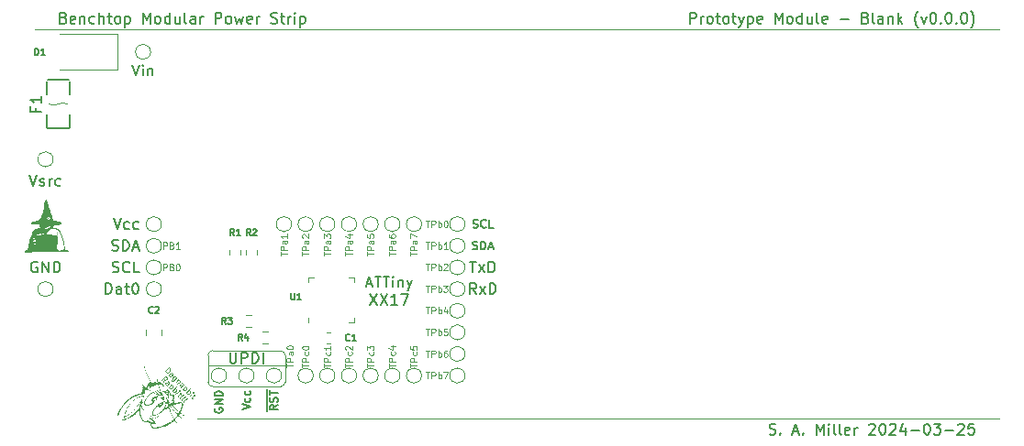
<source format=gbr>
%TF.GenerationSoftware,KiCad,Pcbnew,6.0.11+dfsg-1~bpo11+1*%
%TF.CreationDate,2024-03-27T18:48:50-04:00*%
%TF.ProjectId,WIP - Prototyping Module,57495020-2d20-4507-926f-746f74797069,0.0.0*%
%TF.SameCoordinates,Original*%
%TF.FileFunction,Legend,Top*%
%TF.FilePolarity,Positive*%
%FSLAX46Y46*%
G04 Gerber Fmt 4.6, Leading zero omitted, Abs format (unit mm)*
G04 Created by KiCad (PCBNEW 6.0.11+dfsg-1~bpo11+1) date 2024-03-27 18:48:50*
%MOMM*%
%LPD*%
G01*
G04 APERTURE LIST*
%ADD10C,0.120000*%
%ADD11C,0.100000*%
%ADD12C,0.150000*%
%ADD13C,0.080000*%
G04 APERTURE END LIST*
D10*
X76000000Y-112100000D02*
X76000000Y-113030000D01*
X82700000Y-111700000D02*
X76400000Y-111700000D01*
X76400000Y-115000000D02*
X82700000Y-115000000D01*
X76000000Y-113030000D02*
X76000000Y-114600000D01*
D11*
X60000000Y-82000000D02*
X149000000Y-82000000D01*
D10*
X83100000Y-112100000D02*
G75*
G03*
X82700000Y-111700000I-400000J0D01*
G01*
D11*
X75000000Y-118000000D02*
X149000000Y-118000000D01*
D10*
X83100000Y-114600000D02*
X83100000Y-113030000D01*
X76400000Y-111700000D02*
G75*
G03*
X76000000Y-112100000I0J-400000D01*
G01*
X76000000Y-114600000D02*
G75*
G03*
X76400000Y-115000000I400000J0D01*
G01*
X82700000Y-115000000D02*
G75*
G03*
X83100000Y-114600000I0J400000D01*
G01*
X83100000Y-113030000D02*
X76000000Y-113030000D01*
X83100000Y-113030000D02*
X83100000Y-112100000D01*
D12*
X62668928Y-80928571D02*
X62811785Y-80976190D01*
X62859404Y-81023809D01*
X62907023Y-81119047D01*
X62907023Y-81261904D01*
X62859404Y-81357142D01*
X62811785Y-81404761D01*
X62716547Y-81452380D01*
X62335595Y-81452380D01*
X62335595Y-80452380D01*
X62668928Y-80452380D01*
X62764166Y-80500000D01*
X62811785Y-80547619D01*
X62859404Y-80642857D01*
X62859404Y-80738095D01*
X62811785Y-80833333D01*
X62764166Y-80880952D01*
X62668928Y-80928571D01*
X62335595Y-80928571D01*
X63716547Y-81404761D02*
X63621309Y-81452380D01*
X63430833Y-81452380D01*
X63335595Y-81404761D01*
X63287976Y-81309523D01*
X63287976Y-80928571D01*
X63335595Y-80833333D01*
X63430833Y-80785714D01*
X63621309Y-80785714D01*
X63716547Y-80833333D01*
X63764166Y-80928571D01*
X63764166Y-81023809D01*
X63287976Y-81119047D01*
X64192738Y-80785714D02*
X64192738Y-81452380D01*
X64192738Y-80880952D02*
X64240357Y-80833333D01*
X64335595Y-80785714D01*
X64478452Y-80785714D01*
X64573690Y-80833333D01*
X64621309Y-80928571D01*
X64621309Y-81452380D01*
X65526071Y-81404761D02*
X65430833Y-81452380D01*
X65240357Y-81452380D01*
X65145119Y-81404761D01*
X65097500Y-81357142D01*
X65049880Y-81261904D01*
X65049880Y-80976190D01*
X65097500Y-80880952D01*
X65145119Y-80833333D01*
X65240357Y-80785714D01*
X65430833Y-80785714D01*
X65526071Y-80833333D01*
X65954642Y-81452380D02*
X65954642Y-80452380D01*
X66383214Y-81452380D02*
X66383214Y-80928571D01*
X66335595Y-80833333D01*
X66240357Y-80785714D01*
X66097500Y-80785714D01*
X66002261Y-80833333D01*
X65954642Y-80880952D01*
X66716547Y-80785714D02*
X67097500Y-80785714D01*
X66859404Y-80452380D02*
X66859404Y-81309523D01*
X66907023Y-81404761D01*
X67002261Y-81452380D01*
X67097500Y-81452380D01*
X67573690Y-81452380D02*
X67478452Y-81404761D01*
X67430833Y-81357142D01*
X67383214Y-81261904D01*
X67383214Y-80976190D01*
X67430833Y-80880952D01*
X67478452Y-80833333D01*
X67573690Y-80785714D01*
X67716547Y-80785714D01*
X67811785Y-80833333D01*
X67859404Y-80880952D01*
X67907023Y-80976190D01*
X67907023Y-81261904D01*
X67859404Y-81357142D01*
X67811785Y-81404761D01*
X67716547Y-81452380D01*
X67573690Y-81452380D01*
X68335595Y-80785714D02*
X68335595Y-81785714D01*
X68335595Y-80833333D02*
X68430833Y-80785714D01*
X68621309Y-80785714D01*
X68716547Y-80833333D01*
X68764166Y-80880952D01*
X68811785Y-80976190D01*
X68811785Y-81261904D01*
X68764166Y-81357142D01*
X68716547Y-81404761D01*
X68621309Y-81452380D01*
X68430833Y-81452380D01*
X68335595Y-81404761D01*
X70002261Y-81452380D02*
X70002261Y-80452380D01*
X70335595Y-81166666D01*
X70668928Y-80452380D01*
X70668928Y-81452380D01*
X71287976Y-81452380D02*
X71192738Y-81404761D01*
X71145119Y-81357142D01*
X71097500Y-81261904D01*
X71097500Y-80976190D01*
X71145119Y-80880952D01*
X71192738Y-80833333D01*
X71287976Y-80785714D01*
X71430833Y-80785714D01*
X71526071Y-80833333D01*
X71573690Y-80880952D01*
X71621309Y-80976190D01*
X71621309Y-81261904D01*
X71573690Y-81357142D01*
X71526071Y-81404761D01*
X71430833Y-81452380D01*
X71287976Y-81452380D01*
X72478452Y-81452380D02*
X72478452Y-80452380D01*
X72478452Y-81404761D02*
X72383214Y-81452380D01*
X72192738Y-81452380D01*
X72097500Y-81404761D01*
X72049880Y-81357142D01*
X72002261Y-81261904D01*
X72002261Y-80976190D01*
X72049880Y-80880952D01*
X72097500Y-80833333D01*
X72192738Y-80785714D01*
X72383214Y-80785714D01*
X72478452Y-80833333D01*
X73383214Y-80785714D02*
X73383214Y-81452380D01*
X72954642Y-80785714D02*
X72954642Y-81309523D01*
X73002261Y-81404761D01*
X73097500Y-81452380D01*
X73240357Y-81452380D01*
X73335595Y-81404761D01*
X73383214Y-81357142D01*
X74002261Y-81452380D02*
X73907023Y-81404761D01*
X73859404Y-81309523D01*
X73859404Y-80452380D01*
X74811785Y-81452380D02*
X74811785Y-80928571D01*
X74764166Y-80833333D01*
X74668928Y-80785714D01*
X74478452Y-80785714D01*
X74383214Y-80833333D01*
X74811785Y-81404761D02*
X74716547Y-81452380D01*
X74478452Y-81452380D01*
X74383214Y-81404761D01*
X74335595Y-81309523D01*
X74335595Y-81214285D01*
X74383214Y-81119047D01*
X74478452Y-81071428D01*
X74716547Y-81071428D01*
X74811785Y-81023809D01*
X75287976Y-81452380D02*
X75287976Y-80785714D01*
X75287976Y-80976190D02*
X75335595Y-80880952D01*
X75383214Y-80833333D01*
X75478452Y-80785714D01*
X75573690Y-80785714D01*
X76668928Y-81452380D02*
X76668928Y-80452380D01*
X77049880Y-80452380D01*
X77145119Y-80500000D01*
X77192738Y-80547619D01*
X77240357Y-80642857D01*
X77240357Y-80785714D01*
X77192738Y-80880952D01*
X77145119Y-80928571D01*
X77049880Y-80976190D01*
X76668928Y-80976190D01*
X77811785Y-81452380D02*
X77716547Y-81404761D01*
X77668928Y-81357142D01*
X77621309Y-81261904D01*
X77621309Y-80976190D01*
X77668928Y-80880952D01*
X77716547Y-80833333D01*
X77811785Y-80785714D01*
X77954642Y-80785714D01*
X78049880Y-80833333D01*
X78097500Y-80880952D01*
X78145119Y-80976190D01*
X78145119Y-81261904D01*
X78097500Y-81357142D01*
X78049880Y-81404761D01*
X77954642Y-81452380D01*
X77811785Y-81452380D01*
X78478452Y-80785714D02*
X78668928Y-81452380D01*
X78859404Y-80976190D01*
X79049880Y-81452380D01*
X79240357Y-80785714D01*
X80002261Y-81404761D02*
X79907023Y-81452380D01*
X79716547Y-81452380D01*
X79621309Y-81404761D01*
X79573690Y-81309523D01*
X79573690Y-80928571D01*
X79621309Y-80833333D01*
X79716547Y-80785714D01*
X79907023Y-80785714D01*
X80002261Y-80833333D01*
X80049880Y-80928571D01*
X80049880Y-81023809D01*
X79573690Y-81119047D01*
X80478452Y-81452380D02*
X80478452Y-80785714D01*
X80478452Y-80976190D02*
X80526071Y-80880952D01*
X80573690Y-80833333D01*
X80668928Y-80785714D01*
X80764166Y-80785714D01*
X81811785Y-81404761D02*
X81954642Y-81452380D01*
X82192738Y-81452380D01*
X82287976Y-81404761D01*
X82335595Y-81357142D01*
X82383214Y-81261904D01*
X82383214Y-81166666D01*
X82335595Y-81071428D01*
X82287976Y-81023809D01*
X82192738Y-80976190D01*
X82002261Y-80928571D01*
X81907023Y-80880952D01*
X81859404Y-80833333D01*
X81811785Y-80738095D01*
X81811785Y-80642857D01*
X81859404Y-80547619D01*
X81907023Y-80500000D01*
X82002261Y-80452380D01*
X82240357Y-80452380D01*
X82383214Y-80500000D01*
X82668928Y-80785714D02*
X83049880Y-80785714D01*
X82811785Y-80452380D02*
X82811785Y-81309523D01*
X82859404Y-81404761D01*
X82954642Y-81452380D01*
X83049880Y-81452380D01*
X83383214Y-81452380D02*
X83383214Y-80785714D01*
X83383214Y-80976190D02*
X83430833Y-80880952D01*
X83478452Y-80833333D01*
X83573690Y-80785714D01*
X83668928Y-80785714D01*
X84002261Y-81452380D02*
X84002261Y-80785714D01*
X84002261Y-80452380D02*
X83954642Y-80500000D01*
X84002261Y-80547619D01*
X84049880Y-80500000D01*
X84002261Y-80452380D01*
X84002261Y-80547619D01*
X84478452Y-80785714D02*
X84478452Y-81785714D01*
X84478452Y-80833333D02*
X84573690Y-80785714D01*
X84764166Y-80785714D01*
X84859404Y-80833333D01*
X84907023Y-80880952D01*
X84954642Y-80976190D01*
X84954642Y-81261904D01*
X84907023Y-81357142D01*
X84859404Y-81404761D01*
X84764166Y-81452380D01*
X84573690Y-81452380D01*
X84478452Y-81404761D01*
X120473928Y-81452380D02*
X120473928Y-80452380D01*
X120854880Y-80452380D01*
X120950119Y-80500000D01*
X120997738Y-80547619D01*
X121045357Y-80642857D01*
X121045357Y-80785714D01*
X120997738Y-80880952D01*
X120950119Y-80928571D01*
X120854880Y-80976190D01*
X120473928Y-80976190D01*
X121473928Y-81452380D02*
X121473928Y-80785714D01*
X121473928Y-80976190D02*
X121521547Y-80880952D01*
X121569166Y-80833333D01*
X121664404Y-80785714D01*
X121759642Y-80785714D01*
X122235833Y-81452380D02*
X122140595Y-81404761D01*
X122092976Y-81357142D01*
X122045357Y-81261904D01*
X122045357Y-80976190D01*
X122092976Y-80880952D01*
X122140595Y-80833333D01*
X122235833Y-80785714D01*
X122378690Y-80785714D01*
X122473928Y-80833333D01*
X122521547Y-80880952D01*
X122569166Y-80976190D01*
X122569166Y-81261904D01*
X122521547Y-81357142D01*
X122473928Y-81404761D01*
X122378690Y-81452380D01*
X122235833Y-81452380D01*
X122854880Y-80785714D02*
X123235833Y-80785714D01*
X122997738Y-80452380D02*
X122997738Y-81309523D01*
X123045357Y-81404761D01*
X123140595Y-81452380D01*
X123235833Y-81452380D01*
X123712023Y-81452380D02*
X123616785Y-81404761D01*
X123569166Y-81357142D01*
X123521547Y-81261904D01*
X123521547Y-80976190D01*
X123569166Y-80880952D01*
X123616785Y-80833333D01*
X123712023Y-80785714D01*
X123854880Y-80785714D01*
X123950119Y-80833333D01*
X123997738Y-80880952D01*
X124045357Y-80976190D01*
X124045357Y-81261904D01*
X123997738Y-81357142D01*
X123950119Y-81404761D01*
X123854880Y-81452380D01*
X123712023Y-81452380D01*
X124331071Y-80785714D02*
X124712023Y-80785714D01*
X124473928Y-80452380D02*
X124473928Y-81309523D01*
X124521547Y-81404761D01*
X124616785Y-81452380D01*
X124712023Y-81452380D01*
X124950119Y-80785714D02*
X125188214Y-81452380D01*
X125426309Y-80785714D02*
X125188214Y-81452380D01*
X125092976Y-81690476D01*
X125045357Y-81738095D01*
X124950119Y-81785714D01*
X125807261Y-80785714D02*
X125807261Y-81785714D01*
X125807261Y-80833333D02*
X125902500Y-80785714D01*
X126092976Y-80785714D01*
X126188214Y-80833333D01*
X126235833Y-80880952D01*
X126283452Y-80976190D01*
X126283452Y-81261904D01*
X126235833Y-81357142D01*
X126188214Y-81404761D01*
X126092976Y-81452380D01*
X125902500Y-81452380D01*
X125807261Y-81404761D01*
X127092976Y-81404761D02*
X126997738Y-81452380D01*
X126807261Y-81452380D01*
X126712023Y-81404761D01*
X126664404Y-81309523D01*
X126664404Y-80928571D01*
X126712023Y-80833333D01*
X126807261Y-80785714D01*
X126997738Y-80785714D01*
X127092976Y-80833333D01*
X127140595Y-80928571D01*
X127140595Y-81023809D01*
X126664404Y-81119047D01*
X128331071Y-81452380D02*
X128331071Y-80452380D01*
X128664404Y-81166666D01*
X128997738Y-80452380D01*
X128997738Y-81452380D01*
X129616785Y-81452380D02*
X129521547Y-81404761D01*
X129473928Y-81357142D01*
X129426309Y-81261904D01*
X129426309Y-80976190D01*
X129473928Y-80880952D01*
X129521547Y-80833333D01*
X129616785Y-80785714D01*
X129759642Y-80785714D01*
X129854880Y-80833333D01*
X129902500Y-80880952D01*
X129950119Y-80976190D01*
X129950119Y-81261904D01*
X129902500Y-81357142D01*
X129854880Y-81404761D01*
X129759642Y-81452380D01*
X129616785Y-81452380D01*
X130807261Y-81452380D02*
X130807261Y-80452380D01*
X130807261Y-81404761D02*
X130712023Y-81452380D01*
X130521547Y-81452380D01*
X130426309Y-81404761D01*
X130378690Y-81357142D01*
X130331071Y-81261904D01*
X130331071Y-80976190D01*
X130378690Y-80880952D01*
X130426309Y-80833333D01*
X130521547Y-80785714D01*
X130712023Y-80785714D01*
X130807261Y-80833333D01*
X131712023Y-80785714D02*
X131712023Y-81452380D01*
X131283452Y-80785714D02*
X131283452Y-81309523D01*
X131331071Y-81404761D01*
X131426309Y-81452380D01*
X131569166Y-81452380D01*
X131664404Y-81404761D01*
X131712023Y-81357142D01*
X132331071Y-81452380D02*
X132235833Y-81404761D01*
X132188214Y-81309523D01*
X132188214Y-80452380D01*
X133092976Y-81404761D02*
X132997738Y-81452380D01*
X132807261Y-81452380D01*
X132712023Y-81404761D01*
X132664404Y-81309523D01*
X132664404Y-80928571D01*
X132712023Y-80833333D01*
X132807261Y-80785714D01*
X132997738Y-80785714D01*
X133092976Y-80833333D01*
X133140595Y-80928571D01*
X133140595Y-81023809D01*
X132664404Y-81119047D01*
X134331071Y-81071428D02*
X135092976Y-81071428D01*
X136664404Y-80928571D02*
X136807261Y-80976190D01*
X136854880Y-81023809D01*
X136902500Y-81119047D01*
X136902500Y-81261904D01*
X136854880Y-81357142D01*
X136807261Y-81404761D01*
X136712023Y-81452380D01*
X136331071Y-81452380D01*
X136331071Y-80452380D01*
X136664404Y-80452380D01*
X136759642Y-80500000D01*
X136807261Y-80547619D01*
X136854880Y-80642857D01*
X136854880Y-80738095D01*
X136807261Y-80833333D01*
X136759642Y-80880952D01*
X136664404Y-80928571D01*
X136331071Y-80928571D01*
X137473928Y-81452380D02*
X137378690Y-81404761D01*
X137331071Y-81309523D01*
X137331071Y-80452380D01*
X138283452Y-81452380D02*
X138283452Y-80928571D01*
X138235833Y-80833333D01*
X138140595Y-80785714D01*
X137950119Y-80785714D01*
X137854880Y-80833333D01*
X138283452Y-81404761D02*
X138188214Y-81452380D01*
X137950119Y-81452380D01*
X137854880Y-81404761D01*
X137807261Y-81309523D01*
X137807261Y-81214285D01*
X137854880Y-81119047D01*
X137950119Y-81071428D01*
X138188214Y-81071428D01*
X138283452Y-81023809D01*
X138759642Y-80785714D02*
X138759642Y-81452380D01*
X138759642Y-80880952D02*
X138807261Y-80833333D01*
X138902500Y-80785714D01*
X139045357Y-80785714D01*
X139140595Y-80833333D01*
X139188214Y-80928571D01*
X139188214Y-81452380D01*
X139664404Y-81452380D02*
X139664404Y-80452380D01*
X139759642Y-81071428D02*
X140045357Y-81452380D01*
X140045357Y-80785714D02*
X139664404Y-81166666D01*
X141521547Y-81833333D02*
X141473928Y-81785714D01*
X141378690Y-81642857D01*
X141331071Y-81547619D01*
X141283452Y-81404761D01*
X141235833Y-81166666D01*
X141235833Y-80976190D01*
X141283452Y-80738095D01*
X141331071Y-80595238D01*
X141378690Y-80500000D01*
X141473928Y-80357142D01*
X141521547Y-80309523D01*
X141807261Y-80785714D02*
X142045357Y-81452380D01*
X142283452Y-80785714D01*
X142854880Y-80452380D02*
X142950119Y-80452380D01*
X143045357Y-80500000D01*
X143092976Y-80547619D01*
X143140595Y-80642857D01*
X143188214Y-80833333D01*
X143188214Y-81071428D01*
X143140595Y-81261904D01*
X143092976Y-81357142D01*
X143045357Y-81404761D01*
X142950119Y-81452380D01*
X142854880Y-81452380D01*
X142759642Y-81404761D01*
X142712023Y-81357142D01*
X142664404Y-81261904D01*
X142616785Y-81071428D01*
X142616785Y-80833333D01*
X142664404Y-80642857D01*
X142712023Y-80547619D01*
X142759642Y-80500000D01*
X142854880Y-80452380D01*
X143616785Y-81357142D02*
X143664404Y-81404761D01*
X143616785Y-81452380D01*
X143569166Y-81404761D01*
X143616785Y-81357142D01*
X143616785Y-81452380D01*
X144283452Y-80452380D02*
X144378690Y-80452380D01*
X144473928Y-80500000D01*
X144521547Y-80547619D01*
X144569166Y-80642857D01*
X144616785Y-80833333D01*
X144616785Y-81071428D01*
X144569166Y-81261904D01*
X144521547Y-81357142D01*
X144473928Y-81404761D01*
X144378690Y-81452380D01*
X144283452Y-81452380D01*
X144188214Y-81404761D01*
X144140595Y-81357142D01*
X144092976Y-81261904D01*
X144045357Y-81071428D01*
X144045357Y-80833333D01*
X144092976Y-80642857D01*
X144140595Y-80547619D01*
X144188214Y-80500000D01*
X144283452Y-80452380D01*
X145045357Y-81357142D02*
X145092976Y-81404761D01*
X145045357Y-81452380D01*
X144997738Y-81404761D01*
X145045357Y-81357142D01*
X145045357Y-81452380D01*
X145712023Y-80452380D02*
X145807261Y-80452380D01*
X145902500Y-80500000D01*
X145950119Y-80547619D01*
X145997738Y-80642857D01*
X146045357Y-80833333D01*
X146045357Y-81071428D01*
X145997738Y-81261904D01*
X145950119Y-81357142D01*
X145902500Y-81404761D01*
X145807261Y-81452380D01*
X145712023Y-81452380D01*
X145616785Y-81404761D01*
X145569166Y-81357142D01*
X145521547Y-81261904D01*
X145473928Y-81071428D01*
X145473928Y-80833333D01*
X145521547Y-80642857D01*
X145569166Y-80547619D01*
X145616785Y-80500000D01*
X145712023Y-80452380D01*
X146378690Y-81833333D02*
X146426309Y-81785714D01*
X146521547Y-81642857D01*
X146569166Y-81547619D01*
X146616785Y-81404761D01*
X146664404Y-81166666D01*
X146664404Y-80976190D01*
X146616785Y-80738095D01*
X146569166Y-80595238D01*
X146521547Y-80500000D01*
X146426309Y-80357142D01*
X146378690Y-80309523D01*
X76625000Y-117011785D02*
X76589285Y-117083214D01*
X76589285Y-117190357D01*
X76625000Y-117297500D01*
X76696428Y-117368928D01*
X76767857Y-117404642D01*
X76910714Y-117440357D01*
X77017857Y-117440357D01*
X77160714Y-117404642D01*
X77232142Y-117368928D01*
X77303571Y-117297500D01*
X77339285Y-117190357D01*
X77339285Y-117118928D01*
X77303571Y-117011785D01*
X77267857Y-116976071D01*
X77017857Y-116976071D01*
X77017857Y-117118928D01*
X77339285Y-116654642D02*
X76589285Y-116654642D01*
X77339285Y-116226071D01*
X76589285Y-116226071D01*
X77339285Y-115868928D02*
X76589285Y-115868928D01*
X76589285Y-115690357D01*
X76625000Y-115583214D01*
X76696428Y-115511785D01*
X76767857Y-115476071D01*
X76910714Y-115440357D01*
X77017857Y-115440357D01*
X77160714Y-115476071D01*
X77232142Y-115511785D01*
X77303571Y-115583214D01*
X77339285Y-115690357D01*
X77339285Y-115868928D01*
X68976190Y-85252380D02*
X69309523Y-86252380D01*
X69642857Y-85252380D01*
X69976190Y-86252380D02*
X69976190Y-85585714D01*
X69976190Y-85252380D02*
X69928571Y-85300000D01*
X69976190Y-85347619D01*
X70023809Y-85300000D01*
X69976190Y-85252380D01*
X69976190Y-85347619D01*
X70452380Y-85585714D02*
X70452380Y-86252380D01*
X70452380Y-85680952D02*
X70500000Y-85633333D01*
X70595238Y-85585714D01*
X70738095Y-85585714D01*
X70833333Y-85633333D01*
X70880952Y-85728571D01*
X70880952Y-86252380D01*
X67181071Y-104404761D02*
X67323928Y-104452380D01*
X67562023Y-104452380D01*
X67657261Y-104404761D01*
X67704880Y-104357142D01*
X67752500Y-104261904D01*
X67752500Y-104166666D01*
X67704880Y-104071428D01*
X67657261Y-104023809D01*
X67562023Y-103976190D01*
X67371547Y-103928571D01*
X67276309Y-103880952D01*
X67228690Y-103833333D01*
X67181071Y-103738095D01*
X67181071Y-103642857D01*
X67228690Y-103547619D01*
X67276309Y-103500000D01*
X67371547Y-103452380D01*
X67609642Y-103452380D01*
X67752500Y-103500000D01*
X68752500Y-104357142D02*
X68704880Y-104404761D01*
X68562023Y-104452380D01*
X68466785Y-104452380D01*
X68323928Y-104404761D01*
X68228690Y-104309523D01*
X68181071Y-104214285D01*
X68133452Y-104023809D01*
X68133452Y-103880952D01*
X68181071Y-103690476D01*
X68228690Y-103595238D01*
X68323928Y-103500000D01*
X68466785Y-103452380D01*
X68562023Y-103452380D01*
X68704880Y-103500000D01*
X68752500Y-103547619D01*
X69657261Y-104452380D02*
X69181071Y-104452380D01*
X69181071Y-103452380D01*
X81457500Y-117333214D02*
X81457500Y-116583214D01*
X82419285Y-116726071D02*
X82062142Y-116976071D01*
X82419285Y-117154642D02*
X81669285Y-117154642D01*
X81669285Y-116868928D01*
X81705000Y-116797500D01*
X81740714Y-116761785D01*
X81812142Y-116726071D01*
X81919285Y-116726071D01*
X81990714Y-116761785D01*
X82026428Y-116797500D01*
X82062142Y-116868928D01*
X82062142Y-117154642D01*
X81457500Y-116583214D02*
X81457500Y-115868928D01*
X82383571Y-116440357D02*
X82419285Y-116333214D01*
X82419285Y-116154642D01*
X82383571Y-116083214D01*
X82347857Y-116047500D01*
X82276428Y-116011785D01*
X82205000Y-116011785D01*
X82133571Y-116047500D01*
X82097857Y-116083214D01*
X82062142Y-116154642D01*
X82026428Y-116297500D01*
X81990714Y-116368928D01*
X81955000Y-116404642D01*
X81883571Y-116440357D01*
X81812142Y-116440357D01*
X81740714Y-116404642D01*
X81705000Y-116368928D01*
X81669285Y-116297500D01*
X81669285Y-116118928D01*
X81705000Y-116011785D01*
X81457500Y-115868928D02*
X81457500Y-115297500D01*
X81669285Y-115797500D02*
X81669285Y-115368928D01*
X82419285Y-115583214D02*
X81669285Y-115583214D01*
X67276309Y-99452380D02*
X67609642Y-100452380D01*
X67942976Y-99452380D01*
X68704880Y-100404761D02*
X68609642Y-100452380D01*
X68419166Y-100452380D01*
X68323928Y-100404761D01*
X68276309Y-100357142D01*
X68228690Y-100261904D01*
X68228690Y-99976190D01*
X68276309Y-99880952D01*
X68323928Y-99833333D01*
X68419166Y-99785714D01*
X68609642Y-99785714D01*
X68704880Y-99833333D01*
X69562023Y-100404761D02*
X69466785Y-100452380D01*
X69276309Y-100452380D01*
X69181071Y-100404761D01*
X69133452Y-100357142D01*
X69085833Y-100261904D01*
X69085833Y-99976190D01*
X69133452Y-99880952D01*
X69181071Y-99833333D01*
X69276309Y-99785714D01*
X69466785Y-99785714D01*
X69562023Y-99833333D01*
D11*
X71857857Y-102271428D02*
X71857857Y-101671428D01*
X72086428Y-101671428D01*
X72143571Y-101700000D01*
X72172142Y-101728571D01*
X72200714Y-101785714D01*
X72200714Y-101871428D01*
X72172142Y-101928571D01*
X72143571Y-101957142D01*
X72086428Y-101985714D01*
X71857857Y-101985714D01*
X72657857Y-101957142D02*
X72743571Y-101985714D01*
X72772142Y-102014285D01*
X72800714Y-102071428D01*
X72800714Y-102157142D01*
X72772142Y-102214285D01*
X72743571Y-102242857D01*
X72686428Y-102271428D01*
X72457857Y-102271428D01*
X72457857Y-101671428D01*
X72657857Y-101671428D01*
X72715000Y-101700000D01*
X72743571Y-101728571D01*
X72772142Y-101785714D01*
X72772142Y-101842857D01*
X72743571Y-101900000D01*
X72715000Y-101928571D01*
X72657857Y-101957142D01*
X72457857Y-101957142D01*
X73372142Y-102271428D02*
X73029285Y-102271428D01*
X73200714Y-102271428D02*
X73200714Y-101671428D01*
X73143571Y-101757142D01*
X73086428Y-101814285D01*
X73029285Y-101842857D01*
D12*
X67133452Y-102404761D02*
X67276309Y-102452380D01*
X67514404Y-102452380D01*
X67609642Y-102404761D01*
X67657261Y-102357142D01*
X67704880Y-102261904D01*
X67704880Y-102166666D01*
X67657261Y-102071428D01*
X67609642Y-102023809D01*
X67514404Y-101976190D01*
X67323928Y-101928571D01*
X67228690Y-101880952D01*
X67181071Y-101833333D01*
X67133452Y-101738095D01*
X67133452Y-101642857D01*
X67181071Y-101547619D01*
X67228690Y-101500000D01*
X67323928Y-101452380D01*
X67562023Y-101452380D01*
X67704880Y-101500000D01*
X68133452Y-102452380D02*
X68133452Y-101452380D01*
X68371547Y-101452380D01*
X68514404Y-101500000D01*
X68609642Y-101595238D01*
X68657261Y-101690476D01*
X68704880Y-101880952D01*
X68704880Y-102023809D01*
X68657261Y-102214285D01*
X68609642Y-102309523D01*
X68514404Y-102404761D01*
X68371547Y-102452380D01*
X68133452Y-102452380D01*
X69085833Y-102166666D02*
X69562023Y-102166666D01*
X68990595Y-102452380D02*
X69323928Y-101452380D01*
X69657261Y-102452380D01*
X100155523Y-103452380D02*
X100726952Y-103452380D01*
X100441238Y-104452380D02*
X100441238Y-103452380D01*
X100965047Y-104452380D02*
X101488857Y-103785714D01*
X100965047Y-103785714D02*
X101488857Y-104452380D01*
X101869809Y-104452380D02*
X101869809Y-103452380D01*
X102107904Y-103452380D01*
X102250761Y-103500000D01*
X102346000Y-103595238D01*
X102393619Y-103690476D01*
X102441238Y-103880952D01*
X102441238Y-104023809D01*
X102393619Y-104214285D01*
X102346000Y-104309523D01*
X102250761Y-104404761D01*
X102107904Y-104452380D01*
X101869809Y-104452380D01*
X59523809Y-95452380D02*
X59857142Y-96452380D01*
X60190476Y-95452380D01*
X60476190Y-96404761D02*
X60571428Y-96452380D01*
X60761904Y-96452380D01*
X60857142Y-96404761D01*
X60904761Y-96309523D01*
X60904761Y-96261904D01*
X60857142Y-96166666D01*
X60761904Y-96119047D01*
X60619047Y-96119047D01*
X60523809Y-96071428D01*
X60476190Y-95976190D01*
X60476190Y-95928571D01*
X60523809Y-95833333D01*
X60619047Y-95785714D01*
X60761904Y-95785714D01*
X60857142Y-95833333D01*
X61333333Y-96452380D02*
X61333333Y-95785714D01*
X61333333Y-95976190D02*
X61380952Y-95880952D01*
X61428571Y-95833333D01*
X61523809Y-95785714D01*
X61619047Y-95785714D01*
X62380952Y-96404761D02*
X62285714Y-96452380D01*
X62095238Y-96452380D01*
X62000000Y-96404761D01*
X61952380Y-96357142D01*
X61904761Y-96261904D01*
X61904761Y-95976190D01*
X61952380Y-95880952D01*
X62000000Y-95833333D01*
X62095238Y-95785714D01*
X62285714Y-95785714D01*
X62380952Y-95833333D01*
X78016190Y-111852380D02*
X78016190Y-112661904D01*
X78063809Y-112757142D01*
X78111428Y-112804761D01*
X78206666Y-112852380D01*
X78397142Y-112852380D01*
X78492380Y-112804761D01*
X78540000Y-112757142D01*
X78587619Y-112661904D01*
X78587619Y-111852380D01*
X79063809Y-112852380D02*
X79063809Y-111852380D01*
X79444761Y-111852380D01*
X79540000Y-111900000D01*
X79587619Y-111947619D01*
X79635238Y-112042857D01*
X79635238Y-112185714D01*
X79587619Y-112280952D01*
X79540000Y-112328571D01*
X79444761Y-112376190D01*
X79063809Y-112376190D01*
X80063809Y-112852380D02*
X80063809Y-111852380D01*
X80301904Y-111852380D01*
X80444761Y-111900000D01*
X80540000Y-111995238D01*
X80587619Y-112090476D01*
X80635238Y-112280952D01*
X80635238Y-112423809D01*
X80587619Y-112614285D01*
X80540000Y-112709523D01*
X80444761Y-112804761D01*
X80301904Y-112852380D01*
X80063809Y-112852380D01*
X81063809Y-112852380D02*
X81063809Y-111852380D01*
X79129285Y-117154642D02*
X79879285Y-116904642D01*
X79129285Y-116654642D01*
X79843571Y-116083214D02*
X79879285Y-116154642D01*
X79879285Y-116297500D01*
X79843571Y-116368928D01*
X79807857Y-116404642D01*
X79736428Y-116440357D01*
X79522142Y-116440357D01*
X79450714Y-116404642D01*
X79415000Y-116368928D01*
X79379285Y-116297500D01*
X79379285Y-116154642D01*
X79415000Y-116083214D01*
X79843571Y-115440357D02*
X79879285Y-115511785D01*
X79879285Y-115654642D01*
X79843571Y-115726071D01*
X79807857Y-115761785D01*
X79736428Y-115797500D01*
X79522142Y-115797500D01*
X79450714Y-115761785D01*
X79415000Y-115726071D01*
X79379285Y-115654642D01*
X79379285Y-115511785D01*
X79415000Y-115440357D01*
X100750761Y-106452380D02*
X100417428Y-105976190D01*
X100179333Y-106452380D02*
X100179333Y-105452380D01*
X100560285Y-105452380D01*
X100655523Y-105500000D01*
X100703142Y-105547619D01*
X100750761Y-105642857D01*
X100750761Y-105785714D01*
X100703142Y-105880952D01*
X100655523Y-105928571D01*
X100560285Y-105976190D01*
X100179333Y-105976190D01*
X101084095Y-106452380D02*
X101607904Y-105785714D01*
X101084095Y-105785714D02*
X101607904Y-106452380D01*
X101988857Y-106452380D02*
X101988857Y-105452380D01*
X102226952Y-105452380D01*
X102369809Y-105500000D01*
X102465047Y-105595238D01*
X102512666Y-105690476D01*
X102560285Y-105880952D01*
X102560285Y-106023809D01*
X102512666Y-106214285D01*
X102465047Y-106309523D01*
X102369809Y-106404761D01*
X102226952Y-106452380D01*
X101988857Y-106452380D01*
X100435285Y-102303571D02*
X100542428Y-102339285D01*
X100721000Y-102339285D01*
X100792428Y-102303571D01*
X100828142Y-102267857D01*
X100863857Y-102196428D01*
X100863857Y-102125000D01*
X100828142Y-102053571D01*
X100792428Y-102017857D01*
X100721000Y-101982142D01*
X100578142Y-101946428D01*
X100506714Y-101910714D01*
X100471000Y-101875000D01*
X100435285Y-101803571D01*
X100435285Y-101732142D01*
X100471000Y-101660714D01*
X100506714Y-101625000D01*
X100578142Y-101589285D01*
X100756714Y-101589285D01*
X100863857Y-101625000D01*
X101185285Y-102339285D02*
X101185285Y-101589285D01*
X101363857Y-101589285D01*
X101471000Y-101625000D01*
X101542428Y-101696428D01*
X101578142Y-101767857D01*
X101613857Y-101910714D01*
X101613857Y-102017857D01*
X101578142Y-102160714D01*
X101542428Y-102232142D01*
X101471000Y-102303571D01*
X101363857Y-102339285D01*
X101185285Y-102339285D01*
X101899571Y-102125000D02*
X102256714Y-102125000D01*
X101828142Y-102339285D02*
X102078142Y-101589285D01*
X102328142Y-102339285D01*
X100453142Y-100303571D02*
X100560285Y-100339285D01*
X100738857Y-100339285D01*
X100810285Y-100303571D01*
X100846000Y-100267857D01*
X100881714Y-100196428D01*
X100881714Y-100125000D01*
X100846000Y-100053571D01*
X100810285Y-100017857D01*
X100738857Y-99982142D01*
X100596000Y-99946428D01*
X100524571Y-99910714D01*
X100488857Y-99875000D01*
X100453142Y-99803571D01*
X100453142Y-99732142D01*
X100488857Y-99660714D01*
X100524571Y-99625000D01*
X100596000Y-99589285D01*
X100774571Y-99589285D01*
X100881714Y-99625000D01*
X101631714Y-100267857D02*
X101596000Y-100303571D01*
X101488857Y-100339285D01*
X101417428Y-100339285D01*
X101310285Y-100303571D01*
X101238857Y-100232142D01*
X101203142Y-100160714D01*
X101167428Y-100017857D01*
X101167428Y-99910714D01*
X101203142Y-99767857D01*
X101238857Y-99696428D01*
X101310285Y-99625000D01*
X101417428Y-99589285D01*
X101488857Y-99589285D01*
X101596000Y-99625000D01*
X101631714Y-99660714D01*
X102310285Y-100339285D02*
X101953142Y-100339285D01*
X101953142Y-99589285D01*
X66562023Y-106452380D02*
X66562023Y-105452380D01*
X66800119Y-105452380D01*
X66942976Y-105500000D01*
X67038214Y-105595238D01*
X67085833Y-105690476D01*
X67133452Y-105880952D01*
X67133452Y-106023809D01*
X67085833Y-106214285D01*
X67038214Y-106309523D01*
X66942976Y-106404761D01*
X66800119Y-106452380D01*
X66562023Y-106452380D01*
X67990595Y-106452380D02*
X67990595Y-105928571D01*
X67942976Y-105833333D01*
X67847738Y-105785714D01*
X67657261Y-105785714D01*
X67562023Y-105833333D01*
X67990595Y-106404761D02*
X67895357Y-106452380D01*
X67657261Y-106452380D01*
X67562023Y-106404761D01*
X67514404Y-106309523D01*
X67514404Y-106214285D01*
X67562023Y-106119047D01*
X67657261Y-106071428D01*
X67895357Y-106071428D01*
X67990595Y-106023809D01*
X68323928Y-105785714D02*
X68704880Y-105785714D01*
X68466785Y-105452380D02*
X68466785Y-106309523D01*
X68514404Y-106404761D01*
X68609642Y-106452380D01*
X68704880Y-106452380D01*
X69228690Y-105452380D02*
X69323928Y-105452380D01*
X69419166Y-105500000D01*
X69466785Y-105547619D01*
X69514404Y-105642857D01*
X69562023Y-105833333D01*
X69562023Y-106071428D01*
X69514404Y-106261904D01*
X69466785Y-106357142D01*
X69419166Y-106404761D01*
X69323928Y-106452380D01*
X69228690Y-106452380D01*
X69133452Y-106404761D01*
X69085833Y-106357142D01*
X69038214Y-106261904D01*
X68990595Y-106071428D01*
X68990595Y-105833333D01*
X69038214Y-105642857D01*
X69085833Y-105547619D01*
X69133452Y-105500000D01*
X69228690Y-105452380D01*
X90638571Y-105533666D02*
X91114761Y-105533666D01*
X90543333Y-105819380D02*
X90876666Y-104819380D01*
X91210000Y-105819380D01*
X91400476Y-104819380D02*
X91971904Y-104819380D01*
X91686190Y-105819380D02*
X91686190Y-104819380D01*
X92162380Y-104819380D02*
X92733809Y-104819380D01*
X92448095Y-105819380D02*
X92448095Y-104819380D01*
X93067142Y-105819380D02*
X93067142Y-105152714D01*
X93067142Y-104819380D02*
X93019523Y-104867000D01*
X93067142Y-104914619D01*
X93114761Y-104867000D01*
X93067142Y-104819380D01*
X93067142Y-104914619D01*
X93543333Y-105152714D02*
X93543333Y-105819380D01*
X93543333Y-105247952D02*
X93590952Y-105200333D01*
X93686190Y-105152714D01*
X93829047Y-105152714D01*
X93924285Y-105200333D01*
X93971904Y-105295571D01*
X93971904Y-105819380D01*
X94352857Y-105152714D02*
X94590952Y-105819380D01*
X94829047Y-105152714D02*
X94590952Y-105819380D01*
X94495714Y-106057476D01*
X94448095Y-106105095D01*
X94352857Y-106152714D01*
X90948095Y-106429380D02*
X91614761Y-107429380D01*
X91614761Y-106429380D02*
X90948095Y-107429380D01*
X91900476Y-106429380D02*
X92567142Y-107429380D01*
X92567142Y-106429380D02*
X91900476Y-107429380D01*
X93471904Y-107429380D02*
X92900476Y-107429380D01*
X93186190Y-107429380D02*
X93186190Y-106429380D01*
X93090952Y-106572238D01*
X92995714Y-106667476D01*
X92900476Y-106715095D01*
X93805238Y-106429380D02*
X94471904Y-106429380D01*
X94043333Y-107429380D01*
X127807261Y-119404761D02*
X127950119Y-119452380D01*
X128188214Y-119452380D01*
X128283452Y-119404761D01*
X128331071Y-119357142D01*
X128378690Y-119261904D01*
X128378690Y-119166666D01*
X128331071Y-119071428D01*
X128283452Y-119023809D01*
X128188214Y-118976190D01*
X127997738Y-118928571D01*
X127902500Y-118880952D01*
X127854880Y-118833333D01*
X127807261Y-118738095D01*
X127807261Y-118642857D01*
X127854880Y-118547619D01*
X127902500Y-118500000D01*
X127997738Y-118452380D01*
X128235833Y-118452380D01*
X128378690Y-118500000D01*
X128807261Y-119357142D02*
X128854880Y-119404761D01*
X128807261Y-119452380D01*
X128759642Y-119404761D01*
X128807261Y-119357142D01*
X128807261Y-119452380D01*
X129997738Y-119166666D02*
X130473928Y-119166666D01*
X129902500Y-119452380D02*
X130235833Y-118452380D01*
X130569166Y-119452380D01*
X130902500Y-119357142D02*
X130950119Y-119404761D01*
X130902500Y-119452380D01*
X130854880Y-119404761D01*
X130902500Y-119357142D01*
X130902500Y-119452380D01*
X132140595Y-119452380D02*
X132140595Y-118452380D01*
X132473928Y-119166666D01*
X132807261Y-118452380D01*
X132807261Y-119452380D01*
X133283452Y-119452380D02*
X133283452Y-118785714D01*
X133283452Y-118452380D02*
X133235833Y-118500000D01*
X133283452Y-118547619D01*
X133331071Y-118500000D01*
X133283452Y-118452380D01*
X133283452Y-118547619D01*
X133902500Y-119452380D02*
X133807261Y-119404761D01*
X133759642Y-119309523D01*
X133759642Y-118452380D01*
X134426309Y-119452380D02*
X134331071Y-119404761D01*
X134283452Y-119309523D01*
X134283452Y-118452380D01*
X135188214Y-119404761D02*
X135092976Y-119452380D01*
X134902500Y-119452380D01*
X134807261Y-119404761D01*
X134759642Y-119309523D01*
X134759642Y-118928571D01*
X134807261Y-118833333D01*
X134902500Y-118785714D01*
X135092976Y-118785714D01*
X135188214Y-118833333D01*
X135235833Y-118928571D01*
X135235833Y-119023809D01*
X134759642Y-119119047D01*
X135664404Y-119452380D02*
X135664404Y-118785714D01*
X135664404Y-118976190D02*
X135712023Y-118880952D01*
X135759642Y-118833333D01*
X135854880Y-118785714D01*
X135950119Y-118785714D01*
X136997738Y-118547619D02*
X137045357Y-118500000D01*
X137140595Y-118452380D01*
X137378690Y-118452380D01*
X137473928Y-118500000D01*
X137521547Y-118547619D01*
X137569166Y-118642857D01*
X137569166Y-118738095D01*
X137521547Y-118880952D01*
X136950119Y-119452380D01*
X137569166Y-119452380D01*
X138188214Y-118452380D02*
X138283452Y-118452380D01*
X138378690Y-118500000D01*
X138426309Y-118547619D01*
X138473928Y-118642857D01*
X138521547Y-118833333D01*
X138521547Y-119071428D01*
X138473928Y-119261904D01*
X138426309Y-119357142D01*
X138378690Y-119404761D01*
X138283452Y-119452380D01*
X138188214Y-119452380D01*
X138092976Y-119404761D01*
X138045357Y-119357142D01*
X137997738Y-119261904D01*
X137950119Y-119071428D01*
X137950119Y-118833333D01*
X137997738Y-118642857D01*
X138045357Y-118547619D01*
X138092976Y-118500000D01*
X138188214Y-118452380D01*
X138902500Y-118547619D02*
X138950119Y-118500000D01*
X139045357Y-118452380D01*
X139283452Y-118452380D01*
X139378690Y-118500000D01*
X139426309Y-118547619D01*
X139473928Y-118642857D01*
X139473928Y-118738095D01*
X139426309Y-118880952D01*
X138854880Y-119452380D01*
X139473928Y-119452380D01*
X140331071Y-118785714D02*
X140331071Y-119452380D01*
X140092976Y-118404761D02*
X139854880Y-119119047D01*
X140473928Y-119119047D01*
X140854880Y-119071428D02*
X141616785Y-119071428D01*
X142283452Y-118452380D02*
X142378690Y-118452380D01*
X142473928Y-118500000D01*
X142521547Y-118547619D01*
X142569166Y-118642857D01*
X142616785Y-118833333D01*
X142616785Y-119071428D01*
X142569166Y-119261904D01*
X142521547Y-119357142D01*
X142473928Y-119404761D01*
X142378690Y-119452380D01*
X142283452Y-119452380D01*
X142188214Y-119404761D01*
X142140595Y-119357142D01*
X142092976Y-119261904D01*
X142045357Y-119071428D01*
X142045357Y-118833333D01*
X142092976Y-118642857D01*
X142140595Y-118547619D01*
X142188214Y-118500000D01*
X142283452Y-118452380D01*
X142950119Y-118452380D02*
X143569166Y-118452380D01*
X143235833Y-118833333D01*
X143378690Y-118833333D01*
X143473928Y-118880952D01*
X143521547Y-118928571D01*
X143569166Y-119023809D01*
X143569166Y-119261904D01*
X143521547Y-119357142D01*
X143473928Y-119404761D01*
X143378690Y-119452380D01*
X143092976Y-119452380D01*
X142997738Y-119404761D01*
X142950119Y-119357142D01*
X143997738Y-119071428D02*
X144759642Y-119071428D01*
X145188214Y-118547619D02*
X145235833Y-118500000D01*
X145331071Y-118452380D01*
X145569166Y-118452380D01*
X145664404Y-118500000D01*
X145712023Y-118547619D01*
X145759642Y-118642857D01*
X145759642Y-118738095D01*
X145712023Y-118880952D01*
X145140595Y-119452380D01*
X145759642Y-119452380D01*
X146664404Y-118452380D02*
X146188214Y-118452380D01*
X146140595Y-118928571D01*
X146188214Y-118880952D01*
X146283452Y-118833333D01*
X146521547Y-118833333D01*
X146616785Y-118880952D01*
X146664404Y-118928571D01*
X146712023Y-119023809D01*
X146712023Y-119261904D01*
X146664404Y-119357142D01*
X146616785Y-119404761D01*
X146521547Y-119452380D01*
X146283452Y-119452380D01*
X146188214Y-119404761D01*
X146140595Y-119357142D01*
X60238095Y-103500000D02*
X60142857Y-103452380D01*
X60000000Y-103452380D01*
X59857142Y-103500000D01*
X59761904Y-103595238D01*
X59714285Y-103690476D01*
X59666666Y-103880952D01*
X59666666Y-104023809D01*
X59714285Y-104214285D01*
X59761904Y-104309523D01*
X59857142Y-104404761D01*
X60000000Y-104452380D01*
X60095238Y-104452380D01*
X60238095Y-104404761D01*
X60285714Y-104357142D01*
X60285714Y-104023809D01*
X60095238Y-104023809D01*
X60714285Y-104452380D02*
X60714285Y-103452380D01*
X61285714Y-104452380D01*
X61285714Y-103452380D01*
X61761904Y-104452380D02*
X61761904Y-103452380D01*
X62000000Y-103452380D01*
X62142857Y-103500000D01*
X62238095Y-103595238D01*
X62285714Y-103690476D01*
X62333333Y-103880952D01*
X62333333Y-104023809D01*
X62285714Y-104214285D01*
X62238095Y-104309523D01*
X62142857Y-104404761D01*
X62000000Y-104452380D01*
X61761904Y-104452380D01*
D11*
X71857857Y-104271428D02*
X71857857Y-103671428D01*
X72086428Y-103671428D01*
X72143571Y-103700000D01*
X72172142Y-103728571D01*
X72200714Y-103785714D01*
X72200714Y-103871428D01*
X72172142Y-103928571D01*
X72143571Y-103957142D01*
X72086428Y-103985714D01*
X71857857Y-103985714D01*
X72657857Y-103957142D02*
X72743571Y-103985714D01*
X72772142Y-104014285D01*
X72800714Y-104071428D01*
X72800714Y-104157142D01*
X72772142Y-104214285D01*
X72743571Y-104242857D01*
X72686428Y-104271428D01*
X72457857Y-104271428D01*
X72457857Y-103671428D01*
X72657857Y-103671428D01*
X72715000Y-103700000D01*
X72743571Y-103728571D01*
X72772142Y-103785714D01*
X72772142Y-103842857D01*
X72743571Y-103900000D01*
X72715000Y-103928571D01*
X72657857Y-103957142D01*
X72457857Y-103957142D01*
X73172142Y-103671428D02*
X73229285Y-103671428D01*
X73286428Y-103700000D01*
X73315000Y-103728571D01*
X73343571Y-103785714D01*
X73372142Y-103900000D01*
X73372142Y-104042857D01*
X73343571Y-104157142D01*
X73315000Y-104214285D01*
X73286428Y-104242857D01*
X73229285Y-104271428D01*
X73172142Y-104271428D01*
X73115000Y-104242857D01*
X73086428Y-104214285D01*
X73057857Y-104157142D01*
X73029285Y-104042857D01*
X73029285Y-103900000D01*
X73057857Y-103785714D01*
X73086428Y-103728571D01*
X73115000Y-103700000D01*
X73172142Y-103671428D01*
%TO.C,TPc1*%
X86671428Y-113227857D02*
X86671428Y-112885000D01*
X87271428Y-113056428D02*
X86671428Y-113056428D01*
X87271428Y-112685000D02*
X86671428Y-112685000D01*
X86671428Y-112456428D01*
X86700000Y-112399285D01*
X86728571Y-112370714D01*
X86785714Y-112342142D01*
X86871428Y-112342142D01*
X86928571Y-112370714D01*
X86957142Y-112399285D01*
X86985714Y-112456428D01*
X86985714Y-112685000D01*
X87242857Y-111827857D02*
X87271428Y-111885000D01*
X87271428Y-111999285D01*
X87242857Y-112056428D01*
X87214285Y-112085000D01*
X87157142Y-112113571D01*
X86985714Y-112113571D01*
X86928571Y-112085000D01*
X86900000Y-112056428D01*
X86871428Y-111999285D01*
X86871428Y-111885000D01*
X86900000Y-111827857D01*
X87271428Y-111256428D02*
X87271428Y-111599285D01*
X87271428Y-111427857D02*
X86671428Y-111427857D01*
X86757142Y-111485000D01*
X86814285Y-111542142D01*
X86842857Y-111599285D01*
D12*
%TO.C,C2*%
X70900000Y-108164285D02*
X70871428Y-108192857D01*
X70785714Y-108221428D01*
X70728571Y-108221428D01*
X70642857Y-108192857D01*
X70585714Y-108135714D01*
X70557142Y-108078571D01*
X70528571Y-107964285D01*
X70528571Y-107878571D01*
X70557142Y-107764285D01*
X70585714Y-107707142D01*
X70642857Y-107650000D01*
X70728571Y-107621428D01*
X70785714Y-107621428D01*
X70871428Y-107650000D01*
X70900000Y-107678571D01*
X71128571Y-107678571D02*
X71157142Y-107650000D01*
X71214285Y-107621428D01*
X71357142Y-107621428D01*
X71414285Y-107650000D01*
X71442857Y-107678571D01*
X71471428Y-107735714D01*
X71471428Y-107792857D01*
X71442857Y-107878571D01*
X71100000Y-108221428D01*
X71471428Y-108221428D01*
%TO.C,R3*%
X77624000Y-109237428D02*
X77424000Y-108951714D01*
X77281142Y-109237428D02*
X77281142Y-108637428D01*
X77509714Y-108637428D01*
X77566857Y-108666000D01*
X77595428Y-108694571D01*
X77624000Y-108751714D01*
X77624000Y-108837428D01*
X77595428Y-108894571D01*
X77566857Y-108923142D01*
X77509714Y-108951714D01*
X77281142Y-108951714D01*
X77824000Y-108637428D02*
X78195428Y-108637428D01*
X77995428Y-108866000D01*
X78081142Y-108866000D01*
X78138285Y-108894571D01*
X78166857Y-108923142D01*
X78195428Y-108980285D01*
X78195428Y-109123142D01*
X78166857Y-109180285D01*
X78138285Y-109208857D01*
X78081142Y-109237428D01*
X77909714Y-109237428D01*
X77852571Y-109208857D01*
X77824000Y-109180285D01*
D11*
%TO.C,TPc4*%
X92671428Y-113227857D02*
X92671428Y-112885000D01*
X93271428Y-113056428D02*
X92671428Y-113056428D01*
X93271428Y-112685000D02*
X92671428Y-112685000D01*
X92671428Y-112456428D01*
X92700000Y-112399285D01*
X92728571Y-112370714D01*
X92785714Y-112342142D01*
X92871428Y-112342142D01*
X92928571Y-112370714D01*
X92957142Y-112399285D01*
X92985714Y-112456428D01*
X92985714Y-112685000D01*
X93242857Y-111827857D02*
X93271428Y-111885000D01*
X93271428Y-111999285D01*
X93242857Y-112056428D01*
X93214285Y-112085000D01*
X93157142Y-112113571D01*
X92985714Y-112113571D01*
X92928571Y-112085000D01*
X92900000Y-112056428D01*
X92871428Y-111999285D01*
X92871428Y-111885000D01*
X92900000Y-111827857D01*
X92871428Y-111313571D02*
X93271428Y-111313571D01*
X92642857Y-111456428D02*
X93071428Y-111599285D01*
X93071428Y-111227857D01*
D12*
%TO.C,C1*%
X89070000Y-110704285D02*
X89041428Y-110732857D01*
X88955714Y-110761428D01*
X88898571Y-110761428D01*
X88812857Y-110732857D01*
X88755714Y-110675714D01*
X88727142Y-110618571D01*
X88698571Y-110504285D01*
X88698571Y-110418571D01*
X88727142Y-110304285D01*
X88755714Y-110247142D01*
X88812857Y-110190000D01*
X88898571Y-110161428D01*
X88955714Y-110161428D01*
X89041428Y-110190000D01*
X89070000Y-110218571D01*
X89641428Y-110761428D02*
X89298571Y-110761428D01*
X89470000Y-110761428D02*
X89470000Y-110161428D01*
X89412857Y-110247142D01*
X89355714Y-110304285D01*
X89298571Y-110332857D01*
D11*
%TO.C,TPb4*%
X96090714Y-107671428D02*
X96433571Y-107671428D01*
X96262142Y-108271428D02*
X96262142Y-107671428D01*
X96633571Y-108271428D02*
X96633571Y-107671428D01*
X96862142Y-107671428D01*
X96919285Y-107700000D01*
X96947857Y-107728571D01*
X96976428Y-107785714D01*
X96976428Y-107871428D01*
X96947857Y-107928571D01*
X96919285Y-107957142D01*
X96862142Y-107985714D01*
X96633571Y-107985714D01*
X97233571Y-108271428D02*
X97233571Y-107671428D01*
X97233571Y-107900000D02*
X97290714Y-107871428D01*
X97405000Y-107871428D01*
X97462142Y-107900000D01*
X97490714Y-107928571D01*
X97519285Y-107985714D01*
X97519285Y-108157142D01*
X97490714Y-108214285D01*
X97462142Y-108242857D01*
X97405000Y-108271428D01*
X97290714Y-108271428D01*
X97233571Y-108242857D01*
X98033571Y-107871428D02*
X98033571Y-108271428D01*
X97890714Y-107642857D02*
X97747857Y-108071428D01*
X98119285Y-108071428D01*
D12*
%TO.C,F1*%
X60104571Y-89233333D02*
X60104571Y-89566666D01*
X60628380Y-89566666D02*
X59628380Y-89566666D01*
X59628380Y-89090476D01*
X60628380Y-88185714D02*
X60628380Y-88757142D01*
X60628380Y-88471428D02*
X59628380Y-88471428D01*
X59771238Y-88566666D01*
X59866476Y-88661904D01*
X59914095Y-88757142D01*
%TO.C,R1*%
X78386000Y-101033428D02*
X78186000Y-100747714D01*
X78043142Y-101033428D02*
X78043142Y-100433428D01*
X78271714Y-100433428D01*
X78328857Y-100462000D01*
X78357428Y-100490571D01*
X78386000Y-100547714D01*
X78386000Y-100633428D01*
X78357428Y-100690571D01*
X78328857Y-100719142D01*
X78271714Y-100747714D01*
X78043142Y-100747714D01*
X78957428Y-101033428D02*
X78614571Y-101033428D01*
X78786000Y-101033428D02*
X78786000Y-100433428D01*
X78728857Y-100519142D01*
X78671714Y-100576285D01*
X78614571Y-100604857D01*
D11*
%TO.C,TPa2*%
X84671428Y-102909285D02*
X84671428Y-102566428D01*
X85271428Y-102737857D02*
X84671428Y-102737857D01*
X85271428Y-102366428D02*
X84671428Y-102366428D01*
X84671428Y-102137857D01*
X84700000Y-102080714D01*
X84728571Y-102052142D01*
X84785714Y-102023571D01*
X84871428Y-102023571D01*
X84928571Y-102052142D01*
X84957142Y-102080714D01*
X84985714Y-102137857D01*
X84985714Y-102366428D01*
X85271428Y-101509285D02*
X84957142Y-101509285D01*
X84900000Y-101537857D01*
X84871428Y-101595000D01*
X84871428Y-101709285D01*
X84900000Y-101766428D01*
X85242857Y-101509285D02*
X85271428Y-101566428D01*
X85271428Y-101709285D01*
X85242857Y-101766428D01*
X85185714Y-101795000D01*
X85128571Y-101795000D01*
X85071428Y-101766428D01*
X85042857Y-101709285D01*
X85042857Y-101566428D01*
X85014285Y-101509285D01*
X84728571Y-101252142D02*
X84700000Y-101223571D01*
X84671428Y-101166428D01*
X84671428Y-101023571D01*
X84700000Y-100966428D01*
X84728571Y-100937857D01*
X84785714Y-100909285D01*
X84842857Y-100909285D01*
X84928571Y-100937857D01*
X85271428Y-101280714D01*
X85271428Y-100909285D01*
%TO.C,TPc5*%
X94671428Y-113227857D02*
X94671428Y-112885000D01*
X95271428Y-113056428D02*
X94671428Y-113056428D01*
X95271428Y-112685000D02*
X94671428Y-112685000D01*
X94671428Y-112456428D01*
X94700000Y-112399285D01*
X94728571Y-112370714D01*
X94785714Y-112342142D01*
X94871428Y-112342142D01*
X94928571Y-112370714D01*
X94957142Y-112399285D01*
X94985714Y-112456428D01*
X94985714Y-112685000D01*
X95242857Y-111827857D02*
X95271428Y-111885000D01*
X95271428Y-111999285D01*
X95242857Y-112056428D01*
X95214285Y-112085000D01*
X95157142Y-112113571D01*
X94985714Y-112113571D01*
X94928571Y-112085000D01*
X94900000Y-112056428D01*
X94871428Y-111999285D01*
X94871428Y-111885000D01*
X94900000Y-111827857D01*
X94671428Y-111285000D02*
X94671428Y-111570714D01*
X94957142Y-111599285D01*
X94928571Y-111570714D01*
X94900000Y-111513571D01*
X94900000Y-111370714D01*
X94928571Y-111313571D01*
X94957142Y-111285000D01*
X95014285Y-111256428D01*
X95157142Y-111256428D01*
X95214285Y-111285000D01*
X95242857Y-111313571D01*
X95271428Y-111370714D01*
X95271428Y-111513571D01*
X95242857Y-111570714D01*
X95214285Y-111599285D01*
D12*
%TO.C,R4*%
X79148000Y-110761428D02*
X78948000Y-110475714D01*
X78805142Y-110761428D02*
X78805142Y-110161428D01*
X79033714Y-110161428D01*
X79090857Y-110190000D01*
X79119428Y-110218571D01*
X79148000Y-110275714D01*
X79148000Y-110361428D01*
X79119428Y-110418571D01*
X79090857Y-110447142D01*
X79033714Y-110475714D01*
X78805142Y-110475714D01*
X79662285Y-110361428D02*
X79662285Y-110761428D01*
X79519428Y-110132857D02*
X79376571Y-110561428D01*
X79748000Y-110561428D01*
D11*
%TO.C,TPa4*%
X88671428Y-102909285D02*
X88671428Y-102566428D01*
X89271428Y-102737857D02*
X88671428Y-102737857D01*
X89271428Y-102366428D02*
X88671428Y-102366428D01*
X88671428Y-102137857D01*
X88700000Y-102080714D01*
X88728571Y-102052142D01*
X88785714Y-102023571D01*
X88871428Y-102023571D01*
X88928571Y-102052142D01*
X88957142Y-102080714D01*
X88985714Y-102137857D01*
X88985714Y-102366428D01*
X89271428Y-101509285D02*
X88957142Y-101509285D01*
X88900000Y-101537857D01*
X88871428Y-101595000D01*
X88871428Y-101709285D01*
X88900000Y-101766428D01*
X89242857Y-101509285D02*
X89271428Y-101566428D01*
X89271428Y-101709285D01*
X89242857Y-101766428D01*
X89185714Y-101795000D01*
X89128571Y-101795000D01*
X89071428Y-101766428D01*
X89042857Y-101709285D01*
X89042857Y-101566428D01*
X89014285Y-101509285D01*
X88871428Y-100966428D02*
X89271428Y-100966428D01*
X88642857Y-101109285D02*
X89071428Y-101252142D01*
X89071428Y-100880714D01*
%TO.C,TPb1*%
X96090714Y-101671428D02*
X96433571Y-101671428D01*
X96262142Y-102271428D02*
X96262142Y-101671428D01*
X96633571Y-102271428D02*
X96633571Y-101671428D01*
X96862142Y-101671428D01*
X96919285Y-101700000D01*
X96947857Y-101728571D01*
X96976428Y-101785714D01*
X96976428Y-101871428D01*
X96947857Y-101928571D01*
X96919285Y-101957142D01*
X96862142Y-101985714D01*
X96633571Y-101985714D01*
X97233571Y-102271428D02*
X97233571Y-101671428D01*
X97233571Y-101900000D02*
X97290714Y-101871428D01*
X97405000Y-101871428D01*
X97462142Y-101900000D01*
X97490714Y-101928571D01*
X97519285Y-101985714D01*
X97519285Y-102157142D01*
X97490714Y-102214285D01*
X97462142Y-102242857D01*
X97405000Y-102271428D01*
X97290714Y-102271428D01*
X97233571Y-102242857D01*
X98090714Y-102271428D02*
X97747857Y-102271428D01*
X97919285Y-102271428D02*
X97919285Y-101671428D01*
X97862142Y-101757142D01*
X97805000Y-101814285D01*
X97747857Y-101842857D01*
%TO.C,TPc2*%
X88671428Y-113227857D02*
X88671428Y-112885000D01*
X89271428Y-113056428D02*
X88671428Y-113056428D01*
X89271428Y-112685000D02*
X88671428Y-112685000D01*
X88671428Y-112456428D01*
X88700000Y-112399285D01*
X88728571Y-112370714D01*
X88785714Y-112342142D01*
X88871428Y-112342142D01*
X88928571Y-112370714D01*
X88957142Y-112399285D01*
X88985714Y-112456428D01*
X88985714Y-112685000D01*
X89242857Y-111827857D02*
X89271428Y-111885000D01*
X89271428Y-111999285D01*
X89242857Y-112056428D01*
X89214285Y-112085000D01*
X89157142Y-112113571D01*
X88985714Y-112113571D01*
X88928571Y-112085000D01*
X88900000Y-112056428D01*
X88871428Y-111999285D01*
X88871428Y-111885000D01*
X88900000Y-111827857D01*
X88728571Y-111599285D02*
X88700000Y-111570714D01*
X88671428Y-111513571D01*
X88671428Y-111370714D01*
X88700000Y-111313571D01*
X88728571Y-111285000D01*
X88785714Y-111256428D01*
X88842857Y-111256428D01*
X88928571Y-111285000D01*
X89271428Y-111627857D01*
X89271428Y-111256428D01*
%TO.C,TPa7*%
X94671428Y-102909285D02*
X94671428Y-102566428D01*
X95271428Y-102737857D02*
X94671428Y-102737857D01*
X95271428Y-102366428D02*
X94671428Y-102366428D01*
X94671428Y-102137857D01*
X94700000Y-102080714D01*
X94728571Y-102052142D01*
X94785714Y-102023571D01*
X94871428Y-102023571D01*
X94928571Y-102052142D01*
X94957142Y-102080714D01*
X94985714Y-102137857D01*
X94985714Y-102366428D01*
X95271428Y-101509285D02*
X94957142Y-101509285D01*
X94900000Y-101537857D01*
X94871428Y-101595000D01*
X94871428Y-101709285D01*
X94900000Y-101766428D01*
X95242857Y-101509285D02*
X95271428Y-101566428D01*
X95271428Y-101709285D01*
X95242857Y-101766428D01*
X95185714Y-101795000D01*
X95128571Y-101795000D01*
X95071428Y-101766428D01*
X95042857Y-101709285D01*
X95042857Y-101566428D01*
X95014285Y-101509285D01*
X94671428Y-101280714D02*
X94671428Y-100880714D01*
X95271428Y-101137857D01*
D12*
%TO.C,U1*%
X83668857Y-106351428D02*
X83668857Y-106837142D01*
X83697428Y-106894285D01*
X83726000Y-106922857D01*
X83783142Y-106951428D01*
X83897428Y-106951428D01*
X83954571Y-106922857D01*
X83983142Y-106894285D01*
X84011714Y-106837142D01*
X84011714Y-106351428D01*
X84611714Y-106951428D02*
X84268857Y-106951428D01*
X84440285Y-106951428D02*
X84440285Y-106351428D01*
X84383142Y-106437142D01*
X84326000Y-106494285D01*
X84268857Y-106522857D01*
D11*
%TO.C,TPc0*%
X84671428Y-113227857D02*
X84671428Y-112885000D01*
X85271428Y-113056428D02*
X84671428Y-113056428D01*
X85271428Y-112685000D02*
X84671428Y-112685000D01*
X84671428Y-112456428D01*
X84700000Y-112399285D01*
X84728571Y-112370714D01*
X84785714Y-112342142D01*
X84871428Y-112342142D01*
X84928571Y-112370714D01*
X84957142Y-112399285D01*
X84985714Y-112456428D01*
X84985714Y-112685000D01*
X85242857Y-111827857D02*
X85271428Y-111885000D01*
X85271428Y-111999285D01*
X85242857Y-112056428D01*
X85214285Y-112085000D01*
X85157142Y-112113571D01*
X84985714Y-112113571D01*
X84928571Y-112085000D01*
X84900000Y-112056428D01*
X84871428Y-111999285D01*
X84871428Y-111885000D01*
X84900000Y-111827857D01*
X84671428Y-111456428D02*
X84671428Y-111399285D01*
X84700000Y-111342142D01*
X84728571Y-111313571D01*
X84785714Y-111285000D01*
X84900000Y-111256428D01*
X85042857Y-111256428D01*
X85157142Y-111285000D01*
X85214285Y-111313571D01*
X85242857Y-111342142D01*
X85271428Y-111399285D01*
X85271428Y-111456428D01*
X85242857Y-111513571D01*
X85214285Y-111542142D01*
X85157142Y-111570714D01*
X85042857Y-111599285D01*
X84900000Y-111599285D01*
X84785714Y-111570714D01*
X84728571Y-111542142D01*
X84700000Y-111513571D01*
X84671428Y-111456428D01*
%TO.C,TPb5*%
X96090714Y-109671428D02*
X96433571Y-109671428D01*
X96262142Y-110271428D02*
X96262142Y-109671428D01*
X96633571Y-110271428D02*
X96633571Y-109671428D01*
X96862142Y-109671428D01*
X96919285Y-109700000D01*
X96947857Y-109728571D01*
X96976428Y-109785714D01*
X96976428Y-109871428D01*
X96947857Y-109928571D01*
X96919285Y-109957142D01*
X96862142Y-109985714D01*
X96633571Y-109985714D01*
X97233571Y-110271428D02*
X97233571Y-109671428D01*
X97233571Y-109900000D02*
X97290714Y-109871428D01*
X97405000Y-109871428D01*
X97462142Y-109900000D01*
X97490714Y-109928571D01*
X97519285Y-109985714D01*
X97519285Y-110157142D01*
X97490714Y-110214285D01*
X97462142Y-110242857D01*
X97405000Y-110271428D01*
X97290714Y-110271428D01*
X97233571Y-110242857D01*
X98062142Y-109671428D02*
X97776428Y-109671428D01*
X97747857Y-109957142D01*
X97776428Y-109928571D01*
X97833571Y-109900000D01*
X97976428Y-109900000D01*
X98033571Y-109928571D01*
X98062142Y-109957142D01*
X98090714Y-110014285D01*
X98090714Y-110157142D01*
X98062142Y-110214285D01*
X98033571Y-110242857D01*
X97976428Y-110271428D01*
X97833571Y-110271428D01*
X97776428Y-110242857D01*
X97747857Y-110214285D01*
%TO.C,REF\u002A\u002A*%
X72028518Y-113605655D02*
X72382072Y-113252102D01*
X72466251Y-113336281D01*
X72499923Y-113403624D01*
X72499923Y-113470968D01*
X72483087Y-113521476D01*
X72432579Y-113605655D01*
X72382072Y-113656163D01*
X72297892Y-113706670D01*
X72247385Y-113723506D01*
X72180041Y-113723506D01*
X72112698Y-113689834D01*
X72028518Y-113605655D01*
X72533595Y-114110731D02*
X72718789Y-113925537D01*
X72735625Y-113875029D01*
X72718789Y-113824521D01*
X72651446Y-113757178D01*
X72600938Y-113740342D01*
X72550430Y-114093895D02*
X72499923Y-114077059D01*
X72415743Y-113992880D01*
X72398908Y-113942372D01*
X72415743Y-113891865D01*
X72449415Y-113858193D01*
X72499923Y-113841357D01*
X72550430Y-113858193D01*
X72634610Y-113942372D01*
X72685117Y-113959208D01*
X73089178Y-114194911D02*
X72802969Y-114481121D01*
X72752461Y-114497956D01*
X72718789Y-114497956D01*
X72668282Y-114481121D01*
X72617774Y-114430613D01*
X72600938Y-114380105D01*
X72870312Y-114413777D02*
X72819804Y-114396941D01*
X72752461Y-114329598D01*
X72735625Y-114279090D01*
X72735625Y-114245418D01*
X72752461Y-114194911D01*
X72853476Y-114093895D01*
X72903984Y-114077059D01*
X72937656Y-114077059D01*
X72988163Y-114093895D01*
X73055507Y-114161239D01*
X73072343Y-114211746D01*
X73257537Y-114363269D02*
X73021835Y-114598972D01*
X73223865Y-114396941D02*
X73257537Y-114396941D01*
X73308045Y-114413777D01*
X73358552Y-114464285D01*
X73375388Y-114514792D01*
X73358552Y-114565300D01*
X73173358Y-114750495D01*
X73493239Y-115070376D02*
X73678434Y-114885182D01*
X73695270Y-114834674D01*
X73678434Y-114784166D01*
X73611091Y-114716823D01*
X73560583Y-114699987D01*
X73510075Y-115053540D02*
X73459568Y-115036704D01*
X73375388Y-114952525D01*
X73358552Y-114902017D01*
X73375388Y-114851510D01*
X73409060Y-114817838D01*
X73459568Y-114801002D01*
X73510075Y-114817838D01*
X73594255Y-114902017D01*
X73644762Y-114918853D01*
X73661598Y-115238735D02*
X74015152Y-114885182D01*
X73880465Y-115019869D02*
X73930972Y-115036704D01*
X73998316Y-115104048D01*
X74015152Y-115154556D01*
X74015152Y-115188227D01*
X73998316Y-115238735D01*
X73897301Y-115339750D01*
X73846793Y-115356586D01*
X73813121Y-115356586D01*
X73762613Y-115339750D01*
X73695270Y-115272407D01*
X73678434Y-115221899D01*
X73981480Y-115558617D02*
X74335033Y-115205063D01*
X74200346Y-115339750D02*
X74250854Y-115356586D01*
X74318197Y-115423930D01*
X74335033Y-115474437D01*
X74335033Y-115508109D01*
X74318197Y-115558617D01*
X74217182Y-115659632D01*
X74166675Y-115676468D01*
X74133003Y-115676468D01*
X74082495Y-115659632D01*
X74015152Y-115592288D01*
X73998316Y-115541781D01*
X74301362Y-115878498D02*
X74537064Y-115642796D01*
X74654915Y-115524945D02*
X74621243Y-115524945D01*
X74621243Y-115558617D01*
X74654915Y-115558617D01*
X74654915Y-115524945D01*
X74621243Y-115558617D01*
X74654915Y-115760647D02*
X74789602Y-115895334D01*
X74823274Y-115693304D02*
X74520228Y-115996349D01*
X74503392Y-116046857D01*
X74520228Y-116097365D01*
X74553900Y-116131036D01*
X71888612Y-114604191D02*
X71939120Y-114317981D01*
X71686582Y-114402160D02*
X72040135Y-114048607D01*
X72174822Y-114183294D01*
X72191658Y-114233801D01*
X72191658Y-114267473D01*
X72174822Y-114317981D01*
X72124314Y-114368489D01*
X72073807Y-114385324D01*
X72040135Y-114385324D01*
X71989627Y-114368489D01*
X71854940Y-114233801D01*
X72191658Y-114907237D02*
X72376853Y-114722042D01*
X72393688Y-114671534D01*
X72376853Y-114621027D01*
X72309509Y-114553683D01*
X72259001Y-114536847D01*
X72208494Y-114890401D02*
X72157986Y-114873565D01*
X72073807Y-114789385D01*
X72056971Y-114738878D01*
X72073807Y-114688370D01*
X72107479Y-114654698D01*
X72157986Y-114637863D01*
X72208494Y-114654698D01*
X72292673Y-114738878D01*
X72343181Y-114755714D01*
X72360017Y-115075595D02*
X72713570Y-114722042D01*
X72578883Y-114856729D02*
X72629391Y-114873565D01*
X72696734Y-114940908D01*
X72713570Y-114991416D01*
X72713570Y-115025088D01*
X72696734Y-115075595D01*
X72595719Y-115176611D01*
X72545211Y-115193446D01*
X72511540Y-115193446D01*
X72461032Y-115176611D01*
X72393688Y-115109267D01*
X72376853Y-115058759D01*
X72679898Y-115395477D02*
X73033452Y-115041924D01*
X72898765Y-115176611D02*
X72949272Y-115193446D01*
X73016616Y-115260790D01*
X73033452Y-115311298D01*
X73033452Y-115344969D01*
X73016616Y-115395477D01*
X72915601Y-115496492D01*
X72865093Y-115513328D01*
X72831421Y-115513328D01*
X72780914Y-115496492D01*
X72713570Y-115429149D01*
X72696734Y-115378641D01*
X72999780Y-115715359D02*
X73235482Y-115479656D01*
X73353333Y-115361805D02*
X73319662Y-115361805D01*
X73319662Y-115395477D01*
X73353333Y-115395477D01*
X73353333Y-115361805D01*
X73319662Y-115395477D01*
X73353333Y-115597507D02*
X73488020Y-115732194D01*
X73521692Y-115530164D02*
X73218646Y-115833210D01*
X73201810Y-115883717D01*
X73218646Y-115934225D01*
X73252318Y-115967897D01*
X73403841Y-116052076D02*
X73403841Y-116085748D01*
X73370169Y-116085748D01*
X73370169Y-116052076D01*
X73403841Y-116052076D01*
X73370169Y-116085748D01*
X73504856Y-115951061D02*
X73690051Y-115732194D01*
X73723723Y-115732194D01*
X73723723Y-115765866D01*
X73504856Y-115951061D01*
X73723723Y-115732194D01*
X73572200Y-116220435D02*
X73572200Y-116254107D01*
X73538528Y-116254107D01*
X73538528Y-116220435D01*
X73572200Y-116220435D01*
X73538528Y-116254107D01*
X73673215Y-116119420D02*
X73858410Y-115900553D01*
X73892081Y-115900553D01*
X73892081Y-115934225D01*
X73673215Y-116119420D01*
X73892081Y-115900553D01*
X73740558Y-116388794D02*
X73740558Y-116422465D01*
X73706887Y-116422465D01*
X73706887Y-116388794D01*
X73740558Y-116388794D01*
X73706887Y-116422465D01*
X73841574Y-116287778D02*
X74026768Y-116068912D01*
X74060440Y-116068912D01*
X74060440Y-116102584D01*
X73841574Y-116287778D01*
X74060440Y-116068912D01*
%TO.C,TPa0*%
X83237428Y-113227857D02*
X83237428Y-112885000D01*
X83837428Y-113056428D02*
X83237428Y-113056428D01*
X83837428Y-112685000D02*
X83237428Y-112685000D01*
X83237428Y-112456428D01*
X83266000Y-112399285D01*
X83294571Y-112370714D01*
X83351714Y-112342142D01*
X83437428Y-112342142D01*
X83494571Y-112370714D01*
X83523142Y-112399285D01*
X83551714Y-112456428D01*
X83551714Y-112685000D01*
X83837428Y-111827857D02*
X83523142Y-111827857D01*
X83466000Y-111856428D01*
X83437428Y-111913571D01*
X83437428Y-112027857D01*
X83466000Y-112085000D01*
X83808857Y-111827857D02*
X83837428Y-111885000D01*
X83837428Y-112027857D01*
X83808857Y-112085000D01*
X83751714Y-112113571D01*
X83694571Y-112113571D01*
X83637428Y-112085000D01*
X83608857Y-112027857D01*
X83608857Y-111885000D01*
X83580285Y-111827857D01*
X83237428Y-111427857D02*
X83237428Y-111370714D01*
X83266000Y-111313571D01*
X83294571Y-111285000D01*
X83351714Y-111256428D01*
X83466000Y-111227857D01*
X83608857Y-111227857D01*
X83723142Y-111256428D01*
X83780285Y-111285000D01*
X83808857Y-111313571D01*
X83837428Y-111370714D01*
X83837428Y-111427857D01*
X83808857Y-111485000D01*
X83780285Y-111513571D01*
X83723142Y-111542142D01*
X83608857Y-111570714D01*
X83466000Y-111570714D01*
X83351714Y-111542142D01*
X83294571Y-111513571D01*
X83266000Y-111485000D01*
X83237428Y-111427857D01*
%TO.C,TPa6*%
X92671428Y-102909285D02*
X92671428Y-102566428D01*
X93271428Y-102737857D02*
X92671428Y-102737857D01*
X93271428Y-102366428D02*
X92671428Y-102366428D01*
X92671428Y-102137857D01*
X92700000Y-102080714D01*
X92728571Y-102052142D01*
X92785714Y-102023571D01*
X92871428Y-102023571D01*
X92928571Y-102052142D01*
X92957142Y-102080714D01*
X92985714Y-102137857D01*
X92985714Y-102366428D01*
X93271428Y-101509285D02*
X92957142Y-101509285D01*
X92900000Y-101537857D01*
X92871428Y-101595000D01*
X92871428Y-101709285D01*
X92900000Y-101766428D01*
X93242857Y-101509285D02*
X93271428Y-101566428D01*
X93271428Y-101709285D01*
X93242857Y-101766428D01*
X93185714Y-101795000D01*
X93128571Y-101795000D01*
X93071428Y-101766428D01*
X93042857Y-101709285D01*
X93042857Y-101566428D01*
X93014285Y-101509285D01*
X92671428Y-100966428D02*
X92671428Y-101080714D01*
X92700000Y-101137857D01*
X92728571Y-101166428D01*
X92814285Y-101223571D01*
X92928571Y-101252142D01*
X93157142Y-101252142D01*
X93214285Y-101223571D01*
X93242857Y-101195000D01*
X93271428Y-101137857D01*
X93271428Y-101023571D01*
X93242857Y-100966428D01*
X93214285Y-100937857D01*
X93157142Y-100909285D01*
X93014285Y-100909285D01*
X92957142Y-100937857D01*
X92928571Y-100966428D01*
X92900000Y-101023571D01*
X92900000Y-101137857D01*
X92928571Y-101195000D01*
X92957142Y-101223571D01*
X93014285Y-101252142D01*
%TO.C,TPa1*%
X82671428Y-102909285D02*
X82671428Y-102566428D01*
X83271428Y-102737857D02*
X82671428Y-102737857D01*
X83271428Y-102366428D02*
X82671428Y-102366428D01*
X82671428Y-102137857D01*
X82700000Y-102080714D01*
X82728571Y-102052142D01*
X82785714Y-102023571D01*
X82871428Y-102023571D01*
X82928571Y-102052142D01*
X82957142Y-102080714D01*
X82985714Y-102137857D01*
X82985714Y-102366428D01*
X83271428Y-101509285D02*
X82957142Y-101509285D01*
X82900000Y-101537857D01*
X82871428Y-101595000D01*
X82871428Y-101709285D01*
X82900000Y-101766428D01*
X83242857Y-101509285D02*
X83271428Y-101566428D01*
X83271428Y-101709285D01*
X83242857Y-101766428D01*
X83185714Y-101795000D01*
X83128571Y-101795000D01*
X83071428Y-101766428D01*
X83042857Y-101709285D01*
X83042857Y-101566428D01*
X83014285Y-101509285D01*
X83271428Y-100909285D02*
X83271428Y-101252142D01*
X83271428Y-101080714D02*
X82671428Y-101080714D01*
X82757142Y-101137857D01*
X82814285Y-101195000D01*
X82842857Y-101252142D01*
%TO.C,TPb2*%
X96090714Y-103671428D02*
X96433571Y-103671428D01*
X96262142Y-104271428D02*
X96262142Y-103671428D01*
X96633571Y-104271428D02*
X96633571Y-103671428D01*
X96862142Y-103671428D01*
X96919285Y-103700000D01*
X96947857Y-103728571D01*
X96976428Y-103785714D01*
X96976428Y-103871428D01*
X96947857Y-103928571D01*
X96919285Y-103957142D01*
X96862142Y-103985714D01*
X96633571Y-103985714D01*
X97233571Y-104271428D02*
X97233571Y-103671428D01*
X97233571Y-103900000D02*
X97290714Y-103871428D01*
X97405000Y-103871428D01*
X97462142Y-103900000D01*
X97490714Y-103928571D01*
X97519285Y-103985714D01*
X97519285Y-104157142D01*
X97490714Y-104214285D01*
X97462142Y-104242857D01*
X97405000Y-104271428D01*
X97290714Y-104271428D01*
X97233571Y-104242857D01*
X97747857Y-103728571D02*
X97776428Y-103700000D01*
X97833571Y-103671428D01*
X97976428Y-103671428D01*
X98033571Y-103700000D01*
X98062142Y-103728571D01*
X98090714Y-103785714D01*
X98090714Y-103842857D01*
X98062142Y-103928571D01*
X97719285Y-104271428D01*
X98090714Y-104271428D01*
D12*
%TO.C,R2*%
X79910000Y-101033428D02*
X79710000Y-100747714D01*
X79567142Y-101033428D02*
X79567142Y-100433428D01*
X79795714Y-100433428D01*
X79852857Y-100462000D01*
X79881428Y-100490571D01*
X79910000Y-100547714D01*
X79910000Y-100633428D01*
X79881428Y-100690571D01*
X79852857Y-100719142D01*
X79795714Y-100747714D01*
X79567142Y-100747714D01*
X80138571Y-100490571D02*
X80167142Y-100462000D01*
X80224285Y-100433428D01*
X80367142Y-100433428D01*
X80424285Y-100462000D01*
X80452857Y-100490571D01*
X80481428Y-100547714D01*
X80481428Y-100604857D01*
X80452857Y-100690571D01*
X80110000Y-101033428D01*
X80481428Y-101033428D01*
D11*
%TO.C,TPa5*%
X90671428Y-102909285D02*
X90671428Y-102566428D01*
X91271428Y-102737857D02*
X90671428Y-102737857D01*
X91271428Y-102366428D02*
X90671428Y-102366428D01*
X90671428Y-102137857D01*
X90700000Y-102080714D01*
X90728571Y-102052142D01*
X90785714Y-102023571D01*
X90871428Y-102023571D01*
X90928571Y-102052142D01*
X90957142Y-102080714D01*
X90985714Y-102137857D01*
X90985714Y-102366428D01*
X91271428Y-101509285D02*
X90957142Y-101509285D01*
X90900000Y-101537857D01*
X90871428Y-101595000D01*
X90871428Y-101709285D01*
X90900000Y-101766428D01*
X91242857Y-101509285D02*
X91271428Y-101566428D01*
X91271428Y-101709285D01*
X91242857Y-101766428D01*
X91185714Y-101795000D01*
X91128571Y-101795000D01*
X91071428Y-101766428D01*
X91042857Y-101709285D01*
X91042857Y-101566428D01*
X91014285Y-101509285D01*
X90671428Y-100937857D02*
X90671428Y-101223571D01*
X90957142Y-101252142D01*
X90928571Y-101223571D01*
X90900000Y-101166428D01*
X90900000Y-101023571D01*
X90928571Y-100966428D01*
X90957142Y-100937857D01*
X91014285Y-100909285D01*
X91157142Y-100909285D01*
X91214285Y-100937857D01*
X91242857Y-100966428D01*
X91271428Y-101023571D01*
X91271428Y-101166428D01*
X91242857Y-101223571D01*
X91214285Y-101252142D01*
%TO.C,TPb7*%
X96090714Y-113671428D02*
X96433571Y-113671428D01*
X96262142Y-114271428D02*
X96262142Y-113671428D01*
X96633571Y-114271428D02*
X96633571Y-113671428D01*
X96862142Y-113671428D01*
X96919285Y-113700000D01*
X96947857Y-113728571D01*
X96976428Y-113785714D01*
X96976428Y-113871428D01*
X96947857Y-113928571D01*
X96919285Y-113957142D01*
X96862142Y-113985714D01*
X96633571Y-113985714D01*
X97233571Y-114271428D02*
X97233571Y-113671428D01*
X97233571Y-113900000D02*
X97290714Y-113871428D01*
X97405000Y-113871428D01*
X97462142Y-113900000D01*
X97490714Y-113928571D01*
X97519285Y-113985714D01*
X97519285Y-114157142D01*
X97490714Y-114214285D01*
X97462142Y-114242857D01*
X97405000Y-114271428D01*
X97290714Y-114271428D01*
X97233571Y-114242857D01*
X97719285Y-113671428D02*
X98119285Y-113671428D01*
X97862142Y-114271428D01*
%TO.C,TPb0*%
X96090714Y-99671428D02*
X96433571Y-99671428D01*
X96262142Y-100271428D02*
X96262142Y-99671428D01*
X96633571Y-100271428D02*
X96633571Y-99671428D01*
X96862142Y-99671428D01*
X96919285Y-99700000D01*
X96947857Y-99728571D01*
X96976428Y-99785714D01*
X96976428Y-99871428D01*
X96947857Y-99928571D01*
X96919285Y-99957142D01*
X96862142Y-99985714D01*
X96633571Y-99985714D01*
X97233571Y-100271428D02*
X97233571Y-99671428D01*
X97233571Y-99900000D02*
X97290714Y-99871428D01*
X97405000Y-99871428D01*
X97462142Y-99900000D01*
X97490714Y-99928571D01*
X97519285Y-99985714D01*
X97519285Y-100157142D01*
X97490714Y-100214285D01*
X97462142Y-100242857D01*
X97405000Y-100271428D01*
X97290714Y-100271428D01*
X97233571Y-100242857D01*
X97890714Y-99671428D02*
X97947857Y-99671428D01*
X98005000Y-99700000D01*
X98033571Y-99728571D01*
X98062142Y-99785714D01*
X98090714Y-99900000D01*
X98090714Y-100042857D01*
X98062142Y-100157142D01*
X98033571Y-100214285D01*
X98005000Y-100242857D01*
X97947857Y-100271428D01*
X97890714Y-100271428D01*
X97833571Y-100242857D01*
X97805000Y-100214285D01*
X97776428Y-100157142D01*
X97747857Y-100042857D01*
X97747857Y-99900000D01*
X97776428Y-99785714D01*
X97805000Y-99728571D01*
X97833571Y-99700000D01*
X97890714Y-99671428D01*
D12*
%TO.C,D1*%
X60009142Y-84345428D02*
X60009142Y-83745428D01*
X60152000Y-83745428D01*
X60237714Y-83774000D01*
X60294857Y-83831142D01*
X60323428Y-83888285D01*
X60352000Y-84002571D01*
X60352000Y-84088285D01*
X60323428Y-84202571D01*
X60294857Y-84259714D01*
X60237714Y-84316857D01*
X60152000Y-84345428D01*
X60009142Y-84345428D01*
X60923428Y-84345428D02*
X60580571Y-84345428D01*
X60752000Y-84345428D02*
X60752000Y-83745428D01*
X60694857Y-83831142D01*
X60637714Y-83888285D01*
X60580571Y-83916857D01*
D11*
%TO.C,TPb3*%
X96090714Y-105671428D02*
X96433571Y-105671428D01*
X96262142Y-106271428D02*
X96262142Y-105671428D01*
X96633571Y-106271428D02*
X96633571Y-105671428D01*
X96862142Y-105671428D01*
X96919285Y-105700000D01*
X96947857Y-105728571D01*
X96976428Y-105785714D01*
X96976428Y-105871428D01*
X96947857Y-105928571D01*
X96919285Y-105957142D01*
X96862142Y-105985714D01*
X96633571Y-105985714D01*
X97233571Y-106271428D02*
X97233571Y-105671428D01*
X97233571Y-105900000D02*
X97290714Y-105871428D01*
X97405000Y-105871428D01*
X97462142Y-105900000D01*
X97490714Y-105928571D01*
X97519285Y-105985714D01*
X97519285Y-106157142D01*
X97490714Y-106214285D01*
X97462142Y-106242857D01*
X97405000Y-106271428D01*
X97290714Y-106271428D01*
X97233571Y-106242857D01*
X97719285Y-105671428D02*
X98090714Y-105671428D01*
X97890714Y-105900000D01*
X97976428Y-105900000D01*
X98033571Y-105928571D01*
X98062142Y-105957142D01*
X98090714Y-106014285D01*
X98090714Y-106157142D01*
X98062142Y-106214285D01*
X98033571Y-106242857D01*
X97976428Y-106271428D01*
X97805000Y-106271428D01*
X97747857Y-106242857D01*
X97719285Y-106214285D01*
%TO.C,TPc3*%
X90671428Y-113227857D02*
X90671428Y-112885000D01*
X91271428Y-113056428D02*
X90671428Y-113056428D01*
X91271428Y-112685000D02*
X90671428Y-112685000D01*
X90671428Y-112456428D01*
X90700000Y-112399285D01*
X90728571Y-112370714D01*
X90785714Y-112342142D01*
X90871428Y-112342142D01*
X90928571Y-112370714D01*
X90957142Y-112399285D01*
X90985714Y-112456428D01*
X90985714Y-112685000D01*
X91242857Y-111827857D02*
X91271428Y-111885000D01*
X91271428Y-111999285D01*
X91242857Y-112056428D01*
X91214285Y-112085000D01*
X91157142Y-112113571D01*
X90985714Y-112113571D01*
X90928571Y-112085000D01*
X90900000Y-112056428D01*
X90871428Y-111999285D01*
X90871428Y-111885000D01*
X90900000Y-111827857D01*
X90671428Y-111627857D02*
X90671428Y-111256428D01*
X90900000Y-111456428D01*
X90900000Y-111370714D01*
X90928571Y-111313571D01*
X90957142Y-111285000D01*
X91014285Y-111256428D01*
X91157142Y-111256428D01*
X91214285Y-111285000D01*
X91242857Y-111313571D01*
X91271428Y-111370714D01*
X91271428Y-111542142D01*
X91242857Y-111599285D01*
X91214285Y-111627857D01*
%TO.C,TPa3*%
X86671428Y-102909285D02*
X86671428Y-102566428D01*
X87271428Y-102737857D02*
X86671428Y-102737857D01*
X87271428Y-102366428D02*
X86671428Y-102366428D01*
X86671428Y-102137857D01*
X86700000Y-102080714D01*
X86728571Y-102052142D01*
X86785714Y-102023571D01*
X86871428Y-102023571D01*
X86928571Y-102052142D01*
X86957142Y-102080714D01*
X86985714Y-102137857D01*
X86985714Y-102366428D01*
X87271428Y-101509285D02*
X86957142Y-101509285D01*
X86900000Y-101537857D01*
X86871428Y-101595000D01*
X86871428Y-101709285D01*
X86900000Y-101766428D01*
X87242857Y-101509285D02*
X87271428Y-101566428D01*
X87271428Y-101709285D01*
X87242857Y-101766428D01*
X87185714Y-101795000D01*
X87128571Y-101795000D01*
X87071428Y-101766428D01*
X87042857Y-101709285D01*
X87042857Y-101566428D01*
X87014285Y-101509285D01*
X86671428Y-101280714D02*
X86671428Y-100909285D01*
X86900000Y-101109285D01*
X86900000Y-101023571D01*
X86928571Y-100966428D01*
X86957142Y-100937857D01*
X87014285Y-100909285D01*
X87157142Y-100909285D01*
X87214285Y-100937857D01*
X87242857Y-100966428D01*
X87271428Y-101023571D01*
X87271428Y-101195000D01*
X87242857Y-101252142D01*
X87214285Y-101280714D01*
%TO.C,TPb6*%
X96090714Y-111671428D02*
X96433571Y-111671428D01*
X96262142Y-112271428D02*
X96262142Y-111671428D01*
X96633571Y-112271428D02*
X96633571Y-111671428D01*
X96862142Y-111671428D01*
X96919285Y-111700000D01*
X96947857Y-111728571D01*
X96976428Y-111785714D01*
X96976428Y-111871428D01*
X96947857Y-111928571D01*
X96919285Y-111957142D01*
X96862142Y-111985714D01*
X96633571Y-111985714D01*
X97233571Y-112271428D02*
X97233571Y-111671428D01*
X97233571Y-111900000D02*
X97290714Y-111871428D01*
X97405000Y-111871428D01*
X97462142Y-111900000D01*
X97490714Y-111928571D01*
X97519285Y-111985714D01*
X97519285Y-112157142D01*
X97490714Y-112214285D01*
X97462142Y-112242857D01*
X97405000Y-112271428D01*
X97290714Y-112271428D01*
X97233571Y-112242857D01*
X98033571Y-111671428D02*
X97919285Y-111671428D01*
X97862142Y-111700000D01*
X97833571Y-111728571D01*
X97776428Y-111814285D01*
X97747857Y-111928571D01*
X97747857Y-112157142D01*
X97776428Y-112214285D01*
X97805000Y-112242857D01*
X97862142Y-112271428D01*
X97976428Y-112271428D01*
X98033571Y-112242857D01*
X98062142Y-112214285D01*
X98090714Y-112157142D01*
X98090714Y-112014285D01*
X98062142Y-111957142D01*
X98033571Y-111928571D01*
X97976428Y-111900000D01*
X97862142Y-111900000D01*
X97805000Y-111928571D01*
X97776428Y-111957142D01*
X97747857Y-112014285D01*
D10*
%TO.C,TPc1*%
X87700000Y-114000000D02*
G75*
G03*
X87700000Y-114000000I-700000J0D01*
G01*
%TO.C,C2*%
X70265000Y-109738748D02*
X70265000Y-110261252D01*
X71735000Y-109738748D02*
X71735000Y-110261252D01*
%TO.C,R3*%
X79518742Y-108443500D02*
X79993258Y-108443500D01*
X79518742Y-109488500D02*
X79993258Y-109488500D01*
%TO.C,TP3*%
X71700000Y-106000000D02*
G75*
G03*
X71700000Y-106000000I-700000J0D01*
G01*
%TO.C,TP1*%
X61700000Y-94000000D02*
G75*
G03*
X61700000Y-94000000I-700000J0D01*
G01*
%TO.C,TPc4*%
X93700000Y-114000000D02*
G75*
G03*
X93700000Y-114000000I-700000J0D01*
G01*
%TO.C,C1*%
X87262580Y-111000000D02*
X86981420Y-111000000D01*
X87262580Y-109980000D02*
X86981420Y-109980000D01*
%TO.C,TPb4*%
X99700000Y-108000000D02*
G75*
G03*
X99700000Y-108000000I-700000J0D01*
G01*
D12*
%TO.C,F1*%
X61236000Y-86630000D02*
X63116000Y-86630000D01*
X63266000Y-86780000D02*
X63266000Y-87970000D01*
X61236000Y-91170000D02*
X63116000Y-91170000D01*
X63266000Y-91020000D02*
X63266000Y-89830000D01*
X61086000Y-87970000D02*
X61086000Y-86780000D01*
X61086000Y-89830000D02*
X61086000Y-91020000D01*
D13*
X61336000Y-88900000D02*
G75*
G03*
X62178199Y-88898731I420000J730000D01*
G01*
X63016000Y-88900000D02*
G75*
G03*
X62173801Y-88901269I-420001J-729999D01*
G01*
D10*
%TO.C,R1*%
X77963500Y-102378742D02*
X77963500Y-102853258D01*
X79008500Y-102378742D02*
X79008500Y-102853258D01*
%TO.C,TPa2*%
X85700000Y-100000000D02*
G75*
G03*
X85700000Y-100000000I-700000J0D01*
G01*
%TO.C,TPc5*%
X95700000Y-114000000D02*
G75*
G03*
X95700000Y-114000000I-700000J0D01*
G01*
%TO.C,R4*%
X81042742Y-109967500D02*
X81517258Y-109967500D01*
X81042742Y-111012500D02*
X81517258Y-111012500D01*
%TO.C,TPa4*%
X89700000Y-100000000D02*
G75*
G03*
X89700000Y-100000000I-700000J0D01*
G01*
%TO.C,TP9*%
X77700000Y-114000000D02*
G75*
G03*
X77700000Y-114000000I-700000J0D01*
G01*
%TO.C,TPb1*%
X99700000Y-102000000D02*
G75*
G03*
X99700000Y-102000000I-700000J0D01*
G01*
%TO.C,TPc2*%
X89700000Y-114000000D02*
G75*
G03*
X89700000Y-114000000I-700000J0D01*
G01*
%TO.C,TPa7*%
X95700000Y-100000000D02*
G75*
G03*
X95700000Y-100000000I-700000J0D01*
G01*
%TO.C,U1*%
X85266000Y-105375000D02*
X85266000Y-104900000D01*
X85266000Y-104900000D02*
X85741000Y-104900000D01*
X89486000Y-108645000D02*
X89486000Y-109120000D01*
X89486000Y-109120000D02*
X89011000Y-109120000D01*
X89486000Y-105375000D02*
X89486000Y-104900000D01*
X89486000Y-104900000D02*
X89011000Y-104900000D01*
X85266000Y-108645000D02*
X85266000Y-109120000D01*
%TO.C,G\u002A\u002A\u002A*%
G36*
X62116680Y-100976000D02*
G01*
X62096680Y-100996000D01*
X62076680Y-100976000D01*
X62096680Y-100956000D01*
X62116680Y-100976000D01*
G37*
G36*
X62116680Y-100816000D02*
G01*
X62096680Y-100836000D01*
X62076680Y-100816000D01*
X62096680Y-100796000D01*
X62116680Y-100816000D01*
G37*
G36*
X60705846Y-100891833D02*
G01*
X60693917Y-100910013D01*
X60653346Y-100912842D01*
X60610665Y-100903073D01*
X60629180Y-100888675D01*
X60691695Y-100883906D01*
X60705846Y-100891833D01*
G37*
G36*
X61275052Y-99465036D02*
G01*
X61276680Y-99476000D01*
X61263032Y-99514960D01*
X61259040Y-99516000D01*
X61224889Y-99487970D01*
X61216680Y-99476000D01*
X61219851Y-99439140D01*
X61234319Y-99436000D01*
X61275052Y-99465036D01*
G37*
G36*
X62276680Y-101456000D02*
G01*
X62256680Y-101476000D01*
X62236680Y-101456000D01*
X62256680Y-101436000D01*
X62276680Y-101456000D01*
G37*
G36*
X59415003Y-101950126D02*
G01*
X59766822Y-101950126D01*
X59773086Y-101946000D01*
X59836533Y-101926271D01*
X59941828Y-101916297D01*
X59963391Y-101916000D01*
X60059965Y-101911664D01*
X60094466Y-101889573D01*
X60084713Y-101836098D01*
X60081076Y-101826000D01*
X60018366Y-101750251D01*
X59932365Y-101728826D01*
X59873756Y-101729501D01*
X59884549Y-101740694D01*
X59890723Y-101742538D01*
X59931851Y-101761822D01*
X59923342Y-101795203D01*
X59859475Y-101860166D01*
X59849129Y-101869711D01*
X59786524Y-101928611D01*
X59766822Y-101950126D01*
X59415003Y-101950126D01*
X59429715Y-101878947D01*
X59454095Y-101776000D01*
X59756680Y-101776000D01*
X59776680Y-101796000D01*
X59796680Y-101776000D01*
X59776680Y-101756000D01*
X59756680Y-101776000D01*
X59454095Y-101776000D01*
X59474508Y-101689805D01*
X59482234Y-101660365D01*
X61041589Y-101660365D01*
X61051519Y-101715685D01*
X61063346Y-101729333D01*
X61121893Y-101754812D01*
X61155338Y-101713180D01*
X61156680Y-101696000D01*
X61124661Y-101642969D01*
X61096680Y-101636000D01*
X61041589Y-101660365D01*
X59482234Y-101660365D01*
X59511031Y-101550639D01*
X59836680Y-101550639D01*
X59868815Y-101585561D01*
X59941685Y-101617802D01*
X60019980Y-101636091D01*
X60068395Y-101629160D01*
X60070846Y-101625375D01*
X60073942Y-101567746D01*
X60065090Y-101463005D01*
X60058395Y-101413499D01*
X60033434Y-101298906D01*
X59996867Y-101246072D01*
X59954229Y-101236000D01*
X59890093Y-101254469D01*
X59886683Y-101313365D01*
X59944132Y-101417916D01*
X59959403Y-101439825D01*
X60003270Y-101514973D01*
X60007415Y-101554313D01*
X60001764Y-101556000D01*
X59944958Y-101526759D01*
X59936276Y-101515347D01*
X59889797Y-101494504D01*
X59844433Y-101523134D01*
X59836680Y-101550639D01*
X59511031Y-101550639D01*
X59524262Y-101500224D01*
X59574223Y-101329176D01*
X59619640Y-101195632D01*
X59655761Y-101118564D01*
X59657644Y-101116000D01*
X59690044Y-101058576D01*
X60064042Y-101058576D01*
X60088349Y-101057851D01*
X60256756Y-101022176D01*
X60471168Y-100995960D01*
X60717488Y-100978959D01*
X60981620Y-100970928D01*
X61249468Y-100971622D01*
X61506935Y-100980795D01*
X61739927Y-100998203D01*
X61934346Y-101023600D01*
X62076097Y-101056741D01*
X62147673Y-101093660D01*
X62152200Y-101139438D01*
X62148836Y-101247084D01*
X62139126Y-101399023D01*
X62124616Y-101577681D01*
X62106850Y-101765482D01*
X62087374Y-101944854D01*
X62067732Y-102098222D01*
X62049885Y-102206000D01*
X62044497Y-102287817D01*
X62080080Y-102315393D01*
X62092016Y-102316000D01*
X62147982Y-102346037D01*
X62156680Y-102376000D01*
X62191442Y-102415345D01*
X62279374Y-102434843D01*
X62395941Y-102433673D01*
X62516607Y-102411017D01*
X62574029Y-102389929D01*
X62657865Y-102330513D01*
X62698175Y-102271289D01*
X62705171Y-102176948D01*
X62691098Y-102024590D01*
X62659857Y-101832201D01*
X62615352Y-101617768D01*
X62561485Y-101399275D01*
X62502160Y-101194708D01*
X62441280Y-101022053D01*
X62412747Y-100956000D01*
X62316627Y-100761448D01*
X62234858Y-100628322D01*
X62152750Y-100543504D01*
X62055613Y-100493876D01*
X61928760Y-100466321D01*
X61854215Y-100457212D01*
X61717981Y-100437135D01*
X61615784Y-100411870D01*
X61572427Y-100389119D01*
X61534182Y-100392579D01*
X61460693Y-100442758D01*
X61367707Y-100524734D01*
X61270974Y-100623585D01*
X61186244Y-100724389D01*
X61132444Y-100806000D01*
X61077290Y-100881342D01*
X60998399Y-100911925D01*
X60920550Y-100916000D01*
X60801994Y-100900514D01*
X60721609Y-100861299D01*
X60716680Y-100856000D01*
X60647113Y-100804441D01*
X60584864Y-100804447D01*
X60556718Y-100855623D01*
X60556680Y-100858360D01*
X60535874Y-100898869D01*
X60512865Y-100893642D01*
X60448713Y-100890848D01*
X60370264Y-100919433D01*
X60293367Y-100951349D01*
X60249941Y-100934939D01*
X60234691Y-100914151D01*
X60204920Y-100878025D01*
X60197350Y-100915308D01*
X60197292Y-100919887D01*
X60164659Y-100985663D01*
X60106680Y-101031124D01*
X60064042Y-101058576D01*
X59690044Y-101058576D01*
X59695895Y-101048205D01*
X59748844Y-100932336D01*
X59796170Y-100816000D01*
X59870944Y-100640797D01*
X59945423Y-100526239D01*
X60038579Y-100455329D01*
X60169385Y-100411067D01*
X60270789Y-100390764D01*
X60408183Y-100362868D01*
X60480249Y-100336151D01*
X60501246Y-100303692D01*
X60496351Y-100281290D01*
X60469366Y-100192976D01*
X60467075Y-100183226D01*
X60782786Y-100183226D01*
X60790098Y-100226068D01*
X60841816Y-100299277D01*
X60863603Y-100323226D01*
X60994024Y-100415327D01*
X61132145Y-100427853D01*
X61277313Y-100360788D01*
X61313610Y-100332444D01*
X61354434Y-100294541D01*
X61576842Y-100294541D01*
X61601532Y-100287118D01*
X61603417Y-100285262D01*
X61631615Y-100216113D01*
X61628190Y-100190531D01*
X61607581Y-100181245D01*
X61585928Y-100232793D01*
X61576842Y-100294541D01*
X61354434Y-100294541D01*
X61404987Y-100247605D01*
X61428057Y-100202568D01*
X61381611Y-100195691D01*
X61264439Y-100225330D01*
X61240332Y-100232939D01*
X61128843Y-100274275D01*
X61090734Y-100304401D01*
X61110332Y-100323188D01*
X61139975Y-100343338D01*
X61095079Y-100352328D01*
X61073100Y-100353188D01*
X60975779Y-100326640D01*
X60923958Y-100256000D01*
X60866990Y-100170685D01*
X60808071Y-100163834D01*
X60782786Y-100183226D01*
X60467075Y-100183226D01*
X60448600Y-100104610D01*
X60447548Y-100100505D01*
X61050429Y-100100505D01*
X61056680Y-100116000D01*
X61092624Y-100154159D01*
X61099040Y-100156000D01*
X61116221Y-100125052D01*
X61116680Y-100116000D01*
X61100690Y-100096000D01*
X61636680Y-100096000D01*
X61656680Y-100116000D01*
X61676680Y-100096000D01*
X61656680Y-100076000D01*
X61636680Y-100096000D01*
X61100690Y-100096000D01*
X61085929Y-100077537D01*
X61074319Y-100076000D01*
X61050429Y-100100505D01*
X60447548Y-100100505D01*
X60433028Y-100043875D01*
X60404221Y-100012946D01*
X60341963Y-100005381D01*
X60226033Y-100014740D01*
X60181402Y-100019495D01*
X60049672Y-100033851D01*
X59953198Y-100044764D01*
X59916680Y-100049334D01*
X59867620Y-100044303D01*
X59775310Y-100027255D01*
X59766680Y-100025450D01*
X59669437Y-99988411D01*
X59659455Y-99969333D01*
X60130013Y-99969333D01*
X60135504Y-99993113D01*
X60156680Y-99996000D01*
X60189604Y-99981364D01*
X60183346Y-99969333D01*
X60135876Y-99964546D01*
X60130013Y-99969333D01*
X59659455Y-99969333D01*
X59647474Y-99946436D01*
X60254028Y-99946436D01*
X60293346Y-99952842D01*
X60345227Y-99945487D01*
X60345657Y-99936000D01*
X60436680Y-99936000D01*
X60456680Y-99956000D01*
X60476680Y-99936000D01*
X60456680Y-99916000D01*
X60436680Y-99936000D01*
X60345657Y-99936000D01*
X60345846Y-99931833D01*
X60292311Y-99922284D01*
X60269180Y-99928675D01*
X60254028Y-99946436D01*
X59647474Y-99946436D01*
X59636916Y-99926257D01*
X59636679Y-99918407D01*
X59659800Y-99845422D01*
X59736436Y-99792395D01*
X59877502Y-99753233D01*
X59956680Y-99739742D01*
X60162865Y-99703295D01*
X60307203Y-99661068D01*
X60367597Y-99626436D01*
X60574028Y-99626436D01*
X60613346Y-99632842D01*
X60665227Y-99625487D01*
X60665846Y-99611833D01*
X60612311Y-99602284D01*
X60589180Y-99608675D01*
X60574028Y-99626436D01*
X60367597Y-99626436D01*
X60407756Y-99603407D01*
X60465075Y-99540020D01*
X60714230Y-99540020D01*
X60769540Y-99546333D01*
X60796680Y-99546719D01*
X60869452Y-99542549D01*
X60878029Y-99532166D01*
X60866680Y-99528426D01*
X60765230Y-99522206D01*
X60726680Y-99528426D01*
X60714230Y-99540020D01*
X60465075Y-99540020D01*
X60482582Y-99520659D01*
X60535937Y-99430139D01*
X60540422Y-99421159D01*
X61119114Y-99421159D01*
X61143535Y-99506815D01*
X61183118Y-99553273D01*
X61274979Y-99600090D01*
X61359745Y-99580011D01*
X61413290Y-99504304D01*
X61420665Y-99442319D01*
X61407967Y-99370341D01*
X61360946Y-99341007D01*
X61277227Y-99336000D01*
X61165680Y-99359600D01*
X61119114Y-99421159D01*
X60540422Y-99421159D01*
X60592290Y-99317301D01*
X60629165Y-99233759D01*
X60637460Y-99206158D01*
X60652918Y-99125620D01*
X60686926Y-99056979D01*
X60715174Y-99036000D01*
X60741168Y-99000728D01*
X60764184Y-98913249D01*
X60768388Y-98886000D01*
X60793964Y-98742587D01*
X60829740Y-98591406D01*
X60834028Y-98576000D01*
X60863400Y-98443326D01*
X60889252Y-98277012D01*
X60900264Y-98176000D01*
X60929169Y-97943762D01*
X60970234Y-97786212D01*
X61025158Y-97698728D01*
X61084061Y-97676000D01*
X61143031Y-97695273D01*
X61145808Y-97726635D01*
X61140895Y-97809248D01*
X61160062Y-97943658D01*
X61197175Y-98108250D01*
X61246096Y-98281405D01*
X61300692Y-98441508D01*
X61354827Y-98566942D01*
X61402366Y-98636089D01*
X61404361Y-98637609D01*
X61426409Y-98684642D01*
X61457383Y-98789235D01*
X61491191Y-98930373D01*
X61496799Y-98956567D01*
X61538655Y-99123124D01*
X61588903Y-99276889D01*
X61636852Y-99385254D01*
X61638014Y-99387244D01*
X61689396Y-99487674D01*
X61715758Y-99565286D01*
X61716680Y-99575184D01*
X61745185Y-99620233D01*
X61834827Y-99664268D01*
X61991791Y-99709518D01*
X62222264Y-99758215D01*
X62226680Y-99759053D01*
X62355456Y-99787170D01*
X62445710Y-99813992D01*
X62476680Y-99832303D01*
X62440395Y-99921260D01*
X62346084Y-100004766D01*
X62215563Y-100072339D01*
X62070647Y-100113495D01*
X61933152Y-100117752D01*
X61897638Y-100110549D01*
X61810147Y-100093505D01*
X61756095Y-100113923D01*
X61711012Y-100187184D01*
X61686329Y-100243378D01*
X61640784Y-100350756D01*
X61868732Y-100377613D01*
X62010622Y-100401702D01*
X62130456Y-100434751D01*
X62180645Y-100457203D01*
X62273070Y-100549704D01*
X62370631Y-100706571D01*
X62468074Y-100912850D01*
X62560141Y-101153585D01*
X62641578Y-101413822D01*
X62707128Y-101678605D01*
X62751536Y-101932979D01*
X62768763Y-102130665D01*
X62776680Y-102355863D01*
X62946680Y-102355931D01*
X63053810Y-102360714D01*
X63103061Y-102383564D01*
X63116388Y-102437405D01*
X63116680Y-102456000D01*
X63116680Y-102556000D01*
X62383203Y-102556000D01*
X62148298Y-102556917D01*
X61851835Y-102559508D01*
X61512232Y-102563528D01*
X61147907Y-102568733D01*
X60777278Y-102574880D01*
X60418765Y-102581724D01*
X60379916Y-102582528D01*
X59110107Y-102609057D01*
X59123393Y-102492528D01*
X59145666Y-102409336D01*
X59204438Y-102372891D01*
X59266803Y-102363456D01*
X59354343Y-102347730D01*
X59381337Y-102311104D01*
X59372609Y-102254022D01*
X59374013Y-102180027D01*
X59387028Y-102097123D01*
X59783441Y-102097123D01*
X59801749Y-102098681D01*
X59816680Y-102093814D01*
X59915144Y-102063186D01*
X60016680Y-102035146D01*
X60092487Y-102013833D01*
X60094142Y-102004608D01*
X60036680Y-102001511D01*
X59926704Y-102020678D01*
X59836680Y-102060180D01*
X59783441Y-102097123D01*
X59387028Y-102097123D01*
X59394633Y-102048678D01*
X59415003Y-101950126D01*
G37*
G36*
X61383346Y-99409333D02*
G01*
X61377855Y-99433113D01*
X61356680Y-99436000D01*
X61323755Y-99421364D01*
X61330013Y-99409333D01*
X61377483Y-99404546D01*
X61383346Y-99409333D01*
G37*
G36*
X61636680Y-100896000D02*
G01*
X61616680Y-100916000D01*
X61596680Y-100896000D01*
X61616680Y-100876000D01*
X61636680Y-100896000D01*
G37*
%TO.C,TPc0*%
X85700000Y-114000000D02*
G75*
G03*
X85700000Y-114000000I-700000J0D01*
G01*
%TO.C,TP2*%
X70700000Y-84074000D02*
G75*
G03*
X70700000Y-84074000I-700000J0D01*
G01*
%TO.C,TPb5*%
X99700000Y-110000000D02*
G75*
G03*
X99700000Y-110000000I-700000J0D01*
G01*
%TO.C,TP7*%
X61700000Y-106000000D02*
G75*
G03*
X61700000Y-106000000I-700000J0D01*
G01*
%TO.C,REF\u002A\u002A*%
G36*
X71929862Y-116239129D02*
G01*
X71899671Y-116259539D01*
X71875318Y-116265662D01*
X71861274Y-116265990D01*
X71849221Y-116263165D01*
X71835859Y-116255104D01*
X71817889Y-116239727D01*
X71792008Y-116214953D01*
X71786772Y-116209840D01*
X71753552Y-116176605D01*
X71717760Y-116139586D01*
X71685814Y-116105446D01*
X71678255Y-116097115D01*
X71654723Y-116070433D01*
X71651306Y-116066033D01*
X71758790Y-116066033D01*
X71783106Y-116098388D01*
X71804370Y-116123522D01*
X71828119Y-116146776D01*
X71851139Y-116165571D01*
X71870217Y-116177326D01*
X71882139Y-116179462D01*
X71883182Y-116178725D01*
X71888766Y-116164884D01*
X71889117Y-116155112D01*
X71890928Y-116138405D01*
X71894259Y-116132294D01*
X71897168Y-116121079D01*
X71898007Y-116099776D01*
X71897045Y-116074801D01*
X71894546Y-116052565D01*
X71890780Y-116039485D01*
X71890369Y-116038955D01*
X71881828Y-116039388D01*
X71878396Y-116042089D01*
X71866653Y-116047164D01*
X71843447Y-116052914D01*
X71814706Y-116057949D01*
X71758790Y-116066033D01*
X71651306Y-116066033D01*
X71640662Y-116052327D01*
X71634161Y-116039201D01*
X71633307Y-116027456D01*
X71635430Y-116016543D01*
X71639921Y-116001559D01*
X71647062Y-115993820D01*
X71661633Y-115990837D01*
X71686139Y-115990152D01*
X71711826Y-115989064D01*
X71729958Y-115986842D01*
X71735080Y-115985060D01*
X71745528Y-115981175D01*
X71766054Y-115977038D01*
X71773688Y-115975913D01*
X71797313Y-115971008D01*
X71813997Y-115964470D01*
X71816429Y-115962635D01*
X71829135Y-115957170D01*
X71852453Y-115952449D01*
X71870838Y-115950393D01*
X71899215Y-115949462D01*
X71918005Y-115953531D01*
X71934023Y-115964644D01*
X71941114Y-115971451D01*
X71959574Y-115995719D01*
X71971634Y-116022145D01*
X71972312Y-116024777D01*
X71977165Y-116066890D01*
X71975433Y-116118063D01*
X71967963Y-116168929D01*
X71953685Y-116207820D01*
X71935792Y-116231335D01*
X71929862Y-116239129D01*
G37*
G36*
X70700746Y-117703354D02*
G01*
X70712533Y-117713161D01*
X70728818Y-117733921D01*
X70751348Y-117767196D01*
X70757176Y-117776136D01*
X70793454Y-117824166D01*
X70835474Y-117867003D01*
X70879324Y-117901123D01*
X70919354Y-117922343D01*
X70964175Y-117935836D01*
X71008789Y-117940892D01*
X71055103Y-117936957D01*
X71105024Y-117923479D01*
X71160459Y-117899905D01*
X71223316Y-117865680D01*
X71295502Y-117820254D01*
X71314020Y-117807897D01*
X71352306Y-117782341D01*
X71379396Y-117765110D01*
X71397790Y-117755030D01*
X71409984Y-117750924D01*
X71418477Y-117751617D01*
X71425262Y-117755550D01*
X71433452Y-117762688D01*
X71434157Y-117769427D01*
X71425556Y-117779178D01*
X71405832Y-117795349D01*
X71402713Y-117797818D01*
X71368315Y-117823283D01*
X71325726Y-117852208D01*
X71279087Y-117882028D01*
X71232540Y-117910185D01*
X71190229Y-117934115D01*
X71156296Y-117951256D01*
X71150514Y-117953799D01*
X71077714Y-117977099D01*
X71007350Y-117984599D01*
X70940395Y-117976278D01*
X70890652Y-117958556D01*
X70854829Y-117936727D01*
X70814630Y-117904104D01*
X70773895Y-117864396D01*
X70736461Y-117821311D01*
X70708995Y-117783069D01*
X70690928Y-117753660D01*
X70681301Y-117734340D01*
X70678898Y-117721616D01*
X70682502Y-117711991D01*
X70683680Y-117710338D01*
X70691710Y-117702934D01*
X70700746Y-117703354D01*
G37*
G36*
X69982796Y-116476177D02*
G01*
X69988517Y-116493054D01*
X69982076Y-116518145D01*
X69973068Y-116538600D01*
X69966264Y-116551491D01*
X69965245Y-116552813D01*
X69959011Y-116564974D01*
X69950365Y-116589501D01*
X69940387Y-116622461D01*
X69930156Y-116659922D01*
X69920750Y-116697953D01*
X69913249Y-116732620D01*
X69909012Y-116757730D01*
X69904220Y-116816307D01*
X69907025Y-116868978D01*
X69918193Y-116923106D01*
X69930293Y-116962544D01*
X69943072Y-116997797D01*
X69955662Y-117023397D01*
X69971995Y-117045840D01*
X69996011Y-117071620D01*
X69996995Y-117072619D01*
X70026318Y-117100269D01*
X70051291Y-117118253D01*
X70077369Y-117130378D01*
X70082094Y-117132059D01*
X70115260Y-117145420D01*
X70132793Y-117157656D01*
X70135611Y-117169626D01*
X70130325Y-117177335D01*
X70113740Y-117184912D01*
X70088963Y-117181573D01*
X70054688Y-117166975D01*
X70023777Y-117149532D01*
X69992067Y-117128700D01*
X69968402Y-117107887D01*
X69945619Y-117080537D01*
X69939603Y-117072428D01*
X69899341Y-117003525D01*
X69873308Y-116926997D01*
X69861622Y-116844088D01*
X69864405Y-116756044D01*
X69881777Y-116664114D01*
X69895821Y-116617521D01*
X69916915Y-116558638D01*
X69935203Y-116515391D01*
X69951124Y-116487064D01*
X69965116Y-116472946D01*
X69977619Y-116472325D01*
X69982796Y-116476177D01*
G37*
G36*
X69074117Y-117274248D02*
G01*
X69022240Y-117326622D01*
X68972347Y-117376289D01*
X68925814Y-117421857D01*
X68884021Y-117461934D01*
X68848344Y-117495125D01*
X68820161Y-117520039D01*
X68800848Y-117535282D01*
X68792654Y-117539584D01*
X68776578Y-117546048D01*
X68771096Y-117552554D01*
X68759545Y-117566365D01*
X68735844Y-117586117D01*
X68702676Y-117610149D01*
X68662722Y-117636800D01*
X68618663Y-117664409D01*
X68573184Y-117691313D01*
X68528965Y-117715854D01*
X68488687Y-117736369D01*
X68455035Y-117751198D01*
X68443833Y-117755230D01*
X68409149Y-117763969D01*
X68373936Y-117768651D01*
X68343956Y-117768785D01*
X68327246Y-117765125D01*
X68320380Y-117764070D01*
X68314872Y-117769848D01*
X68309780Y-117785036D01*
X68304165Y-117812209D01*
X68298953Y-117842544D01*
X68289683Y-117890730D01*
X68280233Y-117923075D01*
X68270188Y-117940399D01*
X68259129Y-117943526D01*
X68250617Y-117937765D01*
X68247176Y-117924494D01*
X68247764Y-117897306D01*
X68251957Y-117858342D01*
X68259333Y-117809744D01*
X68269466Y-117753657D01*
X68281931Y-117692221D01*
X68288658Y-117661977D01*
X68327425Y-117661977D01*
X68330022Y-117690653D01*
X68336463Y-117711109D01*
X68336548Y-117711252D01*
X68346262Y-117722562D01*
X68360412Y-117726092D01*
X68384629Y-117723183D01*
X68385701Y-117722987D01*
X68444003Y-117706348D01*
X68511801Y-117676280D01*
X68588879Y-117632899D01*
X68675023Y-117576322D01*
X68725263Y-117540302D01*
X68758869Y-117513714D01*
X68801735Y-117476923D01*
X68851782Y-117431941D01*
X68906928Y-117380777D01*
X68965093Y-117325443D01*
X69024197Y-117267949D01*
X69082159Y-117210303D01*
X69136898Y-117154520D01*
X69186333Y-117102605D01*
X69228385Y-117056572D01*
X69242180Y-117040827D01*
X69381922Y-116872889D01*
X69522803Y-116691889D01*
X69662482Y-116501066D01*
X69798621Y-116303659D01*
X69928877Y-116102906D01*
X69983008Y-116015521D01*
X70060270Y-115888948D01*
X70028388Y-115891843D01*
X70007217Y-115894674D01*
X69974551Y-115900098D01*
X69935206Y-115907281D01*
X69901881Y-115913788D01*
X69770699Y-115947081D01*
X69635957Y-115994343D01*
X69500607Y-116054201D01*
X69367600Y-116125282D01*
X69239889Y-116206213D01*
X69179028Y-116249880D01*
X69044416Y-116360856D01*
X68918769Y-116485419D01*
X68802592Y-116622795D01*
X68696390Y-116772214D01*
X68600668Y-116932900D01*
X68515929Y-117104082D01*
X68442680Y-117284986D01*
X68383414Y-117467868D01*
X68371076Y-117508857D01*
X68359221Y-117544582D01*
X68349044Y-117571678D01*
X68341744Y-117586780D01*
X68340649Y-117588153D01*
X68332944Y-117604574D01*
X68328468Y-117631233D01*
X68327425Y-117661977D01*
X68288658Y-117661977D01*
X68296308Y-117627580D01*
X68312172Y-117561877D01*
X68329096Y-117497254D01*
X68346659Y-117435853D01*
X68355711Y-117406515D01*
X68364680Y-117377363D01*
X68371161Y-117354582D01*
X68373886Y-117342661D01*
X68373901Y-117342210D01*
X68376671Y-117331703D01*
X68384110Y-117310804D01*
X68392293Y-117289837D01*
X68403388Y-117262393D01*
X68418469Y-117225123D01*
X68435265Y-117183650D01*
X68446626Y-117155609D01*
X68525136Y-116982075D01*
X68615930Y-116817889D01*
X68718304Y-116663744D01*
X68831558Y-116520331D01*
X68954987Y-116388342D01*
X69087889Y-116268467D01*
X69229562Y-116161400D01*
X69379303Y-116067831D01*
X69536410Y-115988452D01*
X69696869Y-115925085D01*
X69766856Y-115902612D01*
X69835511Y-115883374D01*
X69900785Y-115867723D01*
X69960623Y-115856009D01*
X70012976Y-115848582D01*
X70055793Y-115845794D01*
X70087022Y-115847995D01*
X70104500Y-115855419D01*
X70109870Y-115871114D01*
X70106374Y-115889702D01*
X70099049Y-115904338D01*
X70084525Y-115930232D01*
X70064466Y-115964527D01*
X70040537Y-116004367D01*
X70020683Y-116036767D01*
X69889686Y-116243382D01*
X69759425Y-116437848D01*
X69626994Y-116624282D01*
X69489489Y-116806799D01*
X69377079Y-116948798D01*
X69349890Y-116981131D01*
X69315040Y-117020505D01*
X69273909Y-117065527D01*
X69227873Y-117114805D01*
X69178312Y-117166946D01*
X69126600Y-117220557D01*
X69109701Y-117237845D01*
X69074117Y-117274248D01*
G37*
G36*
X70211094Y-115480272D02*
G01*
X70202459Y-115518354D01*
X70193829Y-115545941D01*
X70191785Y-115552911D01*
X70183170Y-115582292D01*
X70176816Y-115613136D01*
X70175590Y-115634142D01*
X70176348Y-115637880D01*
X70175903Y-115660390D01*
X70161947Y-115682611D01*
X70153985Y-115688667D01*
X70137370Y-115701305D01*
X70110141Y-115712040D01*
X70088165Y-115716565D01*
X70073876Y-115717387D01*
X70071760Y-115716613D01*
X70061656Y-115715764D01*
X70038013Y-115717716D01*
X70003637Y-115722028D01*
X69961338Y-115728259D01*
X69913923Y-115735967D01*
X69864202Y-115744711D01*
X69814981Y-115754048D01*
X69769068Y-115763539D01*
X69758536Y-115765860D01*
X69695904Y-115781561D01*
X69622602Y-115802697D01*
X69542811Y-115827834D01*
X69460708Y-115855545D01*
X69380475Y-115884399D01*
X69306289Y-115912963D01*
X69242331Y-115939810D01*
X69218653Y-115950640D01*
X69080260Y-116021873D01*
X68939738Y-116105179D01*
X68801903Y-116197480D01*
X68671573Y-116295700D01*
X68646149Y-116316344D01*
X68601257Y-116355253D01*
X68548697Y-116404025D01*
X68491405Y-116459670D01*
X68432325Y-116519199D01*
X68374394Y-116579621D01*
X68320553Y-116637948D01*
X68273742Y-116691189D01*
X68252430Y-116716763D01*
X68153345Y-116845429D01*
X68059935Y-116980153D01*
X67973672Y-117118339D01*
X67896029Y-117257389D01*
X67828476Y-117394708D01*
X67772487Y-117527698D01*
X67739372Y-117621778D01*
X67712452Y-117706011D01*
X67621670Y-117615229D01*
X67649301Y-117539742D01*
X67721015Y-117364533D01*
X67808446Y-117187378D01*
X67910932Y-117009442D01*
X68027816Y-116831891D01*
X68122716Y-116702062D01*
X68151378Y-116666757D01*
X68189812Y-116622806D01*
X68235948Y-116572304D01*
X68287723Y-116517340D01*
X68343070Y-116460008D01*
X68399922Y-116402398D01*
X68456213Y-116346603D01*
X68509877Y-116294714D01*
X68558848Y-116248823D01*
X68601059Y-116211023D01*
X68634443Y-116183405D01*
X68636874Y-116181543D01*
X68813612Y-116055738D01*
X68991717Y-115945985D01*
X69172535Y-115851666D01*
X69357410Y-115772165D01*
X69547684Y-115706867D01*
X69744704Y-115655156D01*
X69820102Y-115639240D01*
X69905817Y-115622288D01*
X69889901Y-115594012D01*
X69875185Y-115552037D01*
X69875470Y-115538498D01*
X69910517Y-115538498D01*
X69914232Y-115538320D01*
X69924762Y-115525959D01*
X69930132Y-115519006D01*
X69944930Y-115501615D01*
X69954541Y-115496398D01*
X69961066Y-115499853D01*
X69963959Y-115512778D01*
X69958895Y-115524199D01*
X69953416Y-115538822D01*
X69960923Y-115555378D01*
X69964638Y-115560120D01*
X69978527Y-115573616D01*
X69991059Y-115574398D01*
X70000632Y-115569598D01*
X70025487Y-115548518D01*
X70033883Y-115524877D01*
X70025820Y-115498639D01*
X70007838Y-115476076D01*
X70000552Y-115461470D01*
X70004249Y-115453148D01*
X70011773Y-115449500D01*
X70021558Y-115454952D01*
X70036929Y-115471600D01*
X70040654Y-115476079D01*
X70059639Y-115504849D01*
X70063746Y-115529744D01*
X70052781Y-115554526D01*
X70035534Y-115574320D01*
X70009383Y-115596004D01*
X69986962Y-115602803D01*
X69964797Y-115594858D01*
X69944977Y-115578045D01*
X69928192Y-115562314D01*
X69919818Y-115558036D01*
X69917329Y-115564092D01*
X69917307Y-115565766D01*
X69923736Y-115592615D01*
X69942577Y-115608412D01*
X69973725Y-115613112D01*
X70014978Y-115607177D01*
X70038189Y-115599759D01*
X70053047Y-115587730D01*
X70064847Y-115569711D01*
X70077698Y-115533768D01*
X70077577Y-115496982D01*
X70064895Y-115464455D01*
X70055491Y-115452856D01*
X70035492Y-115438500D01*
X70009624Y-115432613D01*
X69994660Y-115432096D01*
X69964363Y-115434911D01*
X69942832Y-115445016D01*
X69933378Y-115453309D01*
X69919700Y-115470603D01*
X69919883Y-115482069D01*
X69921004Y-115483361D01*
X69924692Y-115495322D01*
X69922130Y-115499912D01*
X69914868Y-115513729D01*
X69911409Y-115527494D01*
X69910517Y-115538498D01*
X69875470Y-115538498D01*
X69876099Y-115508616D01*
X69892156Y-115466559D01*
X69917558Y-115433774D01*
X69934806Y-115415421D01*
X69941510Y-115403196D01*
X69939451Y-115392000D01*
X69938521Y-115390344D01*
X70000317Y-115390344D01*
X70010474Y-115400391D01*
X70025598Y-115406290D01*
X70049669Y-115418079D01*
X70074217Y-115436086D01*
X70078558Y-115440126D01*
X70104114Y-115465241D01*
X70101424Y-115420791D01*
X70097874Y-115384305D01*
X70092164Y-115345653D01*
X70089820Y-115333312D01*
X70084068Y-115308317D01*
X70078631Y-115295932D01*
X70070999Y-115292340D01*
X70063260Y-115292975D01*
X70053257Y-115296147D01*
X70052890Y-115303766D01*
X70062477Y-115319725D01*
X70065874Y-115324625D01*
X70080507Y-115354088D01*
X70081911Y-115379933D01*
X70073083Y-115396099D01*
X70062421Y-115398638D01*
X70053467Y-115390062D01*
X70051267Y-115375589D01*
X70051634Y-115373940D01*
X70050593Y-115356975D01*
X70045315Y-115342765D01*
X70038474Y-115331859D01*
X70032038Y-115331981D01*
X70021894Y-115344372D01*
X70017083Y-115351290D01*
X70005653Y-115370235D01*
X70002698Y-115375133D01*
X70000317Y-115390344D01*
X69938521Y-115390344D01*
X69934944Y-115383978D01*
X69926899Y-115361370D01*
X69924956Y-115335464D01*
X69925360Y-115321197D01*
X69953853Y-115321197D01*
X69955051Y-115327011D01*
X69963546Y-115348837D01*
X69974554Y-115357100D01*
X69985886Y-115350467D01*
X69988063Y-115347127D01*
X70001511Y-115328207D01*
X70014873Y-115313049D01*
X70025066Y-115302191D01*
X70026234Y-115297193D01*
X70016070Y-115297207D01*
X69992271Y-115301387D01*
X69986250Y-115302539D01*
X69964352Y-115307324D01*
X69954887Y-115312496D01*
X69953853Y-115321197D01*
X69925360Y-115321197D01*
X69925467Y-115317400D01*
X69921970Y-115313271D01*
X69916796Y-115317108D01*
X69904425Y-115322037D01*
X69896058Y-115315757D01*
X69896210Y-115303716D01*
X69900587Y-115297538D01*
X69917740Y-115286751D01*
X69935442Y-115280784D01*
X69951449Y-115276310D01*
X69954987Y-115270018D01*
X69952728Y-115263498D01*
X69952743Y-115262233D01*
X70041530Y-115262233D01*
X70043858Y-115267930D01*
X70055033Y-115267242D01*
X70068059Y-115262790D01*
X70069425Y-115251540D01*
X70067655Y-115244469D01*
X70063034Y-115228842D01*
X70061050Y-115223131D01*
X70057242Y-115228721D01*
X70049265Y-115244179D01*
X70048428Y-115245904D01*
X70041530Y-115262233D01*
X69952743Y-115262233D01*
X69952922Y-115247351D01*
X69956812Y-115241312D01*
X69966485Y-115237549D01*
X69976558Y-115248497D01*
X69977006Y-115249237D01*
X69988027Y-115261047D01*
X70001783Y-115258430D01*
X70004024Y-115257173D01*
X70018477Y-115241507D01*
X70025291Y-115224569D01*
X70032021Y-115206242D01*
X70039947Y-115197220D01*
X70044035Y-115187650D01*
X70042772Y-115169467D01*
X70037713Y-115148731D01*
X70030412Y-115131504D01*
X70022424Y-115123845D01*
X70021148Y-115123922D01*
X70017142Y-115130262D01*
X70019916Y-115134438D01*
X70026607Y-115151041D01*
X70025345Y-115173322D01*
X70016868Y-115192744D01*
X70014658Y-115195252D01*
X69994869Y-115206956D01*
X69971161Y-115210895D01*
X69951148Y-115206182D01*
X69947186Y-115203130D01*
X69940226Y-115190443D01*
X69948868Y-115182542D01*
X69971878Y-115179895D01*
X69990040Y-115177599D01*
X69997019Y-115168660D01*
X69997686Y-115164308D01*
X69993176Y-115150756D01*
X69979201Y-115147185D01*
X69960194Y-115154373D01*
X69956345Y-115157045D01*
X69939687Y-115162446D01*
X69929470Y-115159642D01*
X69924462Y-115148920D01*
X69933193Y-115135241D01*
X69953499Y-115120644D01*
X69983221Y-115107165D01*
X69986318Y-115106065D01*
X70022944Y-115093332D01*
X70022944Y-115089370D01*
X70192833Y-115089370D01*
X70199403Y-115101388D01*
X70217625Y-115124975D01*
X70218903Y-115126535D01*
X70238784Y-115152344D01*
X70254658Y-115175890D01*
X70262863Y-115191570D01*
X70271559Y-115208251D01*
X70279363Y-115209028D01*
X70284345Y-115194633D01*
X70285158Y-115183135D01*
X70285042Y-115181369D01*
X70419916Y-115181369D01*
X70423696Y-115195568D01*
X70426624Y-115199237D01*
X70437819Y-115208468D01*
X70459896Y-115225232D01*
X70490098Y-115247485D01*
X70525667Y-115273183D01*
X70543049Y-115285580D01*
X70580523Y-115312202D01*
X70614333Y-115336223D01*
X70641599Y-115355600D01*
X70659444Y-115368285D01*
X70663614Y-115371253D01*
X70681312Y-115383037D01*
X70709988Y-115401213D01*
X70746267Y-115423699D01*
X70786777Y-115448412D01*
X70828140Y-115473270D01*
X70848392Y-115485283D01*
X70878385Y-115501628D01*
X70899923Y-115509337D01*
X70917830Y-115509835D01*
X70925674Y-115508175D01*
X70947679Y-115502231D01*
X70978569Y-115493818D01*
X71007403Y-115485927D01*
X71046394Y-115477282D01*
X71091006Y-115470369D01*
X71123512Y-115467266D01*
X71192714Y-115470591D01*
X71254970Y-115488021D01*
X71308832Y-115518294D01*
X71352849Y-115560146D01*
X71385571Y-115612314D01*
X71405546Y-115673535D01*
X71411015Y-115717713D01*
X71413313Y-115763005D01*
X71466602Y-115780542D01*
X71498999Y-115789854D01*
X71540918Y-115800039D01*
X71585403Y-115809460D01*
X71605343Y-115813180D01*
X71644105Y-115820320D01*
X71679266Y-115827314D01*
X71705929Y-115833162D01*
X71716062Y-115835780D01*
X71723027Y-115837268D01*
X71725713Y-115835707D01*
X71723034Y-115829843D01*
X71713900Y-115818419D01*
X71697226Y-115800180D01*
X71671922Y-115773871D01*
X71636903Y-115738237D01*
X71594508Y-115695474D01*
X71420464Y-115512843D01*
X71249645Y-115319090D01*
X71086780Y-115119687D01*
X71004576Y-115012614D01*
X70973432Y-114971153D01*
X70945434Y-114933966D01*
X70922221Y-114903222D01*
X70905427Y-114881086D01*
X70896692Y-114869728D01*
X70896096Y-114868989D01*
X70891234Y-114867202D01*
X70882685Y-114871584D01*
X70877538Y-114876031D01*
X70868672Y-114883692D01*
X70847417Y-114905078D01*
X70817141Y-114937301D01*
X70813601Y-114941122D01*
X70780114Y-114978043D01*
X70755704Y-115007186D01*
X70737544Y-115032435D01*
X70722807Y-115057676D01*
X70710575Y-115082635D01*
X70688159Y-115128265D01*
X70669118Y-115159984D01*
X70651815Y-115179777D01*
X70634606Y-115189625D01*
X70620401Y-115191679D01*
X70591471Y-115184480D01*
X70571670Y-115163578D01*
X70566150Y-115150139D01*
X70565699Y-115135216D01*
X70568531Y-115108225D01*
X70574106Y-115073318D01*
X70580024Y-115043216D01*
X70588897Y-115000950D01*
X70597403Y-114959495D01*
X70604347Y-114924721D01*
X70607407Y-114908757D01*
X70614004Y-114874864D01*
X70617345Y-114858619D01*
X70734306Y-114858619D01*
X70761353Y-114833737D01*
X70924003Y-114833737D01*
X70928725Y-114840923D01*
X70942107Y-114859435D01*
X70962713Y-114887337D01*
X70989107Y-114922691D01*
X71019859Y-114963561D01*
X71034925Y-114983485D01*
X71085655Y-115049592D01*
X71137815Y-115115685D01*
X71193319Y-115184087D01*
X71254083Y-115257121D01*
X71322022Y-115337112D01*
X71399053Y-115426382D01*
X71417787Y-115447931D01*
X71444919Y-115478291D01*
X71478522Y-115514629D01*
X71516828Y-115555154D01*
X71558065Y-115598071D01*
X71600466Y-115641594D01*
X71642261Y-115683929D01*
X71681680Y-115723286D01*
X71716954Y-115757873D01*
X71746313Y-115785902D01*
X71767988Y-115805578D01*
X71780209Y-115815114D01*
X71780919Y-115815474D01*
X71785213Y-115813234D01*
X71781925Y-115799069D01*
X71770840Y-115772518D01*
X71751750Y-115733125D01*
X71724444Y-115680429D01*
X71688710Y-115613973D01*
X71686309Y-115609566D01*
X71661708Y-115563479D01*
X71636273Y-115514194D01*
X71613010Y-115467629D01*
X71594985Y-115429832D01*
X71580600Y-115395975D01*
X71562290Y-115349093D01*
X71541059Y-115292082D01*
X71517914Y-115227839D01*
X71493856Y-115159260D01*
X71469894Y-115089239D01*
X71447029Y-115020674D01*
X71426267Y-114956460D01*
X71408613Y-114899494D01*
X71396200Y-114856772D01*
X71385748Y-114819910D01*
X71376620Y-114789318D01*
X71369853Y-114768366D01*
X71366610Y-114760507D01*
X71358134Y-114762573D01*
X71340287Y-114772058D01*
X71321957Y-114783617D01*
X71289930Y-114804374D01*
X71248231Y-114830458D01*
X71201650Y-114858923D01*
X71154981Y-114886821D01*
X71137717Y-114896952D01*
X71109281Y-114908281D01*
X71077334Y-114913279D01*
X71047777Y-114911711D01*
X71026511Y-114903344D01*
X71024370Y-114901456D01*
X71012938Y-114885730D01*
X71009263Y-114866797D01*
X71013582Y-114841325D01*
X71026132Y-114805987D01*
X71032191Y-114791426D01*
X71043930Y-114763185D01*
X71052055Y-114742297D01*
X71055261Y-114732174D01*
X71055029Y-114731769D01*
X71043002Y-114740382D01*
X71023037Y-114755414D01*
X70998564Y-114774196D01*
X70973017Y-114794055D01*
X70949826Y-114812324D01*
X70932420Y-114826331D01*
X70924233Y-114833405D01*
X70924003Y-114833737D01*
X70761353Y-114833737D01*
X70777945Y-114818473D01*
X70799441Y-114797934D01*
X70815024Y-114781590D01*
X70821546Y-114772758D01*
X70821582Y-114772487D01*
X70817273Y-114761389D01*
X70806774Y-114742815D01*
X70793726Y-114722752D01*
X70781979Y-114707412D01*
X70773931Y-114701484D01*
X70768229Y-114708816D01*
X70765589Y-114716333D01*
X70760743Y-114734335D01*
X70754117Y-114762739D01*
X70747099Y-114795585D01*
X70746710Y-114797497D01*
X70734306Y-114858619D01*
X70617345Y-114858619D01*
X70622118Y-114835408D01*
X70627383Y-114810882D01*
X70639057Y-114757739D01*
X70601605Y-114802782D01*
X70538461Y-114885779D01*
X70489411Y-114966685D01*
X70452741Y-115048690D01*
X70429840Y-115122369D01*
X70421920Y-115158035D01*
X70419916Y-115181369D01*
X70285042Y-115181369D01*
X70283999Y-115165448D01*
X70277530Y-115151582D01*
X70262482Y-115136221D01*
X70249801Y-115125564D01*
X70226664Y-115107632D01*
X70206372Y-115093607D01*
X70197798Y-115088715D01*
X70192833Y-115089370D01*
X70022944Y-115089370D01*
X70022944Y-115050269D01*
X70024207Y-115023227D01*
X70029648Y-115006492D01*
X70041743Y-114993798D01*
X70046733Y-114990060D01*
X70070523Y-114972913D01*
X69998534Y-114900924D01*
X69912436Y-114807223D01*
X69829109Y-114701805D01*
X69752392Y-114589583D01*
X69740597Y-114570692D01*
X69714258Y-114526427D01*
X69697404Y-114494052D01*
X69689596Y-114472071D01*
X69690392Y-114458985D01*
X69699351Y-114453297D01*
X69705879Y-114452753D01*
X69714907Y-114458215D01*
X69729356Y-114475290D01*
X69750000Y-114505014D01*
X69777613Y-114548424D01*
X69778415Y-114549719D01*
X69874010Y-114690583D01*
X69978291Y-114818076D01*
X70041898Y-114885169D01*
X70081867Y-114924024D01*
X70126489Y-114965564D01*
X70172563Y-115006968D01*
X70216889Y-115045417D01*
X70256265Y-115078088D01*
X70287491Y-115102160D01*
X70290854Y-115104561D01*
X70313261Y-115120345D01*
X70334322Y-115056477D01*
X70370376Y-114962512D01*
X70414707Y-114876429D01*
X70469784Y-114794095D01*
X70538079Y-114711380D01*
X70545469Y-114703214D01*
X70583149Y-114663220D01*
X70613173Y-114635065D01*
X70637932Y-114617290D01*
X70659811Y-114608432D01*
X70681199Y-114607030D01*
X70697948Y-114609893D01*
X70726084Y-114616749D01*
X70709198Y-114587798D01*
X70698845Y-114570266D01*
X70681957Y-114541903D01*
X70660592Y-114506161D01*
X70636810Y-114466488D01*
X70628170Y-114452103D01*
X70526441Y-114271741D01*
X70430682Y-114079944D01*
X70343092Y-113881513D01*
X70265872Y-113681249D01*
X70238368Y-113601667D01*
X70212235Y-113521719D01*
X70186291Y-113439265D01*
X70161404Y-113357281D01*
X70138442Y-113278747D01*
X70118274Y-113206639D01*
X70101768Y-113143933D01*
X70089791Y-113093609D01*
X70088654Y-113088325D01*
X70068029Y-112991097D01*
X70097294Y-113020075D01*
X70112434Y-113036928D01*
X70123300Y-113055068D01*
X70132001Y-113079269D01*
X70140639Y-113114307D01*
X70142386Y-113122298D01*
X70154617Y-113173260D01*
X70171810Y-113236822D01*
X70193016Y-113309999D01*
X70217291Y-113389807D01*
X70243686Y-113473261D01*
X70271255Y-113557377D01*
X70299052Y-113639169D01*
X70326128Y-113715654D01*
X70351539Y-113783846D01*
X70355408Y-113793842D01*
X70392763Y-113885643D01*
X70436093Y-113985222D01*
X70482517Y-114086240D01*
X70529156Y-114182355D01*
X70554184Y-114231462D01*
X70569155Y-114259245D01*
X70589763Y-114296056D01*
X70614850Y-114339949D01*
X70643254Y-114388975D01*
X70673815Y-114441186D01*
X70705373Y-114494633D01*
X70736769Y-114547370D01*
X70766841Y-114597446D01*
X70794431Y-114642914D01*
X70818378Y-114681825D01*
X70837520Y-114712231D01*
X70850700Y-114732184D01*
X70856756Y-114739735D01*
X70856839Y-114739751D01*
X70864481Y-114735146D01*
X70882807Y-114722453D01*
X70909151Y-114703561D01*
X70940847Y-114680360D01*
X70944038Y-114678002D01*
X70996978Y-114640145D01*
X71039530Y-114612874D01*
X71073432Y-114595348D01*
X71100423Y-114586722D01*
X71122243Y-114586152D01*
X71129720Y-114587928D01*
X71164100Y-114605307D01*
X71184108Y-114631045D01*
X71189791Y-114665248D01*
X71182162Y-114705068D01*
X71177566Y-114724669D01*
X71177812Y-114736524D01*
X71178241Y-114737129D01*
X71186840Y-114735015D01*
X71206204Y-114725500D01*
X71233123Y-114710261D01*
X71253733Y-114697716D01*
X71284530Y-114678642D01*
X71310348Y-114662956D01*
X71327721Y-114652750D01*
X71332776Y-114650070D01*
X71335148Y-114640912D01*
X71332838Y-114620672D01*
X71327782Y-114599166D01*
X71321354Y-114573827D01*
X71312795Y-114536609D01*
X71302756Y-114490703D01*
X71291886Y-114439299D01*
X71280834Y-114385587D01*
X71270250Y-114332759D01*
X71260783Y-114284007D01*
X71253083Y-114242518D01*
X71247800Y-114211486D01*
X71245722Y-114196040D01*
X71242979Y-114165470D01*
X71267142Y-114189633D01*
X71276470Y-114200594D01*
X71284452Y-114214672D01*
X71291914Y-114234499D01*
X71299681Y-114262702D01*
X71308578Y-114301911D01*
X71319433Y-114354755D01*
X71320176Y-114358474D01*
X71334328Y-114427589D01*
X71347630Y-114489086D01*
X71359670Y-114541254D01*
X71370032Y-114582378D01*
X71378303Y-114610748D01*
X71384072Y-114624651D01*
X71384612Y-114625302D01*
X71394349Y-114625289D01*
X71414394Y-114620322D01*
X71430335Y-114615046D01*
X71493097Y-114600026D01*
X71552681Y-114600851D01*
X71607851Y-114617246D01*
X71657371Y-114648934D01*
X71680028Y-114670867D01*
X71715480Y-114709848D01*
X71678404Y-114739954D01*
X71658583Y-114756608D01*
X71650799Y-114765141D01*
X71653749Y-114767424D01*
X71659788Y-114766634D01*
X71678573Y-114763497D01*
X71706112Y-114759278D01*
X71722929Y-114756826D01*
X71748328Y-114752718D01*
X71765992Y-114748960D01*
X71770913Y-114747145D01*
X71780751Y-114744744D01*
X71797782Y-114743845D01*
X71815737Y-114747154D01*
X71834710Y-114758906D01*
X71855763Y-114778255D01*
X71875020Y-114798554D01*
X71884061Y-114812360D01*
X71885071Y-114824314D01*
X71882105Y-114834234D01*
X71878746Y-114858484D01*
X71881879Y-114876767D01*
X71890546Y-114891967D01*
X71905533Y-114899095D01*
X71918202Y-114901131D01*
X71949679Y-114911046D01*
X71968895Y-114931014D01*
X71974559Y-114955977D01*
X71968348Y-114983205D01*
X71949308Y-115000877D01*
X71916834Y-115009416D01*
X71896386Y-115010397D01*
X71849061Y-115010396D01*
X71810350Y-114965719D01*
X71783526Y-114930473D01*
X71769190Y-114898830D01*
X71765711Y-114865548D01*
X71769528Y-114834820D01*
X71775545Y-114803134D01*
X71713176Y-114820799D01*
X71668106Y-114830963D01*
X71623139Y-114836573D01*
X71582037Y-114837582D01*
X71548565Y-114833944D01*
X71526482Y-114825610D01*
X71523544Y-114823160D01*
X71510055Y-114799601D01*
X71510194Y-114773664D01*
X71522537Y-114750114D01*
X71545654Y-114733717D01*
X71550890Y-114731880D01*
X71563159Y-114725594D01*
X71559830Y-114719603D01*
X71541965Y-114714657D01*
X71523231Y-114712371D01*
X71497002Y-114713076D01*
X71466573Y-114718003D01*
X71438322Y-114725685D01*
X71418631Y-114734657D01*
X71415611Y-114737107D01*
X71415671Y-114747105D01*
X71420341Y-114770665D01*
X71428958Y-114805539D01*
X71440857Y-114849483D01*
X71455376Y-114900247D01*
X71471852Y-114955584D01*
X71489620Y-115013247D01*
X71508018Y-115070988D01*
X71526382Y-115126561D01*
X71544048Y-115177716D01*
X71552979Y-115202477D01*
X71584594Y-115286726D01*
X71613087Y-115358367D01*
X71639952Y-115420808D01*
X71666679Y-115477454D01*
X71694762Y-115531713D01*
X71706816Y-115553704D01*
X71727275Y-115591260D01*
X71751760Y-115637370D01*
X71776907Y-115685646D01*
X71795467Y-115721985D01*
X71815594Y-115761467D01*
X71830033Y-115788292D01*
X71840420Y-115804771D01*
X71848393Y-115813219D01*
X71855590Y-115815944D01*
X71861748Y-115815582D01*
X71881520Y-115817849D01*
X71890326Y-115830128D01*
X71887110Y-115849028D01*
X71876986Y-115864571D01*
X71864845Y-115877227D01*
X71854766Y-115882787D01*
X71852139Y-115884235D01*
X71834019Y-115886830D01*
X71805632Y-115886247D01*
X71794221Y-115885626D01*
X71773592Y-115883586D01*
X71725473Y-115878827D01*
X71650746Y-115865573D01*
X71622908Y-115859440D01*
X71605438Y-115856358D01*
X71579660Y-115852774D01*
X71569134Y-115851503D01*
X71541480Y-115846687D01*
X71505720Y-115838283D01*
X71469515Y-115828095D01*
X71468947Y-115827919D01*
X71423377Y-115813773D01*
X71407239Y-115808763D01*
X71392286Y-115869454D01*
X71358956Y-115972249D01*
X71309319Y-116076655D01*
X71243613Y-116182292D01*
X71191549Y-116250293D01*
X71162079Y-116288783D01*
X71064957Y-116395746D01*
X71049428Y-116411438D01*
X70984323Y-116471911D01*
X70941848Y-116511364D01*
X70834940Y-116595377D01*
X70728930Y-116663353D01*
X70624042Y-116715171D01*
X70520499Y-116750706D01*
X70418530Y-116769836D01*
X70390743Y-116772207D01*
X70322013Y-116769085D01*
X70260193Y-116751652D01*
X70206713Y-116721337D01*
X70162999Y-116679566D01*
X70130479Y-116627766D01*
X70110581Y-116567366D01*
X70104732Y-116499794D01*
X70104735Y-116499727D01*
X70182513Y-116499727D01*
X70189393Y-116560604D01*
X70190796Y-116566066D01*
X70211685Y-116615850D01*
X70243816Y-116653652D01*
X70286709Y-116679337D01*
X70339876Y-116692765D01*
X70402837Y-116693797D01*
X70475105Y-116682297D01*
X70536678Y-116664851D01*
X70614202Y-116634078D01*
X70696789Y-116592104D01*
X70780053Y-116541459D01*
X70859614Y-116484670D01*
X70887406Y-116462466D01*
X70935329Y-116422917D01*
X70904438Y-116417722D01*
X70860137Y-116402647D01*
X70825899Y-116375028D01*
X70803264Y-116336642D01*
X70793801Y-116289911D01*
X70797525Y-116229227D01*
X70802810Y-116212194D01*
X70957759Y-116212194D01*
X70964866Y-116252977D01*
X70966795Y-116257902D01*
X70982731Y-116284623D01*
X71003443Y-116297801D01*
X71029852Y-116297312D01*
X71062883Y-116283035D01*
X71103459Y-116254845D01*
X71125276Y-116236859D01*
X71153223Y-116211968D01*
X71171487Y-116192567D01*
X71183706Y-116174126D01*
X71193517Y-116152116D01*
X71193702Y-116151640D01*
X71206112Y-116108380D01*
X71207892Y-116072359D01*
X71199543Y-116045385D01*
X71181567Y-116029264D01*
X71158689Y-116025464D01*
X71140276Y-116031316D01*
X71113037Y-116046002D01*
X71080473Y-116067139D01*
X71046084Y-116092344D01*
X71013371Y-116119235D01*
X70992545Y-116138574D01*
X70967049Y-116173765D01*
X70957759Y-116212194D01*
X70802810Y-116212194D01*
X70815427Y-116171530D01*
X70848099Y-116115856D01*
X70896127Y-116061243D01*
X70960103Y-116006728D01*
X70972611Y-115997397D01*
X71032922Y-115957199D01*
X71087186Y-115930016D01*
X71138134Y-115914693D01*
X71178844Y-115910186D01*
X71205953Y-115911195D01*
X71225182Y-115918457D01*
X71245068Y-115935335D01*
X71246682Y-115936940D01*
X71264504Y-115953218D01*
X71274739Y-115957854D01*
X71279826Y-115953145D01*
X71287201Y-115938625D01*
X71298919Y-115917367D01*
X71302004Y-115911969D01*
X71312157Y-115887433D01*
X71320836Y-115854521D01*
X71325044Y-115828901D01*
X71331126Y-115775288D01*
X71277190Y-115754761D01*
X71249399Y-115743209D01*
X71211423Y-115726090D01*
X71167863Y-115705536D01*
X71123312Y-115683682D01*
X71114502Y-115679249D01*
X71072472Y-115657922D01*
X71032754Y-115637630D01*
X70999180Y-115620340D01*
X70975584Y-115608021D01*
X70971264Y-115605718D01*
X70954274Y-115597106D01*
X70940648Y-115593358D01*
X70925944Y-115595094D01*
X70905722Y-115602936D01*
X70875540Y-115617499D01*
X70871115Y-115619690D01*
X70818869Y-115646358D01*
X70773723Y-115671587D01*
X70732885Y-115697487D01*
X70693561Y-115726172D01*
X70652955Y-115759756D01*
X70608275Y-115800352D01*
X70556726Y-115850072D01*
X70525196Y-115881314D01*
X70476295Y-115930421D01*
X70437645Y-115970147D01*
X70407389Y-116002565D01*
X70383668Y-116029743D01*
X70364625Y-116053756D01*
X70348403Y-116076673D01*
X70344085Y-116083219D01*
X70286517Y-116178710D01*
X70241313Y-116268934D01*
X70208736Y-116353063D01*
X70189049Y-116430270D01*
X70182513Y-116499727D01*
X70104735Y-116499727D01*
X70105296Y-116486760D01*
X70117958Y-116394238D01*
X70144642Y-116300197D01*
X70185768Y-116203651D01*
X70241762Y-116103620D01*
X70313043Y-115999120D01*
X70317089Y-115993662D01*
X70358824Y-115942043D01*
X70410666Y-115884910D01*
X70469314Y-115825380D01*
X70531466Y-115766566D01*
X70593825Y-115711588D01*
X70653089Y-115663555D01*
X70705958Y-115625588D01*
X70709259Y-115623436D01*
X70751071Y-115597045D01*
X70784984Y-115577578D01*
X70805174Y-115567731D01*
X70998509Y-115567731D01*
X71061624Y-115603107D01*
X71099386Y-115623446D01*
X71141451Y-115644741D01*
X71185144Y-115665797D01*
X71227786Y-115685418D01*
X71266703Y-115702406D01*
X71299215Y-115715566D01*
X71322645Y-115723697D01*
X71334319Y-115725606D01*
X71334888Y-115725284D01*
X71334490Y-115716303D01*
X71330393Y-115696026D01*
X71324730Y-115673571D01*
X71305053Y-115624518D01*
X71275265Y-115588178D01*
X71233727Y-115562911D01*
X71204055Y-115552807D01*
X71161143Y-115546151D01*
X71110368Y-115545770D01*
X71059187Y-115551368D01*
X71022638Y-115560052D01*
X70998509Y-115567731D01*
X70805174Y-115567731D01*
X70816586Y-115562165D01*
X70851464Y-115547937D01*
X70868879Y-115541460D01*
X70869630Y-115538265D01*
X70862436Y-115536741D01*
X70849136Y-115531787D01*
X70825437Y-115519754D01*
X70794863Y-115502729D01*
X70760937Y-115482794D01*
X70727184Y-115462032D01*
X70697127Y-115442526D01*
X70674291Y-115426363D01*
X70669828Y-115422848D01*
X70651587Y-115409461D01*
X70637738Y-115401817D01*
X70636609Y-115401480D01*
X70626765Y-115396025D01*
X70605974Y-115382466D01*
X70576760Y-115362516D01*
X70541647Y-115337888D01*
X70517920Y-115320947D01*
X70480879Y-115294525D01*
X70448651Y-115271918D01*
X70423618Y-115254765D01*
X70408159Y-115244705D01*
X70404383Y-115242748D01*
X70401764Y-115250368D01*
X70399398Y-115270376D01*
X70397785Y-115298497D01*
X70397753Y-115299457D01*
X70395035Y-115324700D01*
X70393305Y-115340778D01*
X70382544Y-115367905D01*
X70364438Y-115382453D01*
X70342321Y-115386133D01*
X70330568Y-115384824D01*
X70318393Y-115379538D01*
X70303019Y-115368239D01*
X70281666Y-115348895D01*
X70252199Y-115320103D01*
X70185647Y-115254073D01*
X70195620Y-115290042D01*
X70200993Y-115315421D01*
X70206392Y-115350831D01*
X70210847Y-115389667D01*
X70211754Y-115399797D01*
X70212090Y-115406822D01*
X70213850Y-115443547D01*
X70211094Y-115480272D01*
G37*
G36*
X72371539Y-115831572D02*
G01*
X72387565Y-115870862D01*
X72396102Y-115902176D01*
X72398327Y-115928758D01*
X72394302Y-115958262D01*
X72388461Y-115982267D01*
X72374033Y-116028999D01*
X72357479Y-116069969D01*
X72340249Y-116102340D01*
X72323794Y-116123272D01*
X72313132Y-116129693D01*
X72293545Y-116126929D01*
X72274101Y-116114080D01*
X72261708Y-116096294D01*
X72260352Y-116090335D01*
X72263708Y-116073128D01*
X72273666Y-116052711D01*
X72288575Y-116023769D01*
X72301893Y-115988013D01*
X72311440Y-115952348D01*
X72315036Y-115923673D01*
X72315001Y-115921874D01*
X72310611Y-115899273D01*
X72300609Y-115871643D01*
X72295800Y-115861462D01*
X72286001Y-115844069D01*
X72274758Y-115829363D01*
X72259417Y-115815229D01*
X72237328Y-115799554D01*
X72205839Y-115780228D01*
X72162504Y-115755252D01*
X72125206Y-115731449D01*
X72088472Y-115703708D01*
X72064398Y-115682212D01*
X72042453Y-115659140D01*
X72029850Y-115641401D01*
X72023477Y-115623254D01*
X72020419Y-115601033D01*
X72011777Y-115562820D01*
X71991672Y-115529831D01*
X71990392Y-115528264D01*
X71983045Y-115519969D01*
X72091340Y-115519969D01*
X72092210Y-115526052D01*
X72095944Y-115545069D01*
X72100043Y-115571792D01*
X72101333Y-115581639D01*
X72107157Y-115609338D01*
X72118441Y-115627706D01*
X72129676Y-115637495D01*
X72161567Y-115660209D01*
X72192062Y-115679743D01*
X72217494Y-115693920D01*
X72234192Y-115700562D01*
X72236296Y-115700796D01*
X72247282Y-115694190D01*
X72264265Y-115676620D01*
X72284743Y-115651461D01*
X72306218Y-115622086D01*
X72326186Y-115591870D01*
X72342146Y-115564187D01*
X72349738Y-115547755D01*
X72359548Y-115518981D01*
X72361073Y-115503842D01*
X72353807Y-115502205D01*
X72337242Y-115513938D01*
X72311961Y-115537814D01*
X72283065Y-115564847D01*
X72261606Y-115579642D01*
X72244942Y-115583228D01*
X72230427Y-115576638D01*
X72224993Y-115571749D01*
X72215301Y-115558780D01*
X72213780Y-115545010D01*
X72221568Y-115527958D01*
X72239806Y-115505143D01*
X72269630Y-115474080D01*
X72269933Y-115473775D01*
X72297218Y-115446094D01*
X72313708Y-115426862D01*
X72320402Y-115412755D01*
X72318301Y-115400447D01*
X72308403Y-115386611D01*
X72299230Y-115376297D01*
X72287705Y-115368873D01*
X72270651Y-115369489D01*
X72245703Y-115377381D01*
X72222428Y-115387742D01*
X72200217Y-115402013D01*
X72174966Y-115423220D01*
X72146391Y-115450596D01*
X72119234Y-115478009D01*
X72102328Y-115496867D01*
X72093692Y-115509933D01*
X72091340Y-115519969D01*
X71983045Y-115519969D01*
X71976640Y-115512738D01*
X71963427Y-115502514D01*
X71946204Y-115495601D01*
X71920421Y-115490003D01*
X71892716Y-115485466D01*
X71847244Y-115476373D01*
X71816764Y-115465246D01*
X71799643Y-115451219D01*
X71794247Y-115433427D01*
X71794247Y-115433274D01*
X71801198Y-115412259D01*
X71821716Y-115400424D01*
X71855299Y-115398020D01*
X71864441Y-115398785D01*
X71924320Y-115407334D01*
X71970320Y-115418660D01*
X72001353Y-115432461D01*
X72010119Y-115439372D01*
X72027592Y-115456845D01*
X72088939Y-115395497D01*
X72143620Y-115346267D01*
X72195260Y-115310681D01*
X72242770Y-115289382D01*
X72279493Y-115282983D01*
X72298732Y-115283733D01*
X72313852Y-115288824D01*
X72329990Y-115301038D01*
X72350720Y-115321537D01*
X72373905Y-115347015D01*
X72394682Y-115372506D01*
X72405762Y-115388218D01*
X72430223Y-115437723D01*
X72440880Y-115486297D01*
X72437457Y-115535662D01*
X72419678Y-115587538D01*
X72387263Y-115643648D01*
X72358258Y-115683150D01*
X72308222Y-115746780D01*
X72339541Y-115782983D01*
X72346226Y-115793134D01*
X72371539Y-115831572D01*
G37*
G36*
X73529647Y-117516078D02*
G01*
X73495430Y-117489470D01*
X73490751Y-117485786D01*
X73460550Y-117462163D01*
X73440735Y-117447722D01*
X73428670Y-117441244D01*
X73421715Y-117441512D01*
X73417237Y-117447306D01*
X73415503Y-117450999D01*
X73407922Y-117464951D01*
X73393371Y-117489393D01*
X73373961Y-117520840D01*
X73352512Y-117554714D01*
X73330253Y-117589452D01*
X73310498Y-117620298D01*
X73295432Y-117643837D01*
X73287357Y-117656472D01*
X73285193Y-117660312D01*
X73284211Y-117662053D01*
X73283385Y-117667791D01*
X73286227Y-117675344D01*
X73294085Y-117686368D01*
X73308308Y-117702517D01*
X73330244Y-117725448D01*
X73361242Y-117756818D01*
X73402650Y-117798282D01*
X73530194Y-117925825D01*
X73500731Y-117955288D01*
X73376987Y-117831545D01*
X73340017Y-117795015D01*
X73306991Y-117763222D01*
X73279699Y-117737819D01*
X73259930Y-117720458D01*
X73249471Y-117712795D01*
X73248377Y-117712668D01*
X73241634Y-117720964D01*
X73227180Y-117739616D01*
X73207306Y-117765651D01*
X73189550Y-117789118D01*
X73164874Y-117820570D01*
X73132318Y-117860221D01*
X73095289Y-117904015D01*
X73057199Y-117947893D01*
X73037283Y-117970314D01*
X73005526Y-118005959D01*
X72979034Y-118036135D01*
X72978042Y-118037266D01*
X72956614Y-118062165D01*
X72943027Y-118078581D01*
X72938974Y-118084358D01*
X72943338Y-118092251D01*
X72955252Y-118111284D01*
X72972953Y-118138775D01*
X72994679Y-118172042D01*
X73018664Y-118208404D01*
X73043145Y-118245179D01*
X73066359Y-118279685D01*
X73086542Y-118309243D01*
X73093114Y-118318712D01*
X73103992Y-118337363D01*
X73103876Y-118349990D01*
X73096463Y-118359556D01*
X73086943Y-118367633D01*
X73078984Y-118367188D01*
X73068351Y-118356346D01*
X73057657Y-118342383D01*
X73044103Y-118323390D01*
X73024025Y-118294118D01*
X72999944Y-118258288D01*
X72974377Y-118219621D01*
X72969661Y-118212418D01*
X72946402Y-118176929D01*
X72926482Y-118146735D01*
X72911625Y-118124437D01*
X72903556Y-118112632D01*
X72902668Y-118111473D01*
X72895899Y-118115605D01*
X72880289Y-118129176D01*
X72858634Y-118149692D01*
X72847282Y-118160904D01*
X72771589Y-118231116D01*
X72683146Y-118303800D01*
X72585202Y-118376741D01*
X72481002Y-118447724D01*
X72373791Y-118514535D01*
X72266818Y-118574959D01*
X72167029Y-118625055D01*
X71988846Y-118701412D01*
X71810328Y-118763549D01*
X71626259Y-118813177D01*
X71530572Y-118833825D01*
X71486720Y-118843076D01*
X71448352Y-118852146D01*
X71418618Y-118860212D01*
X71400665Y-118866457D01*
X71397217Y-118868507D01*
X71382624Y-118876444D01*
X71354954Y-118885932D01*
X71317638Y-118896218D01*
X71274105Y-118906551D01*
X71227785Y-118916176D01*
X71182108Y-118924343D01*
X71140504Y-118930297D01*
X71106403Y-118933287D01*
X71101180Y-118933454D01*
X71037776Y-118930497D01*
X70981044Y-118918020D01*
X70967846Y-118913582D01*
X70941176Y-118903627D01*
X70920690Y-118894119D01*
X70902459Y-118882295D01*
X70882552Y-118865390D01*
X70857035Y-118840640D01*
X70840587Y-118824095D01*
X70808488Y-118790818D01*
X70785352Y-118764160D01*
X70767773Y-118739577D01*
X70752340Y-118712525D01*
X70743190Y-118694243D01*
X70703284Y-118599744D01*
X70672418Y-118498119D01*
X70657585Y-118431825D01*
X70641649Y-118351373D01*
X70528940Y-118293406D01*
X70484155Y-118270763D01*
X70451966Y-118255548D01*
X70430445Y-118247016D01*
X70417662Y-118244427D01*
X70411688Y-118247035D01*
X70411166Y-118248050D01*
X70398051Y-118270331D01*
X70377698Y-118295317D01*
X70356273Y-118315805D01*
X70348483Y-118321308D01*
X70313182Y-118333546D01*
X70268155Y-118335208D01*
X70216199Y-118326714D01*
X70160114Y-118308485D01*
X70111510Y-118285770D01*
X70079191Y-118264474D01*
X70040486Y-118232755D01*
X69998596Y-118193822D01*
X69956729Y-118150884D01*
X69918085Y-118107149D01*
X69885870Y-118065824D01*
X69873269Y-118047216D01*
X69800836Y-117917841D01*
X69740612Y-117777368D01*
X69692709Y-117626164D01*
X69657234Y-117464595D01*
X69634299Y-117293023D01*
X69629597Y-117235649D01*
X69624177Y-117158100D01*
X69587099Y-117210630D01*
X69543325Y-117267827D01*
X69488677Y-117331602D01*
X69426022Y-117399100D01*
X69358226Y-117467466D01*
X69288156Y-117533845D01*
X69218678Y-117595384D01*
X69152661Y-117649228D01*
X69127588Y-117668175D01*
X68962256Y-117781423D01*
X68788674Y-117883679D01*
X68605045Y-117975870D01*
X68409573Y-118058924D01*
X68272144Y-118109551D01*
X68156283Y-118149843D01*
X68112039Y-118105599D01*
X68091083Y-118084283D01*
X68075926Y-118068173D01*
X68069348Y-118060240D01*
X68069292Y-118059906D01*
X68077291Y-118056957D01*
X68098543Y-118049677D01*
X68130464Y-118038936D01*
X68170474Y-118025604D01*
X68208141Y-118013139D01*
X68413876Y-117937747D01*
X68610647Y-117850459D01*
X68797250Y-117751910D01*
X68972487Y-117642737D01*
X69135155Y-117523576D01*
X69140398Y-117519398D01*
X69178804Y-117486868D01*
X69224132Y-117445539D01*
X69273229Y-117398565D01*
X69322942Y-117349095D01*
X69370114Y-117300282D01*
X69411593Y-117255279D01*
X69444223Y-117217237D01*
X69449872Y-117210153D01*
X69550549Y-117068767D01*
X69636167Y-116921107D01*
X69706415Y-116767832D01*
X69760984Y-116609598D01*
X69792406Y-116483432D01*
X69806968Y-116425139D01*
X69823016Y-116383309D01*
X69840706Y-116357793D01*
X69860187Y-116348440D01*
X69881612Y-116355101D01*
X69902782Y-116374779D01*
X69911296Y-116386198D01*
X69916064Y-116398182D01*
X69917146Y-116414280D01*
X69914604Y-116438044D01*
X69908498Y-116473027D01*
X69904784Y-116492446D01*
X69890023Y-116557144D01*
X69869460Y-116631045D01*
X69844780Y-116709112D01*
X69817673Y-116786313D01*
X69789824Y-116857610D01*
X69762921Y-116917970D01*
X69760572Y-116922758D01*
X69744764Y-116955990D01*
X69732869Y-116983562D01*
X69726215Y-117002219D01*
X69725579Y-117008563D01*
X69727868Y-117018442D01*
X69730242Y-117041399D01*
X69732398Y-117073847D01*
X69733841Y-117106460D01*
X69744484Y-117270300D01*
X69764476Y-117424671D01*
X69793563Y-117568796D01*
X69831490Y-117701895D01*
X69878004Y-117823195D01*
X69932848Y-117931920D01*
X69995770Y-118027291D01*
X70060045Y-118102036D01*
X70112733Y-118150419D01*
X70164257Y-118187701D01*
X70212654Y-118212697D01*
X70255959Y-118224228D01*
X70264288Y-118224830D01*
X70290668Y-118223431D01*
X70303968Y-118214995D01*
X70307276Y-118196542D01*
X70306331Y-118184220D01*
X70307400Y-118161813D01*
X70317871Y-118139861D01*
X70329721Y-118124214D01*
X70350578Y-118102282D01*
X70366252Y-118093962D01*
X70370368Y-118093919D01*
X70381474Y-118098092D01*
X70405201Y-118108826D01*
X70439345Y-118125061D01*
X70481706Y-118145739D01*
X70530081Y-118169802D01*
X70568195Y-118189034D01*
X70679004Y-118243864D01*
X70776345Y-118289036D01*
X70860304Y-118324583D01*
X70930971Y-118350543D01*
X70988433Y-118366953D01*
X70998335Y-118369090D01*
X71027459Y-118374719D01*
X71043340Y-118376333D01*
X71049057Y-118373297D01*
X71047688Y-118364978D01*
X71045586Y-118359359D01*
X71036459Y-118345531D01*
X71016458Y-118321813D01*
X70986911Y-118289669D01*
X70949146Y-118250566D01*
X70925380Y-118226650D01*
X70868749Y-118171690D01*
X70818859Y-118127046D01*
X70772096Y-118089973D01*
X70724849Y-118057724D01*
X70673505Y-118027554D01*
X70640087Y-118009750D01*
X70609725Y-117989792D01*
X70595642Y-117969087D01*
X70597456Y-117946416D01*
X70612848Y-117922766D01*
X70630051Y-117905678D01*
X70644854Y-117899861D01*
X70658240Y-117901126D01*
X70680286Y-117909139D01*
X70712375Y-117925224D01*
X70751243Y-117947413D01*
X70793633Y-117973736D01*
X70836281Y-118002222D01*
X70875929Y-118030905D01*
X70886200Y-118038821D01*
X70923004Y-118069738D01*
X70963792Y-118107464D01*
X71006014Y-118149275D01*
X71047112Y-118192448D01*
X71084536Y-118234262D01*
X71115732Y-118271994D01*
X71138144Y-118302922D01*
X71145272Y-118315009D01*
X71161298Y-118359247D01*
X71163228Y-118400577D01*
X71151796Y-118436612D01*
X71127733Y-118464962D01*
X71093890Y-118482587D01*
X71059421Y-118487344D01*
X71013346Y-118484348D01*
X70958501Y-118474175D01*
X70897718Y-118457396D01*
X70833832Y-118434588D01*
X70811580Y-118425422D01*
X70763750Y-118405016D01*
X70772216Y-118441216D01*
X70789603Y-118504856D01*
X70811666Y-118569453D01*
X70836160Y-118628956D01*
X70858312Y-118672958D01*
X70899767Y-118732870D01*
X70947362Y-118777388D01*
X71001611Y-118806804D01*
X71063030Y-118821410D01*
X71120568Y-118822447D01*
X71153206Y-118819085D01*
X71175110Y-118812936D01*
X71192198Y-118801894D01*
X71200747Y-118793919D01*
X71211912Y-118784099D01*
X71225029Y-118776425D01*
X71243044Y-118770070D01*
X71268901Y-118764207D01*
X71305548Y-118758006D01*
X71353424Y-118750995D01*
X71560777Y-118713753D01*
X71761806Y-118661728D01*
X71955773Y-118595195D01*
X72141941Y-118514431D01*
X72319573Y-118419710D01*
X72440050Y-118344176D01*
X72517094Y-118290450D01*
X72596460Y-118231128D01*
X72673511Y-118169861D01*
X72743608Y-118110299D01*
X72784620Y-118072932D01*
X72843753Y-118017118D01*
X72825788Y-117982050D01*
X72817521Y-117966061D01*
X72802628Y-117937416D01*
X72782211Y-117898228D01*
X72757372Y-117850607D01*
X72729212Y-117796667D01*
X72698832Y-117738518D01*
X72684417Y-117710942D01*
X72624197Y-117593016D01*
X72572276Y-117485008D01*
X72527163Y-117383347D01*
X72487364Y-117284465D01*
X72451387Y-117184794D01*
X72417736Y-117080765D01*
X72409780Y-117054555D01*
X72370345Y-116923107D01*
X72288994Y-116972377D01*
X72201390Y-117028070D01*
X72106093Y-117093351D01*
X72006686Y-117165524D01*
X71906749Y-117241902D01*
X71809863Y-117319791D01*
X71777087Y-117347648D01*
X71719609Y-117396502D01*
X71691897Y-117421092D01*
X71651158Y-117456944D01*
X71620263Y-117482049D01*
X71597295Y-117497471D01*
X71580336Y-117504271D01*
X71567470Y-117503513D01*
X71556780Y-117496260D01*
X71556609Y-117496090D01*
X71548765Y-117493198D01*
X71535381Y-117497154D01*
X71513885Y-117509119D01*
X71483562Y-117528986D01*
X71393947Y-117585365D01*
X71307058Y-117631409D01*
X71224234Y-117666693D01*
X71146813Y-117690791D01*
X71076134Y-117703280D01*
X71013537Y-117703732D01*
X70965302Y-117693527D01*
X70928329Y-117674311D01*
X70892391Y-117644890D01*
X70863044Y-117610441D01*
X70848969Y-117585092D01*
X70835751Y-117532288D01*
X70835360Y-117499355D01*
X70912053Y-117499355D01*
X70919189Y-117546139D01*
X70937937Y-117583374D01*
X70946308Y-117592896D01*
X70979998Y-117615070D01*
X71024043Y-117625640D01*
X71077231Y-117624995D01*
X71138347Y-117613528D01*
X71206175Y-117591630D01*
X71279503Y-117559692D01*
X71357115Y-117518105D01*
X71437799Y-117467262D01*
X71519447Y-117408238D01*
X71570662Y-117366211D01*
X71627788Y-117314947D01*
X71687356Y-117257918D01*
X71745897Y-117198593D01*
X71799940Y-117140447D01*
X71846015Y-117086946D01*
X71866522Y-117061000D01*
X71938798Y-116958391D01*
X71997023Y-116859837D01*
X72040801Y-116766107D01*
X72069733Y-116677972D01*
X72074122Y-116659157D01*
X72082039Y-116598483D01*
X72077813Y-116547880D01*
X72061704Y-116507915D01*
X72033975Y-116479156D01*
X71994884Y-116462172D01*
X71982635Y-116459714D01*
X71950894Y-116456808D01*
X71919927Y-116457297D01*
X71910820Y-116458398D01*
X71879839Y-116463608D01*
X71882480Y-116504264D01*
X71878965Y-116568546D01*
X71860411Y-116628308D01*
X71850295Y-116647904D01*
X71835705Y-116674402D01*
X71818735Y-116706999D01*
X71808734Y-116727052D01*
X71797359Y-116748498D01*
X71784356Y-116767970D01*
X71767038Y-116788657D01*
X71744035Y-116812391D01*
X71742722Y-116813745D01*
X71708722Y-116846422D01*
X71706173Y-116848829D01*
X71672527Y-116880209D01*
X71647461Y-116902255D01*
X71627654Y-116917300D01*
X71609786Y-116927680D01*
X71590538Y-116935728D01*
X71575028Y-116941040D01*
X71530424Y-116951145D01*
X71488631Y-116952539D01*
X71482058Y-116951780D01*
X71458780Y-116947560D01*
X71441986Y-116940878D01*
X71426270Y-116928396D01*
X71406226Y-116906777D01*
X71402742Y-116902802D01*
X71382439Y-116878412D01*
X71371091Y-116859840D01*
X71366054Y-116840935D01*
X71364686Y-116815547D01*
X71364669Y-116814185D01*
X71364125Y-116768492D01*
X71277789Y-116854829D01*
X71205669Y-116931308D01*
X71140111Y-117009488D01*
X71081674Y-117088117D01*
X71030921Y-117165947D01*
X70988413Y-117241727D01*
X70954710Y-117314208D01*
X70930375Y-117382140D01*
X70915969Y-117444271D01*
X70912053Y-117499355D01*
X70835360Y-117499355D01*
X70835015Y-117470294D01*
X70846296Y-117400409D01*
X70869124Y-117323932D01*
X70903034Y-117242164D01*
X70947556Y-117156403D01*
X71002226Y-117067950D01*
X71066573Y-116978104D01*
X71068027Y-116976209D01*
X71106443Y-116929387D01*
X71154644Y-116875535D01*
X71209336Y-116817945D01*
X71267223Y-116759915D01*
X71325011Y-116704739D01*
X71339498Y-116691681D01*
X71498050Y-116691681D01*
X71501369Y-116712978D01*
X71508883Y-116736767D01*
X71518713Y-116756972D01*
X71528021Y-116767084D01*
X71551901Y-116770689D01*
X71581922Y-116762276D01*
X71615308Y-116743907D01*
X71649286Y-116717642D01*
X71681080Y-116685544D01*
X71707915Y-116649676D01*
X71722717Y-116622430D01*
X71734080Y-116590058D01*
X71739763Y-116558351D01*
X71739273Y-116532265D01*
X71733078Y-116517618D01*
X71724338Y-116519339D01*
X71705035Y-116527705D01*
X71679025Y-116541009D01*
X71673855Y-116543837D01*
X71628405Y-116569908D01*
X71586930Y-116595486D01*
X71551576Y-116619073D01*
X71524487Y-116639172D01*
X71507806Y-116654283D01*
X71503617Y-116662797D01*
X71502918Y-116676115D01*
X71500802Y-116678956D01*
X71498050Y-116691681D01*
X71339498Y-116691681D01*
X71379404Y-116655713D01*
X71427106Y-116616132D01*
X71431529Y-116612707D01*
X71521390Y-116548162D01*
X71609886Y-116493285D01*
X71695716Y-116448543D01*
X71777582Y-116414405D01*
X71854183Y-116391338D01*
X71924221Y-116379810D01*
X71986394Y-116380288D01*
X72039404Y-116393240D01*
X72040411Y-116393650D01*
X72075261Y-116414680D01*
X72108863Y-116446354D01*
X72136038Y-116483118D01*
X72148847Y-116509982D01*
X72159749Y-116564809D01*
X72158086Y-116628845D01*
X72144232Y-116700792D01*
X72118558Y-116779353D01*
X72081437Y-116863228D01*
X72033240Y-116951117D01*
X72013031Y-116983833D01*
X71965816Y-117058062D01*
X72054721Y-116995309D01*
X72099389Y-116964596D01*
X72150101Y-116931007D01*
X72185311Y-116908444D01*
X72419024Y-116908444D01*
X72419257Y-116925353D01*
X72424374Y-116949781D01*
X72434246Y-116984125D01*
X72448743Y-117030781D01*
X72458986Y-117063669D01*
X72519334Y-117242719D01*
X72586568Y-117411078D01*
X72662851Y-117574038D01*
X72686174Y-117619512D01*
X72711417Y-117668166D01*
X72734195Y-117712728D01*
X72753298Y-117750779D01*
X72767519Y-117779903D01*
X72775651Y-117797683D01*
X72776934Y-117801095D01*
X72784266Y-117817692D01*
X72789804Y-117824300D01*
X72796578Y-117833565D01*
X72808512Y-117854243D01*
X72823576Y-117882715D01*
X72831921Y-117899298D01*
X72847730Y-117930574D01*
X72861289Y-117956167D01*
X72870605Y-117972367D01*
X72873086Y-117975824D01*
X72882559Y-117973817D01*
X72901015Y-117958116D01*
X72917597Y-117940785D01*
X72951945Y-117902399D01*
X72990015Y-117858572D01*
X73029123Y-117812516D01*
X73066585Y-117767445D01*
X73099716Y-117726570D01*
X73125835Y-117693105D01*
X73136171Y-117679116D01*
X73170564Y-117631013D01*
X73136483Y-117588676D01*
X73122093Y-117571303D01*
X73098526Y-117543447D01*
X73067562Y-117507185D01*
X73030981Y-117464595D01*
X72990563Y-117417752D01*
X72948085Y-117368734D01*
X72943507Y-117363464D01*
X72888876Y-117299811D01*
X72833001Y-117233283D01*
X72777632Y-117166067D01*
X72724516Y-117100348D01*
X72675401Y-117038313D01*
X72632037Y-116982147D01*
X72596172Y-116934037D01*
X72569555Y-116896167D01*
X72569000Y-116895335D01*
X72549546Y-116866784D01*
X72535058Y-116850677D01*
X72520991Y-116845770D01*
X72502803Y-116850819D01*
X72475952Y-116864580D01*
X72469498Y-116868075D01*
X72448910Y-116878870D01*
X72433722Y-116887599D01*
X72423802Y-116896658D01*
X72419024Y-116908444D01*
X72185311Y-116908444D01*
X72199737Y-116899200D01*
X72231403Y-116879664D01*
X72266013Y-116858532D01*
X72295718Y-116839882D01*
X72317398Y-116825705D01*
X72327931Y-116817997D01*
X72328008Y-116817921D01*
X72328268Y-116815977D01*
X72567660Y-116815977D01*
X72594069Y-116856434D01*
X72620923Y-116895397D01*
X72649285Y-116934003D01*
X72657133Y-116944684D01*
X72700980Y-117002165D01*
X72750745Y-117065708D01*
X72804708Y-117133184D01*
X72861149Y-117202461D01*
X72918349Y-117271412D01*
X72974587Y-117337903D01*
X73028145Y-117399807D01*
X73076634Y-117454254D01*
X73105844Y-117486750D01*
X73133483Y-117518008D01*
X73156144Y-117544149D01*
X73168903Y-117559386D01*
X73184722Y-117577635D01*
X73194704Y-117584327D01*
X73202554Y-117581570D01*
X73204575Y-117579693D01*
X73212177Y-117569436D01*
X73226270Y-117548216D01*
X73244780Y-117519363D01*
X73265631Y-117486208D01*
X73286749Y-117452087D01*
X73306057Y-117420328D01*
X73321481Y-117394264D01*
X73330945Y-117377228D01*
X73331923Y-117375232D01*
X73332130Y-117367614D01*
X73325054Y-117356815D01*
X73308693Y-117340515D01*
X73281545Y-117316819D01*
X73254960Y-117293949D01*
X73219925Y-117263373D01*
X73180373Y-117228545D01*
X73140234Y-117192916D01*
X73126406Y-117180565D01*
X73092554Y-117149617D01*
X73049904Y-117109603D01*
X73001369Y-117063315D01*
X72949862Y-117013545D01*
X72898295Y-116963087D01*
X72860605Y-116925746D01*
X72694322Y-116759970D01*
X72630991Y-116787974D01*
X72615080Y-116795009D01*
X72567660Y-116815977D01*
X72328268Y-116815977D01*
X72329561Y-116806320D01*
X72326057Y-116782171D01*
X72318062Y-116748616D01*
X72311435Y-116725575D01*
X72250016Y-116506646D01*
X72231944Y-116431503D01*
X72278586Y-116431503D01*
X72279065Y-116440900D01*
X72283817Y-116463330D01*
X72292012Y-116495961D01*
X72302817Y-116535961D01*
X72315399Y-116580499D01*
X72328927Y-116626741D01*
X72342567Y-116671859D01*
X72355488Y-116713018D01*
X72366858Y-116747386D01*
X72375844Y-116772132D01*
X72381613Y-116784424D01*
X72382555Y-116785253D01*
X72393858Y-116782694D01*
X72412744Y-116774331D01*
X72433680Y-116763150D01*
X72451132Y-116752140D01*
X72454309Y-116749181D01*
X72753853Y-116749181D01*
X72764996Y-116767791D01*
X72774685Y-116779607D01*
X72794996Y-116801197D01*
X72824318Y-116831017D01*
X72861041Y-116867522D01*
X72903552Y-116909169D01*
X72950242Y-116954413D01*
X72999498Y-117001710D01*
X73049708Y-117049516D01*
X73099263Y-117096286D01*
X73146550Y-117140477D01*
X73189960Y-117180543D01*
X73227879Y-117214941D01*
X73258697Y-117242126D01*
X73269549Y-117251369D01*
X73360287Y-117327439D01*
X73398337Y-117248758D01*
X73461677Y-117109229D01*
X73513245Y-116977130D01*
X73552645Y-116853558D01*
X73576299Y-116755908D01*
X73584162Y-116711098D01*
X73589740Y-116667177D01*
X73592820Y-116627552D01*
X73593190Y-116595629D01*
X73590636Y-116574810D01*
X73587970Y-116569388D01*
X73577504Y-116566768D01*
X73554745Y-116564850D01*
X73524064Y-116563961D01*
X73514758Y-116563940D01*
X73429807Y-116567561D01*
X73336872Y-116577339D01*
X73239436Y-116592492D01*
X73140982Y-116612241D01*
X73044994Y-116635802D01*
X72954955Y-116662394D01*
X72874350Y-116691236D01*
X72806662Y-116721545D01*
X72802319Y-116723795D01*
X72753853Y-116749181D01*
X72454309Y-116749181D01*
X72459567Y-116744284D01*
X72459713Y-116743609D01*
X72455696Y-116735086D01*
X72444602Y-116714771D01*
X72427857Y-116685201D01*
X72406895Y-116648914D01*
X72392228Y-116623853D01*
X72367561Y-116581602D01*
X72344491Y-116541536D01*
X72325001Y-116507136D01*
X72311071Y-116481883D01*
X72306883Y-116473916D01*
X72293345Y-116448010D01*
X72285054Y-116434504D01*
X72280204Y-116430697D01*
X72278586Y-116431503D01*
X72231944Y-116431503D01*
X72212426Y-116350348D01*
X72199978Y-116298207D01*
X72193829Y-116274545D01*
X72261965Y-116274545D01*
X72262531Y-116285801D01*
X72262851Y-116288138D01*
X72269784Y-116312200D01*
X72277040Y-116326983D01*
X72284726Y-116340372D01*
X72298582Y-116365523D01*
X72316990Y-116399461D01*
X72338334Y-116439210D01*
X72351760Y-116464395D01*
X72376797Y-116510659D01*
X72402681Y-116557074D01*
X72426911Y-116599242D01*
X72446982Y-116632765D01*
X72453284Y-116642767D01*
X72470046Y-116670175D01*
X72481775Y-116692130D01*
X72486651Y-116705105D01*
X72486359Y-116706919D01*
X72485359Y-116715985D01*
X72494893Y-116724382D01*
X72509072Y-116728595D01*
X72519552Y-116726726D01*
X72534315Y-116714243D01*
X72536809Y-116701141D01*
X72528865Y-116693284D01*
X72524154Y-116687118D01*
X72529690Y-116683126D01*
X72536650Y-116675322D01*
X72534982Y-116671341D01*
X72535476Y-116661617D01*
X72545776Y-116647501D01*
X72552403Y-116640053D01*
X72555500Y-116632464D01*
X72553902Y-116622869D01*
X72546441Y-116609399D01*
X72531954Y-116590188D01*
X72509274Y-116563367D01*
X72477233Y-116527068D01*
X72455195Y-116502381D01*
X72423260Y-116465747D01*
X72389718Y-116425775D01*
X72359575Y-116388495D01*
X72345570Y-116370410D01*
X72322513Y-116340473D01*
X72300758Y-116313208D01*
X72283969Y-116293179D01*
X72279944Y-116288723D01*
X72266815Y-116275486D01*
X72261965Y-116274545D01*
X72193829Y-116274545D01*
X72185397Y-116242101D01*
X72170519Y-116188846D01*
X72157442Y-116146061D01*
X72144897Y-116106285D01*
X72137725Y-116079043D01*
X72135487Y-116061245D01*
X72137747Y-116049805D01*
X72142826Y-116042825D01*
X72159195Y-116034959D01*
X72175529Y-116042769D01*
X72190738Y-116065296D01*
X72201726Y-116094497D01*
X72210122Y-116116927D01*
X72223326Y-116141545D01*
X72243244Y-116171379D01*
X72271786Y-116209453D01*
X72284294Y-116225448D01*
X72342182Y-116298349D01*
X72398400Y-116368077D01*
X72451078Y-116432358D01*
X72498345Y-116488918D01*
X72538327Y-116535483D01*
X72553801Y-116552967D01*
X72574561Y-116576414D01*
X72590231Y-116592386D01*
X72603593Y-116600405D01*
X72617429Y-116599999D01*
X72634518Y-116590690D01*
X72657643Y-116572003D01*
X72689584Y-116543464D01*
X72708389Y-116526551D01*
X72751737Y-116486283D01*
X72782324Y-116454185D01*
X72801074Y-116428912D01*
X72808908Y-116409121D01*
X72806754Y-116393466D01*
X72803418Y-116388210D01*
X72788638Y-116377087D01*
X72765210Y-116373449D01*
X72750411Y-116373915D01*
X72725096Y-116377154D01*
X72706567Y-116382393D01*
X72702085Y-116385127D01*
X72684343Y-116392804D01*
X72660411Y-116392261D01*
X72638188Y-116384185D01*
X72631579Y-116379030D01*
X72618006Y-116355073D01*
X72619443Y-116327482D01*
X72635541Y-116299088D01*
X72642421Y-116291584D01*
X72665155Y-116264444D01*
X72690252Y-116227330D01*
X72715789Y-116183977D01*
X72739839Y-116138120D01*
X72760474Y-116093496D01*
X72775768Y-116053841D01*
X72783796Y-116022889D01*
X72784488Y-116016104D01*
X72785692Y-115990557D01*
X72760322Y-116003471D01*
X72732904Y-116009777D01*
X72707639Y-116002985D01*
X72687896Y-115986328D01*
X72677045Y-115963040D01*
X72678454Y-115936355D01*
X72681796Y-115928118D01*
X72691681Y-115903534D01*
X72697124Y-115883134D01*
X72698525Y-115870486D01*
X72694453Y-115864875D01*
X72681030Y-115864679D01*
X72659715Y-115867510D01*
X72608335Y-115867639D01*
X72562590Y-115852149D01*
X72521628Y-115820750D01*
X72521575Y-115820698D01*
X72499456Y-115794282D01*
X72484797Y-115765614D01*
X72476060Y-115730211D01*
X72471705Y-115683590D01*
X72471287Y-115674185D01*
X72472678Y-115633117D01*
X72481279Y-115605882D01*
X72498032Y-115590875D01*
X72522567Y-115586481D01*
X72547984Y-115591729D01*
X72566196Y-115608433D01*
X72578059Y-115638036D01*
X72584427Y-115681981D01*
X72585079Y-115691941D01*
X72589070Y-115719175D01*
X72596553Y-115740878D01*
X72601025Y-115747435D01*
X72619830Y-115755950D01*
X72645832Y-115756102D01*
X72672314Y-115748696D01*
X72690534Y-115736712D01*
X72714398Y-115723567D01*
X72743555Y-115722355D01*
X72772064Y-115732695D01*
X72784905Y-115742753D01*
X72800791Y-115761712D01*
X72810719Y-115779118D01*
X72811094Y-115780246D01*
X72818031Y-115791112D01*
X72831975Y-115790345D01*
X72837096Y-115788571D01*
X72848416Y-115785438D01*
X72858718Y-115787107D01*
X72871508Y-115795594D01*
X72890291Y-115812916D01*
X72905370Y-115827862D01*
X72952551Y-115875042D01*
X72921723Y-115882517D01*
X72890030Y-115893799D01*
X72874482Y-115908511D01*
X72874857Y-115926932D01*
X72879564Y-115935624D01*
X72891311Y-115965331D01*
X72895597Y-116004549D01*
X72892244Y-116047796D01*
X72884325Y-116080446D01*
X72876894Y-116100159D01*
X72865062Y-116128363D01*
X72850594Y-116161203D01*
X72835251Y-116194827D01*
X72820801Y-116225381D01*
X72809004Y-116249013D01*
X72801625Y-116261867D01*
X72800885Y-116262757D01*
X72806672Y-116266082D01*
X72823031Y-116271998D01*
X72825590Y-116272822D01*
X72856602Y-116289127D01*
X72886943Y-116315679D01*
X72911921Y-116347375D01*
X72926844Y-116379111D01*
X72928067Y-116384266D01*
X72929569Y-116411683D01*
X72922380Y-116440036D01*
X72905253Y-116471861D01*
X72876944Y-116509692D01*
X72852586Y-116538002D01*
X72801276Y-116595543D01*
X72896505Y-116564293D01*
X73028846Y-116524295D01*
X73154241Y-116493917D01*
X73278444Y-116471991D01*
X73407211Y-116457344D01*
X73432139Y-116455328D01*
X73525709Y-116448201D01*
X73705750Y-116628242D01*
X73703066Y-116669567D01*
X73694811Y-116736165D01*
X73678422Y-116814154D01*
X73654763Y-116900900D01*
X73624697Y-116993765D01*
X73589091Y-117090113D01*
X73548808Y-117187309D01*
X73504713Y-117282716D01*
X73496591Y-117299189D01*
X73479208Y-117334550D01*
X73464950Y-117364426D01*
X73455272Y-117385705D01*
X73451628Y-117395277D01*
X73451627Y-117395325D01*
X73457953Y-117402401D01*
X73475494Y-117417748D01*
X73502093Y-117439694D01*
X73535593Y-117466561D01*
X73573836Y-117496674D01*
X73614664Y-117528358D01*
X73655922Y-117559938D01*
X73695451Y-117589738D01*
X73731095Y-117616082D01*
X73760697Y-117637295D01*
X73779977Y-117650351D01*
X73790237Y-117659323D01*
X73786884Y-117668148D01*
X73778309Y-117675589D01*
X73760004Y-117690123D01*
X73658925Y-117614426D01*
X73616266Y-117582284D01*
X73611523Y-117578674D01*
X73571550Y-117548258D01*
X73529647Y-117516078D01*
G37*
%TO.C,TPa0*%
X82780000Y-114000000D02*
G75*
G03*
X82780000Y-114000000I-700000J0D01*
G01*
%TO.C,TPa6*%
X93700000Y-100000000D02*
G75*
G03*
X93700000Y-100000000I-700000J0D01*
G01*
%TO.C,TPa1*%
X83700000Y-100000000D02*
G75*
G03*
X83700000Y-100000000I-700000J0D01*
G01*
%TO.C,TPb2*%
X99700000Y-104000000D02*
G75*
G03*
X99700000Y-104000000I-700000J0D01*
G01*
%TO.C,TP6*%
X71700000Y-104000000D02*
G75*
G03*
X71700000Y-104000000I-700000J0D01*
G01*
%TO.C,TP8*%
X80240000Y-114000000D02*
G75*
G03*
X80240000Y-114000000I-700000J0D01*
G01*
%TO.C,R2*%
X80532500Y-102378742D02*
X80532500Y-102853258D01*
X79487500Y-102378742D02*
X79487500Y-102853258D01*
%TO.C,TPa5*%
X91700000Y-100000000D02*
G75*
G03*
X91700000Y-100000000I-700000J0D01*
G01*
%TO.C,TPb7*%
X99700000Y-114000000D02*
G75*
G03*
X99700000Y-114000000I-700000J0D01*
G01*
%TO.C,TPb0*%
X99700000Y-100000000D02*
G75*
G03*
X99700000Y-100000000I-700000J0D01*
G01*
%TO.C,D1*%
X67662000Y-85724000D02*
X62262000Y-85724000D01*
X67662000Y-85724000D02*
X67662000Y-82424000D01*
X67662000Y-82424000D02*
X62262000Y-82424000D01*
%TO.C,TPb3*%
X99700000Y-106000000D02*
G75*
G03*
X99700000Y-106000000I-700000J0D01*
G01*
%TO.C,TPc3*%
X91700000Y-114000000D02*
G75*
G03*
X91700000Y-114000000I-700000J0D01*
G01*
%TO.C,TPa3*%
X87700000Y-100000000D02*
G75*
G03*
X87700000Y-100000000I-700000J0D01*
G01*
%TO.C,TP4*%
X71700000Y-100000000D02*
G75*
G03*
X71700000Y-100000000I-700000J0D01*
G01*
%TO.C,TP5*%
X71700000Y-102000000D02*
G75*
G03*
X71700000Y-102000000I-700000J0D01*
G01*
%TO.C,TPb6*%
X99700000Y-112000000D02*
G75*
G03*
X99700000Y-112000000I-700000J0D01*
G01*
%TD*%
M02*

</source>
